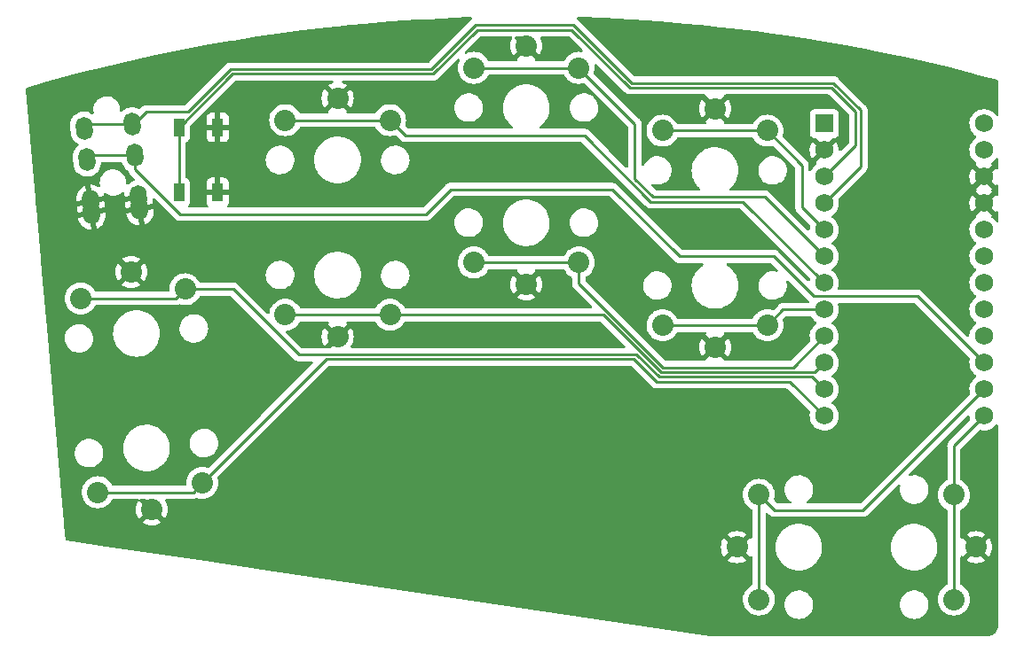
<source format=gbr>
%TF.GenerationSoftware,KiCad,Pcbnew,6.99.0*%
%TF.CreationDate,2021-12-29T17:54:10+01:00*%
%TF.ProjectId,tiny20C,74696e79-3230-4432-9e6b-696361645f70,VERSION_HERE*%
%TF.SameCoordinates,Original*%
%TF.FileFunction,Copper,L1,Top*%
%TF.FilePolarity,Positive*%
%FSLAX46Y46*%
G04 Gerber Fmt 4.6, Leading zero omitted, Abs format (unit mm)*
G04 Created by KiCad (PCBNEW 6.99.0) date 2021-12-29 17:54:10*
%MOMM*%
%LPD*%
G01*
G04 APERTURE LIST*
G04 Aperture macros list*
%AMHorizOval*
0 Thick line with rounded ends*
0 $1 width*
0 $2 $3 position (X,Y) of the first rounded end (center of the circle)*
0 $4 $5 position (X,Y) of the second rounded end (center of the circle)*
0 Add line between two ends*
20,1,$1,$2,$3,$4,$5,0*
0 Add two circle primitives to create the rounded ends*
1,1,$1,$2,$3*
1,1,$1,$4,$5*%
G04 Aperture macros list end*
%TA.AperFunction,SMDPad,CuDef*%
%ADD10R,1.100000X1.800000*%
%TD*%
%TA.AperFunction,ComponentPad*%
%ADD11R,1.752600X1.752600*%
%TD*%
%TA.AperFunction,ComponentPad*%
%ADD12C,1.752600*%
%TD*%
%TA.AperFunction,ComponentPad*%
%ADD13C,2.032000*%
%TD*%
%TA.AperFunction,ComponentPad*%
%ADD14HorizOval,1.600000X-0.026147X0.298858X0.026147X-0.298858X0*%
%TD*%
%TA.AperFunction,ViaPad*%
%ADD15C,0.800000*%
%TD*%
%TA.AperFunction,Conductor*%
%ADD16C,0.250000*%
%TD*%
G04 APERTURE END LIST*
D10*
%TO.P,B1,1*%
%TO.N,RST*%
X185750000Y-124150000D03*
X185750000Y-117950000D03*
%TO.P,B1,2*%
%TO.N,GND*%
X189450000Y-117950000D03*
X189450000Y-124150000D03*
%TD*%
D11*
%TO.P,MCU1,1*%
%TO.N,RAW*%
X247330000Y-117580000D03*
D12*
%TO.P,MCU1,2*%
%TO.N,GND*%
X247330000Y-120120000D03*
%TO.P,MCU1,3*%
%TO.N,RST*%
X247330000Y-122660000D03*
%TO.P,MCU1,4*%
%TO.N,VCC*%
X247330000Y-125200000D03*
%TO.P,MCU1,5*%
%TO.N,P21*%
X247330000Y-127740000D03*
%TO.P,MCU1,6*%
%TO.N,P20*%
X247330000Y-130280000D03*
%TO.P,MCU1,7*%
%TO.N,P19*%
X247330000Y-132820000D03*
%TO.P,MCU1,8*%
%TO.N,P18*%
X247330000Y-135360000D03*
%TO.P,MCU1,9*%
%TO.N,P15*%
X247330000Y-137900000D03*
%TO.P,MCU1,10*%
%TO.N,P14*%
X247330000Y-140440000D03*
%TO.P,MCU1,11*%
%TO.N,P16*%
X247330000Y-142980000D03*
%TO.P,MCU1,12*%
%TO.N,P10*%
X247330000Y-145520000D03*
%TO.P,MCU1,13*%
%TO.N,P1*%
X262570000Y-117580000D03*
%TO.P,MCU1,14*%
%TO.N,P0*%
X262570000Y-120120000D03*
%TO.P,MCU1,15*%
%TO.N,GND*%
X262570000Y-122660000D03*
%TO.P,MCU1,16*%
X262570000Y-125200000D03*
%TO.P,MCU1,17*%
%TO.N,P2*%
X262570000Y-127740000D03*
%TO.P,MCU1,18*%
%TO.N,P3*%
X262570000Y-130280000D03*
%TO.P,MCU1,19*%
%TO.N,P4*%
X262570000Y-132820000D03*
%TO.P,MCU1,20*%
%TO.N,P5*%
X262570000Y-135360000D03*
%TO.P,MCU1,21*%
%TO.N,P6*%
X262570000Y-137900000D03*
%TO.P,MCU1,22*%
%TO.N,P7*%
X262570000Y-140440000D03*
%TO.P,MCU1,23*%
%TO.N,P8*%
X262570000Y-142980000D03*
%TO.P,MCU1,24*%
%TO.N,P9*%
X262570000Y-145520000D03*
%TD*%
D13*
%TO.P,S1,1*%
%TO.N,P10*%
X178011583Y-152805670D03*
X187973530Y-151934112D03*
%TO.P,S1,2*%
%TO.N,GND*%
X183175584Y-154461900D03*
X183175584Y-154461900D03*
%TD*%
%TO.P,S7,1*%
%TO.N,P18*%
X241900000Y-136850000D03*
X231900000Y-136850000D03*
%TO.P,S7,2*%
%TO.N,GND*%
X236900000Y-138950000D03*
X236900000Y-138950000D03*
%TD*%
%TO.P,S3,1*%
%TO.N,P14*%
X205900000Y-135850000D03*
X195900000Y-135850000D03*
%TO.P,S3,2*%
%TO.N,GND*%
X200900000Y-137950000D03*
X200900000Y-137950000D03*
%TD*%
%TO.P,S6,1*%
%TO.N,P20*%
X213900000Y-112250000D03*
X223900000Y-112250000D03*
%TO.P,S6,2*%
%TO.N,GND*%
X218900000Y-110150000D03*
X218900000Y-110150000D03*
%TD*%
%TO.P,S9,1*%
%TO.N,P8*%
X241100000Y-163050000D03*
X241100000Y-153050000D03*
%TO.P,S9,2*%
%TO.N,GND*%
X239000000Y-158050000D03*
X239000000Y-158050000D03*
%TD*%
%TO.P,S2,1*%
%TO.N,P16*%
X186352433Y-133404890D03*
X176390486Y-134276448D03*
%TO.P,S2,2*%
%TO.N,GND*%
X181188432Y-131748660D03*
X181188432Y-131748660D03*
%TD*%
%TO.P,S8,1*%
%TO.N,P21*%
X231900000Y-118250000D03*
X241900000Y-118250000D03*
%TO.P,S8,2*%
%TO.N,GND*%
X236900000Y-116150000D03*
X236900000Y-116150000D03*
%TD*%
%TO.P,S4,1*%
%TO.N,P19*%
X195900000Y-117250000D03*
X205900000Y-117250000D03*
%TO.P,S4,2*%
%TO.N,GND*%
X200900000Y-115150000D03*
X200900000Y-115150000D03*
%TD*%
D14*
%TO.P,REF\u002A\u002A,1*%
%TO.N,GND*%
X181996616Y-125695096D03*
X177414120Y-126096013D03*
%TO.P,REF\u002A\u002A,2*%
X181900745Y-124599282D03*
X177318249Y-125000198D03*
%TO.P,REF\u002A\u002A,3*%
%TO.N,P7*%
X176969626Y-121015420D03*
X181552122Y-120614503D03*
%TO.P,REF\u002A\u002A,4*%
%TO.N,VCC*%
X181290654Y-117625919D03*
X176708159Y-118026835D03*
%TD*%
D13*
%TO.P,S10,1*%
%TO.N,P9*%
X259700000Y-163050000D03*
X259700000Y-153050000D03*
%TO.P,S10,2*%
%TO.N,GND*%
X261800000Y-158050000D03*
X261800000Y-158050000D03*
%TD*%
%TO.P,S5,1*%
%TO.N,P15*%
X213900000Y-130850000D03*
X223900000Y-130850000D03*
%TO.P,S5,2*%
%TO.N,GND*%
X218900000Y-132950000D03*
X218900000Y-132950000D03*
%TD*%
D15*
%TO.N,RST*%
X185750000Y-117950000D03*
X185750000Y-124150000D03*
%TD*%
D16*
%TO.N,P7*%
X185844017Y-126238000D02*
X181552122Y-121946105D01*
X181552122Y-121946105D02*
X181552122Y-120614503D01*
X181552122Y-120614503D02*
X177370543Y-120614503D01*
X177370543Y-120614503D02*
X176969626Y-121015420D01*
%TO.N,VCC*%
X181290654Y-117625919D02*
X177109075Y-117625919D01*
X177109075Y-117625919D02*
X176708159Y-118026835D01*
X247330000Y-125200000D02*
X250825000Y-121705000D01*
X250825000Y-121705000D02*
X250825000Y-116305882D01*
X250825000Y-116305882D02*
X248217198Y-113698080D01*
X228963998Y-113698080D02*
X223419118Y-108153200D01*
X248217198Y-113698080D02*
X228963998Y-113698080D01*
X223419118Y-108153200D02*
X214070482Y-108153200D01*
X190687002Y-112377280D02*
X186605282Y-116459000D01*
X214070482Y-108153200D02*
X209846402Y-112377280D01*
X209846402Y-112377280D02*
X190687002Y-112377280D01*
X186605282Y-116459000D02*
X182651400Y-116459000D01*
X182651400Y-116459000D02*
X181484481Y-117625919D01*
X181484481Y-117625919D02*
X181290654Y-117625919D01*
%TO.N,P7*%
X246329200Y-134086600D02*
X256216600Y-134086600D01*
X256216600Y-134086600D02*
X262570000Y-140440000D01*
X185844017Y-126238000D02*
X209296000Y-126238000D01*
X211658200Y-123875800D02*
X227126800Y-123875800D01*
X233527600Y-130276600D02*
X242519200Y-130276600D01*
X209296000Y-126238000D02*
X211658200Y-123875800D01*
X227126800Y-123875800D02*
X233527600Y-130276600D01*
X242519200Y-130276600D02*
X246329200Y-134086600D01*
X246329200Y-134086600D02*
X246481600Y-134086600D01*
%TO.N,P10*%
X187973530Y-151934112D02*
X199808922Y-140098720D01*
X199808922Y-140098720D02*
X229158800Y-140098720D01*
X229158800Y-140098720D02*
X231302440Y-142242360D01*
X231302440Y-142242360D02*
X244052360Y-142242360D01*
X244052360Y-142242360D02*
X247330000Y-145520000D01*
%TO.N,P16*%
X186352433Y-133404890D02*
X190935890Y-133404890D01*
X197180200Y-139649200D02*
X229411365Y-139649200D01*
X190935890Y-133404890D02*
X197180200Y-139649200D01*
X229411365Y-139649200D02*
X231555006Y-141792840D01*
X231555006Y-141792840D02*
X246142840Y-141792840D01*
X246142840Y-141792840D02*
X247330000Y-142980000D01*
%TO.N,P14*%
X205900000Y-135850000D02*
X226247882Y-135850000D01*
X246426680Y-141343320D02*
X247330000Y-140440000D01*
X226247882Y-135850000D02*
X231741203Y-141343320D01*
X231741203Y-141343320D02*
X246426680Y-141343320D01*
%TO.N,P15*%
X223900000Y-130850000D02*
X223900000Y-132866400D01*
X231927400Y-140893800D02*
X244336200Y-140893800D01*
X223900000Y-132866400D02*
X231927400Y-140893800D01*
X244336200Y-140893800D02*
X247330000Y-137900000D01*
%TO.N,P18*%
X247330000Y-135360000D02*
X243390000Y-135360000D01*
X243390000Y-135360000D02*
X241900000Y-136850000D01*
%TO.N,RST*%
X185750000Y-117950000D02*
X190873200Y-112826800D01*
X190873200Y-112826800D02*
X210032600Y-112826800D01*
X250342400Y-119647600D02*
X247330000Y-122660000D01*
X210032600Y-112826800D02*
X214249000Y-108610400D01*
X214249000Y-108610400D02*
X223240600Y-108610400D01*
X223240600Y-108610400D02*
X228777800Y-114147600D01*
X228777800Y-114147600D02*
X248031000Y-114147600D01*
X248031000Y-114147600D02*
X250342400Y-116459000D01*
X250342400Y-116459000D02*
X250342400Y-119647600D01*
%TO.N,P19*%
X205900000Y-117250000D02*
X207369600Y-118719600D01*
X207369600Y-118719600D02*
X224459800Y-118719600D01*
X224459800Y-118719600D02*
X230776720Y-125036520D01*
X230776720Y-125036520D02*
X239546520Y-125036520D01*
X239546520Y-125036520D02*
X247330000Y-132820000D01*
%TO.N,P20*%
X223900000Y-112250000D02*
X229260400Y-117610400D01*
X229260400Y-117610400D02*
X229260400Y-122859800D01*
X229260400Y-122859800D02*
X230987600Y-124587000D01*
X230987600Y-124587000D02*
X241637000Y-124587000D01*
X241637000Y-124587000D02*
X247330000Y-130280000D01*
%TO.N,P21*%
X241900000Y-118250000D02*
X245211600Y-121561600D01*
X245211600Y-125621600D02*
X247330000Y-127740000D01*
X245211600Y-121561600D02*
X245211600Y-125621600D01*
%TO.N,P8*%
X242583600Y-154533600D02*
X251016400Y-154533600D01*
X251016400Y-154533600D02*
X262570000Y-142980000D01*
X241100000Y-153050000D02*
X242583600Y-154533600D01*
%TO.N,P9*%
X259700000Y-153050000D02*
X259700000Y-148390000D01*
X259700000Y-148390000D02*
X262570000Y-145520000D01*
%TO.N,RST*%
X185750000Y-124150000D02*
X185750000Y-117950000D01*
%TO.N,P10*%
X178011583Y-152805670D02*
X187101972Y-152805670D01*
X187101972Y-152805670D02*
X187973530Y-151934112D01*
%TO.N,P16*%
X176390486Y-134276448D02*
X185480875Y-134276448D01*
X185480875Y-134276448D02*
X186352433Y-133404890D01*
%TO.N,P14*%
X205900000Y-135850000D02*
X195900000Y-135850000D01*
%TO.N,P19*%
X205900000Y-117250000D02*
X195900000Y-117250000D01*
%TO.N,P15*%
X223900000Y-130850000D02*
X213900000Y-130850000D01*
%TO.N,P20*%
X223900000Y-112250000D02*
X213900000Y-112250000D01*
%TO.N,P21*%
X241900000Y-118250000D02*
X231900000Y-118250000D01*
%TO.N,P18*%
X241900000Y-136850000D02*
X231900000Y-136850000D01*
%TO.N,P8*%
X241100000Y-163050000D02*
X241100000Y-153050000D01*
%TO.N,P9*%
X259700000Y-163050000D02*
X259700000Y-153050000D01*
%TD*%
%TA.AperFunction,Conductor*%
%TO.N,GND*%
G36*
X213687558Y-107426617D02*
G01*
X213736068Y-107478455D01*
X213748852Y-107548291D01*
X213721850Y-107613953D01*
X213692165Y-107639704D01*
X213692209Y-107639761D01*
X213691171Y-107640566D01*
X213687678Y-107643596D01*
X213679119Y-107648658D01*
X213664795Y-107662982D01*
X213649763Y-107675821D01*
X213633375Y-107687728D01*
X213605194Y-107721793D01*
X213597204Y-107730573D01*
X209620902Y-111706875D01*
X209558590Y-111740901D01*
X209531807Y-111743780D01*
X190765770Y-111743780D01*
X190754587Y-111743253D01*
X190747094Y-111741578D01*
X190739168Y-111741827D01*
X190739167Y-111741827D01*
X190679004Y-111743718D01*
X190675046Y-111743780D01*
X190647146Y-111743780D01*
X190643156Y-111744284D01*
X190631322Y-111745216D01*
X190587113Y-111746606D01*
X190579499Y-111748818D01*
X190579494Y-111748819D01*
X190567661Y-111752257D01*
X190548298Y-111756268D01*
X190528205Y-111758806D01*
X190520838Y-111761723D01*
X190520833Y-111761724D01*
X190487094Y-111775082D01*
X190475867Y-111778926D01*
X190433409Y-111791262D01*
X190426583Y-111795299D01*
X190415974Y-111801573D01*
X190398226Y-111810268D01*
X190379385Y-111817728D01*
X190372969Y-111822390D01*
X190372968Y-111822390D01*
X190343615Y-111843716D01*
X190333695Y-111850232D01*
X190302467Y-111868700D01*
X190302464Y-111868702D01*
X190295640Y-111872738D01*
X190281319Y-111887059D01*
X190266286Y-111899899D01*
X190249895Y-111911808D01*
X190244844Y-111917914D01*
X190221704Y-111945885D01*
X190213714Y-111954664D01*
X186379782Y-115788595D01*
X186317470Y-115822621D01*
X186290687Y-115825500D01*
X182730168Y-115825500D01*
X182718985Y-115824973D01*
X182711492Y-115823298D01*
X182703566Y-115823547D01*
X182703565Y-115823547D01*
X182643402Y-115825438D01*
X182639444Y-115825500D01*
X182611544Y-115825500D01*
X182607554Y-115826004D01*
X182595720Y-115826936D01*
X182551511Y-115828326D01*
X182543895Y-115830539D01*
X182543893Y-115830539D01*
X182532052Y-115833979D01*
X182512693Y-115837988D01*
X182511383Y-115838154D01*
X182492603Y-115840526D01*
X182485237Y-115843442D01*
X182485231Y-115843444D01*
X182451498Y-115856800D01*
X182440268Y-115860645D01*
X182429670Y-115863724D01*
X182397807Y-115872981D01*
X182390984Y-115877016D01*
X182380366Y-115883295D01*
X182362613Y-115891992D01*
X182354968Y-115895019D01*
X182343783Y-115899448D01*
X182330761Y-115908909D01*
X182308012Y-115925437D01*
X182298095Y-115931951D01*
X182260038Y-115954458D01*
X182245717Y-115968779D01*
X182230684Y-115981619D01*
X182214293Y-115993528D01*
X182198317Y-116012840D01*
X182186102Y-116027605D01*
X182178112Y-116036384D01*
X182051706Y-116162790D01*
X181989394Y-116196816D01*
X181918579Y-116191751D01*
X181899621Y-116182819D01*
X181819614Y-116136627D01*
X181814451Y-116134748D01*
X181814447Y-116134746D01*
X181609640Y-116060203D01*
X181609641Y-116060203D01*
X181604464Y-116058319D01*
X181599047Y-116057364D01*
X181599044Y-116057363D01*
X181480064Y-116036384D01*
X181378985Y-116018561D01*
X181150027Y-116018561D01*
X180924547Y-116058320D01*
X180919377Y-116060202D01*
X180919376Y-116060202D01*
X180808786Y-116100454D01*
X180709397Y-116136629D01*
X180704633Y-116139379D01*
X180704634Y-116139379D01*
X180515885Y-116248352D01*
X180515881Y-116248355D01*
X180511114Y-116251107D01*
X180352490Y-116384209D01*
X180344577Y-116390849D01*
X180335723Y-116398278D01*
X180332187Y-116402492D01*
X180331214Y-116403465D01*
X180268902Y-116437491D01*
X180198087Y-116432426D01*
X180141251Y-116389879D01*
X180116440Y-116323359D01*
X180116328Y-116307118D01*
X180122597Y-116198384D01*
X180122597Y-116198374D01*
X180122920Y-116192776D01*
X180095932Y-115969751D01*
X180029875Y-115755031D01*
X180022514Y-115740768D01*
X179929411Y-115560385D01*
X179929411Y-115560384D01*
X179926839Y-115555402D01*
X179790080Y-115377174D01*
X179623921Y-115225981D01*
X179619174Y-115223003D01*
X179619171Y-115223001D01*
X179438362Y-115109581D01*
X179433613Y-115106602D01*
X179225174Y-115022810D01*
X179005190Y-114977253D01*
X179000579Y-114976987D01*
X179000578Y-114976987D01*
X178950005Y-114974071D01*
X178950001Y-114974071D01*
X178948182Y-114973966D01*
X178802958Y-114973966D01*
X178800171Y-114974215D01*
X178800165Y-114974215D01*
X178730028Y-114980475D01*
X178636195Y-114988849D01*
X178630781Y-114990330D01*
X178630776Y-114990331D01*
X178516219Y-115021671D01*
X178419506Y-115048129D01*
X178414448Y-115050541D01*
X178414444Y-115050543D01*
X178376753Y-115068521D01*
X178216739Y-115144844D01*
X178034303Y-115275937D01*
X178030396Y-115279969D01*
X177889824Y-115425028D01*
X177877965Y-115437265D01*
X177752667Y-115623728D01*
X177662369Y-115829433D01*
X177661060Y-115834884D01*
X177661059Y-115834888D01*
X177612684Y-116036384D01*
X177609925Y-116047877D01*
X177606894Y-116100454D01*
X177598094Y-116253085D01*
X177596994Y-116272156D01*
X177623982Y-116495181D01*
X177625631Y-116500541D01*
X177625632Y-116500546D01*
X177629580Y-116513378D01*
X177630494Y-116584369D01*
X177592882Y-116644584D01*
X177528686Y-116674905D01*
X177458287Y-116665707D01*
X177438261Y-116654421D01*
X177435402Y-116652022D01*
X177237119Y-116537543D01*
X177231956Y-116535664D01*
X177231952Y-116535662D01*
X177027145Y-116461119D01*
X177027146Y-116461119D01*
X177021969Y-116459235D01*
X177016552Y-116458280D01*
X177016549Y-116458279D01*
X176924508Y-116442050D01*
X176796490Y-116419477D01*
X176567532Y-116419477D01*
X176342052Y-116459236D01*
X176336882Y-116461118D01*
X176336881Y-116461118D01*
X176258604Y-116489609D01*
X176126902Y-116537545D01*
X176114203Y-116544877D01*
X175933390Y-116649268D01*
X175933387Y-116649270D01*
X175928619Y-116652023D01*
X175753228Y-116799194D01*
X175606057Y-116974587D01*
X175491578Y-117172870D01*
X175489699Y-117178033D01*
X175489697Y-117178037D01*
X175460920Y-117257101D01*
X175413270Y-117388020D01*
X175412315Y-117393437D01*
X175412314Y-117393440D01*
X175409540Y-117409175D01*
X175373512Y-117613499D01*
X175373512Y-117785112D01*
X175373750Y-117787829D01*
X175373750Y-117787836D01*
X175398095Y-118066098D01*
X175435764Y-118496647D01*
X175436240Y-118499347D01*
X175436241Y-118499354D01*
X175437137Y-118504434D01*
X175465565Y-118665653D01*
X175467447Y-118670823D01*
X175467447Y-118670824D01*
X175484708Y-118718249D01*
X175543873Y-118880802D01*
X175658352Y-119079085D01*
X175805523Y-119254477D01*
X175980916Y-119401648D01*
X175985678Y-119404398D01*
X175985679Y-119404398D01*
X176117693Y-119480617D01*
X176166687Y-119532000D01*
X176180122Y-119601714D01*
X176153735Y-119667624D01*
X176135690Y-119686252D01*
X176014695Y-119787779D01*
X176011162Y-119791990D01*
X176011158Y-119791994D01*
X175994786Y-119811506D01*
X175867524Y-119963172D01*
X175753045Y-120161455D01*
X175751166Y-120166618D01*
X175751164Y-120166622D01*
X175699624Y-120308228D01*
X175674737Y-120376605D01*
X175673782Y-120382022D01*
X175673781Y-120382025D01*
X175667610Y-120417025D01*
X175634979Y-120602084D01*
X175634979Y-120773697D01*
X175635217Y-120776414D01*
X175635217Y-120776421D01*
X175656580Y-121020592D01*
X175697231Y-121485232D01*
X175697707Y-121487932D01*
X175697708Y-121487939D01*
X175715528Y-121588996D01*
X175727032Y-121654238D01*
X175728914Y-121659408D01*
X175728914Y-121659409D01*
X175767049Y-121764184D01*
X175805340Y-121869387D01*
X175919819Y-122067670D01*
X176066990Y-122243062D01*
X176242383Y-122390233D01*
X176247145Y-122392983D01*
X176247146Y-122392983D01*
X176250511Y-122394926D01*
X176440666Y-122504712D01*
X176445829Y-122506591D01*
X176445833Y-122506593D01*
X176587584Y-122558185D01*
X176655816Y-122583019D01*
X176661236Y-122583975D01*
X176661237Y-122583975D01*
X176689712Y-122588996D01*
X176881295Y-122622778D01*
X176995774Y-122622778D01*
X177110253Y-122622777D01*
X177335733Y-122583019D01*
X177550883Y-122504710D01*
X177749166Y-122390232D01*
X177760046Y-122381103D01*
X177920349Y-122246591D01*
X177924557Y-122243060D01*
X178071728Y-122067668D01*
X178074673Y-122062568D01*
X178128481Y-121969369D01*
X178186207Y-121869385D01*
X178188086Y-121864222D01*
X178188088Y-121864218D01*
X178252733Y-121686606D01*
X178264515Y-121654235D01*
X178269052Y-121628508D01*
X178286426Y-121529970D01*
X178304273Y-121428756D01*
X178304273Y-121374003D01*
X178324275Y-121305882D01*
X178377931Y-121259389D01*
X178430273Y-121248003D01*
X180219366Y-121248003D01*
X180287487Y-121268005D01*
X180333980Y-121321661D01*
X180337767Y-121330908D01*
X180382603Y-121454093D01*
X180387836Y-121468470D01*
X180502315Y-121666753D01*
X180649486Y-121842145D01*
X180653693Y-121845675D01*
X180820668Y-121985783D01*
X180820671Y-121985785D01*
X180824879Y-121989316D01*
X180829639Y-121992064D01*
X180829643Y-121992067D01*
X180873071Y-122017140D01*
X180922064Y-122068522D01*
X180932113Y-122094928D01*
X180932654Y-122097036D01*
X180933648Y-122104902D01*
X180936566Y-122112272D01*
X180949926Y-122146017D01*
X180953771Y-122157247D01*
X180961938Y-122185358D01*
X180966104Y-122199698D01*
X180970137Y-122206517D01*
X180970139Y-122206522D01*
X180976415Y-122217133D01*
X180985110Y-122234881D01*
X180992570Y-122253722D01*
X180997232Y-122260138D01*
X180997232Y-122260139D01*
X181018558Y-122289492D01*
X181025074Y-122299412D01*
X181047580Y-122337467D01*
X181061901Y-122351788D01*
X181074741Y-122366821D01*
X181086650Y-122383212D01*
X181118034Y-122409175D01*
X181120727Y-122411403D01*
X181129506Y-122419393D01*
X181547055Y-122836942D01*
X181581081Y-122899254D01*
X181576016Y-122970069D01*
X181533469Y-123026905D01*
X181501055Y-123044438D01*
X181324869Y-123108565D01*
X181314938Y-123113196D01*
X181126262Y-123222128D01*
X181117275Y-123228420D01*
X180950376Y-123368466D01*
X180941261Y-123377581D01*
X180878949Y-123411607D01*
X180808134Y-123406542D01*
X180751298Y-123363995D01*
X180726487Y-123297475D01*
X180726375Y-123281233D01*
X180726439Y-123280134D01*
X180730754Y-123205283D01*
X180732688Y-123171746D01*
X180732688Y-123171743D01*
X180733011Y-123166139D01*
X180706023Y-122943114D01*
X180639966Y-122728394D01*
X180613323Y-122676773D01*
X180539502Y-122533748D01*
X180539502Y-122533747D01*
X180536930Y-122528765D01*
X180400171Y-122350537D01*
X180234012Y-122199344D01*
X180229265Y-122196366D01*
X180229262Y-122196364D01*
X180048453Y-122082944D01*
X180043704Y-122079965D01*
X179835265Y-121996173D01*
X179615281Y-121950616D01*
X179610670Y-121950350D01*
X179610669Y-121950350D01*
X179560096Y-121947434D01*
X179560092Y-121947434D01*
X179558273Y-121947329D01*
X179413049Y-121947329D01*
X179410262Y-121947578D01*
X179410256Y-121947578D01*
X179340119Y-121953838D01*
X179246286Y-121962212D01*
X179240872Y-121963693D01*
X179240867Y-121963694D01*
X179126310Y-121995034D01*
X179029597Y-122021492D01*
X179024539Y-122023904D01*
X179024535Y-122023906D01*
X178965466Y-122052081D01*
X178826830Y-122118207D01*
X178713423Y-122199698D01*
X178654413Y-122242101D01*
X178644394Y-122249300D01*
X178608974Y-122285851D01*
X178498719Y-122399625D01*
X178488056Y-122410628D01*
X178362758Y-122597091D01*
X178272460Y-122802796D01*
X178271151Y-122808247D01*
X178271150Y-122808251D01*
X178235631Y-122956199D01*
X178220016Y-123021240D01*
X178217185Y-123070339D01*
X178207454Y-123239123D01*
X178207085Y-123245519D01*
X178234073Y-123468544D01*
X178237805Y-123480674D01*
X178239912Y-123487524D01*
X178240824Y-123558515D01*
X178203211Y-123618729D01*
X178139015Y-123649050D01*
X178068617Y-123639850D01*
X178047213Y-123627787D01*
X178040442Y-123623046D01*
X177851758Y-123514110D01*
X177841830Y-123509480D01*
X177637105Y-123434967D01*
X177626509Y-123432127D01*
X177411954Y-123394296D01*
X177401031Y-123393340D01*
X177310950Y-123393340D01*
X177298081Y-123397119D01*
X177296158Y-123412185D01*
X177521138Y-124688112D01*
X177528190Y-124702341D01*
X177529768Y-124703286D01*
X177537623Y-124703598D01*
X178570182Y-124521530D01*
X178584411Y-124514478D01*
X178585356Y-124512900D01*
X178585668Y-124505045D01*
X178561915Y-124370335D01*
X178569784Y-124299775D01*
X178614552Y-124244672D01*
X178682003Y-124222518D01*
X178752957Y-124241717D01*
X178896392Y-124331693D01*
X179104831Y-124415485D01*
X179324815Y-124461042D01*
X179329426Y-124461308D01*
X179329427Y-124461308D01*
X179380000Y-124464224D01*
X179380004Y-124464224D01*
X179381823Y-124464329D01*
X179527047Y-124464329D01*
X179529834Y-124464080D01*
X179529840Y-124464080D01*
X179599977Y-124457820D01*
X179693810Y-124449446D01*
X179699224Y-124447965D01*
X179699229Y-124447964D01*
X179852664Y-124405988D01*
X179910499Y-124390166D01*
X179915557Y-124387754D01*
X179915561Y-124387752D01*
X180033090Y-124331693D01*
X180113266Y-124293451D01*
X180295702Y-124162358D01*
X180350115Y-124106209D01*
X180411884Y-124071209D01*
X180482771Y-124075161D01*
X180540268Y-124116810D01*
X180566120Y-124182932D01*
X180566598Y-124193894D01*
X180566598Y-124354781D01*
X180566839Y-124360289D01*
X180583895Y-124555234D01*
X180589450Y-124569435D01*
X180601558Y-124570446D01*
X181494243Y-124413041D01*
X181508473Y-124405988D01*
X181509418Y-124404408D01*
X181509730Y-124396554D01*
X181482381Y-124241449D01*
X181490250Y-124170890D01*
X181535018Y-124115787D01*
X181584587Y-124095484D01*
X181836697Y-124051030D01*
X181907256Y-124058899D01*
X181962360Y-124103666D01*
X181982663Y-124153237D01*
X182009218Y-124303843D01*
X182016271Y-124318073D01*
X182028566Y-124325434D01*
X182075704Y-124341330D01*
X182120034Y-124396786D01*
X182127522Y-124422665D01*
X182293921Y-125366362D01*
X182300973Y-125380591D01*
X182302551Y-125381536D01*
X182310406Y-125381848D01*
X183248549Y-125216428D01*
X183262778Y-125209376D01*
X183263723Y-125207798D01*
X183264035Y-125199943D01*
X183239680Y-125061820D01*
X183238210Y-125056333D01*
X183234396Y-125012749D01*
X183234892Y-125007076D01*
X183234892Y-124843783D01*
X183234532Y-124835546D01*
X183235511Y-124835503D01*
X183248731Y-124769718D01*
X183298130Y-124718726D01*
X183367256Y-124702535D01*
X183434162Y-124726287D01*
X183449358Y-124739246D01*
X185340365Y-126630253D01*
X185347905Y-126638539D01*
X185352017Y-126645018D01*
X185357794Y-126650443D01*
X185401668Y-126691643D01*
X185404510Y-126694398D01*
X185424247Y-126714135D01*
X185427444Y-126716615D01*
X185436464Y-126724318D01*
X185468696Y-126754586D01*
X185475642Y-126758405D01*
X185475645Y-126758407D01*
X185486451Y-126764348D01*
X185502970Y-126775199D01*
X185518976Y-126787614D01*
X185526245Y-126790759D01*
X185526249Y-126790762D01*
X185559554Y-126805174D01*
X185570204Y-126810391D01*
X185608957Y-126831695D01*
X185616632Y-126833666D01*
X185616633Y-126833666D01*
X185628579Y-126836733D01*
X185647284Y-126843137D01*
X185665872Y-126851181D01*
X185673695Y-126852420D01*
X185673705Y-126852423D01*
X185709541Y-126858099D01*
X185721161Y-126860505D01*
X185752976Y-126868673D01*
X185763987Y-126871500D01*
X185784241Y-126871500D01*
X185803951Y-126873051D01*
X185823960Y-126876220D01*
X185831852Y-126875474D01*
X185850597Y-126873702D01*
X185867979Y-126872059D01*
X185879836Y-126871500D01*
X209217233Y-126871500D01*
X209228416Y-126872027D01*
X209235909Y-126873702D01*
X209243835Y-126873453D01*
X209243836Y-126873453D01*
X209303986Y-126871562D01*
X209307945Y-126871500D01*
X209335856Y-126871500D01*
X209339791Y-126871003D01*
X209339856Y-126870995D01*
X209351693Y-126870062D01*
X209383951Y-126869048D01*
X209387970Y-126868922D01*
X209395889Y-126868673D01*
X209415343Y-126863021D01*
X209434700Y-126859013D01*
X209446930Y-126857468D01*
X209446931Y-126857468D01*
X209454797Y-126856474D01*
X209462168Y-126853555D01*
X209462170Y-126853555D01*
X209495912Y-126840196D01*
X209507142Y-126836351D01*
X209541983Y-126826229D01*
X209541984Y-126826229D01*
X209549593Y-126824018D01*
X209556412Y-126819985D01*
X209556417Y-126819983D01*
X209567028Y-126813707D01*
X209584776Y-126805012D01*
X209603617Y-126797552D01*
X209639387Y-126771564D01*
X209649307Y-126765048D01*
X209680535Y-126746580D01*
X209680538Y-126746578D01*
X209687362Y-126742542D01*
X209701683Y-126728221D01*
X209716717Y-126715380D01*
X209722290Y-126711331D01*
X209733107Y-126703472D01*
X209761298Y-126669395D01*
X209769288Y-126660616D01*
X211883699Y-124546205D01*
X211946011Y-124512179D01*
X211972794Y-124509300D01*
X226812206Y-124509300D01*
X226880327Y-124529302D01*
X226901301Y-124546205D01*
X233023943Y-130668847D01*
X233031487Y-130677137D01*
X233035600Y-130683618D01*
X233041377Y-130689043D01*
X233085267Y-130730258D01*
X233088109Y-130733013D01*
X233107830Y-130752734D01*
X233111025Y-130755212D01*
X233120047Y-130762918D01*
X233152279Y-130793186D01*
X233159228Y-130797006D01*
X233170032Y-130802946D01*
X233186556Y-130813799D01*
X233202559Y-130826213D01*
X233243143Y-130843776D01*
X233253773Y-130848983D01*
X233292540Y-130870295D01*
X233300217Y-130872266D01*
X233300222Y-130872268D01*
X233312158Y-130875332D01*
X233330866Y-130881737D01*
X233349455Y-130889781D01*
X233357283Y-130891021D01*
X233357290Y-130891023D01*
X233393124Y-130896699D01*
X233404744Y-130899105D01*
X233439889Y-130908128D01*
X233447570Y-130910100D01*
X233467824Y-130910100D01*
X233487534Y-130911651D01*
X233507543Y-130914820D01*
X233515435Y-130914074D01*
X233551561Y-130910659D01*
X233563419Y-130910100D01*
X235684131Y-130910100D01*
X235752252Y-130930102D01*
X235798745Y-130983758D01*
X235808849Y-131054032D01*
X235779355Y-131118612D01*
X235754954Y-131140312D01*
X235628801Y-131226046D01*
X235528322Y-131294332D01*
X235525208Y-131297116D01*
X235525207Y-131297117D01*
X235427752Y-131384252D01*
X235308173Y-131491168D01*
X235305456Y-131494338D01*
X235305455Y-131494339D01*
X235123586Y-131706529D01*
X235115991Y-131715390D01*
X235113717Y-131718892D01*
X235113713Y-131718897D01*
X234957430Y-131959551D01*
X234955151Y-131963061D01*
X234953357Y-131966839D01*
X234953356Y-131966841D01*
X234944386Y-131985732D01*
X234828481Y-132229828D01*
X234827202Y-132233811D01*
X234827201Y-132233814D01*
X234752307Y-132467081D01*
X234738205Y-132511004D01*
X234727951Y-132567993D01*
X234687699Y-132791709D01*
X234685910Y-132801650D01*
X234685721Y-132805817D01*
X234685720Y-132805824D01*
X234675119Y-133039288D01*
X234672514Y-133096659D01*
X234672877Y-133100807D01*
X234672877Y-133100811D01*
X234687099Y-133263373D01*
X234698252Y-133390849D01*
X234699162Y-133394921D01*
X234699163Y-133394926D01*
X234761571Y-133674124D01*
X234762672Y-133679050D01*
X234764115Y-133682973D01*
X234764116Y-133682975D01*
X234768300Y-133694347D01*
X234864644Y-133956199D01*
X234866591Y-133959892D01*
X234866592Y-133959894D01*
X234902549Y-134028092D01*
X235002374Y-134217427D01*
X235038887Y-134268806D01*
X235171019Y-134454735D01*
X235171024Y-134454741D01*
X235173443Y-134458145D01*
X235176287Y-134461195D01*
X235176292Y-134461201D01*
X235316557Y-134611617D01*
X235374846Y-134674124D01*
X235603045Y-134861568D01*
X235854029Y-135017185D01*
X236123390Y-135138241D01*
X236406395Y-135222608D01*
X236410515Y-135223261D01*
X236410517Y-135223261D01*
X236694592Y-135268255D01*
X236694598Y-135268256D01*
X236698073Y-135268806D01*
X236722632Y-135269921D01*
X236789017Y-135272936D01*
X236789038Y-135272936D01*
X236790437Y-135273000D01*
X236974901Y-135273000D01*
X237194664Y-135258403D01*
X237198763Y-135257577D01*
X237198767Y-135257576D01*
X237372190Y-135222608D01*
X237484151Y-135200033D01*
X237763375Y-135103888D01*
X237933089Y-135018902D01*
X238023695Y-134973530D01*
X238023697Y-134973529D01*
X238027431Y-134971659D01*
X238271678Y-134805668D01*
X238325216Y-134757800D01*
X238488712Y-134611617D01*
X238491827Y-134608832D01*
X238549453Y-134541599D01*
X238681289Y-134387784D01*
X238681292Y-134387780D01*
X238684009Y-134384610D01*
X238686283Y-134381108D01*
X238686287Y-134381103D01*
X238842570Y-134140449D01*
X238842573Y-134140444D01*
X238844849Y-134136939D01*
X238854680Y-134116236D01*
X238922441Y-133973530D01*
X238971519Y-133870172D01*
X238974282Y-133861568D01*
X239060515Y-133592983D01*
X239060515Y-133592982D01*
X239061795Y-133588996D01*
X239086639Y-133450919D01*
X239113351Y-133302459D01*
X239113352Y-133302454D01*
X239114090Y-133298350D01*
X239114601Y-133287117D01*
X239127297Y-133007511D01*
X239127297Y-133007506D01*
X239127486Y-133003341D01*
X239126579Y-132992966D01*
X239102112Y-132713312D01*
X239101748Y-132709151D01*
X239091026Y-132661183D01*
X239038240Y-132425028D01*
X239038238Y-132425021D01*
X239037328Y-132420950D01*
X238935356Y-132143801D01*
X238922572Y-132119553D01*
X238842854Y-131968355D01*
X238797626Y-131882573D01*
X238744324Y-131807569D01*
X238628981Y-131645265D01*
X238628976Y-131645259D01*
X238626557Y-131641855D01*
X238623713Y-131638805D01*
X238623708Y-131638799D01*
X238428000Y-131428928D01*
X238425154Y-131425876D01*
X238196955Y-131238432D01*
X238189507Y-131233814D01*
X238043340Y-131143186D01*
X237995984Y-131090290D01*
X237984745Y-131020189D01*
X238013189Y-130955139D01*
X238072286Y-130915794D01*
X238109736Y-130910100D01*
X242204606Y-130910100D01*
X242272727Y-130930102D01*
X242293701Y-130947005D01*
X242866288Y-131519592D01*
X242900314Y-131581904D01*
X242895249Y-131652719D01*
X242852702Y-131709555D01*
X242786182Y-131734366D01*
X242754775Y-131732676D01*
X242641628Y-131712216D01*
X242532477Y-131692478D01*
X242532470Y-131692477D01*
X242528393Y-131691740D01*
X242510656Y-131690904D01*
X242505708Y-131690670D01*
X242505701Y-131690670D01*
X242504220Y-131690600D01*
X242342075Y-131690600D01*
X242275119Y-131696281D01*
X242175438Y-131704739D01*
X242175434Y-131704740D01*
X242170127Y-131705190D01*
X242164972Y-131706528D01*
X242164966Y-131706529D01*
X241951997Y-131761805D01*
X241951993Y-131761806D01*
X241946828Y-131763147D01*
X241941962Y-131765339D01*
X241941959Y-131765340D01*
X241863800Y-131800548D01*
X241736485Y-131857899D01*
X241732065Y-131860875D01*
X241732061Y-131860877D01*
X241680400Y-131895658D01*
X241545115Y-131986738D01*
X241378188Y-132145978D01*
X241375000Y-132150263D01*
X241246055Y-132323572D01*
X241240479Y-132331066D01*
X241238064Y-132335816D01*
X241183377Y-132443378D01*
X241135923Y-132536712D01*
X241118429Y-132593051D01*
X241069095Y-132751930D01*
X241069094Y-132751936D01*
X241067511Y-132757033D01*
X241061000Y-132806157D01*
X241038769Y-132973897D01*
X241037200Y-132985732D01*
X241037400Y-132991062D01*
X241037400Y-132991063D01*
X241041364Y-133096659D01*
X241045854Y-133216268D01*
X241093228Y-133442050D01*
X241095186Y-133447009D01*
X241095187Y-133447011D01*
X241099584Y-133458145D01*
X241177967Y-133656622D01*
X241297647Y-133853849D01*
X241301144Y-133857879D01*
X241435477Y-134012684D01*
X241448847Y-134028092D01*
X241452978Y-134031479D01*
X241623115Y-134170984D01*
X241623121Y-134170988D01*
X241627243Y-134174368D01*
X241827735Y-134288494D01*
X241832751Y-134290315D01*
X241832756Y-134290317D01*
X242039575Y-134365389D01*
X242039579Y-134365390D01*
X242044590Y-134367209D01*
X242049839Y-134368158D01*
X242049842Y-134368159D01*
X242267523Y-134407522D01*
X242267530Y-134407523D01*
X242271607Y-134408260D01*
X242289344Y-134409096D01*
X242294292Y-134409330D01*
X242294299Y-134409330D01*
X242295780Y-134409400D01*
X242457925Y-134409400D01*
X242524881Y-134403719D01*
X242624562Y-134395261D01*
X242624566Y-134395260D01*
X242629873Y-134394810D01*
X242635028Y-134393472D01*
X242635034Y-134393471D01*
X242848003Y-134338195D01*
X242848007Y-134338194D01*
X242853172Y-134336853D01*
X242858038Y-134334661D01*
X242858041Y-134334660D01*
X243058649Y-134244293D01*
X243063515Y-134242101D01*
X243067935Y-134239125D01*
X243067939Y-134239123D01*
X243169148Y-134170984D01*
X243254885Y-134113262D01*
X243421812Y-133954022D01*
X243475896Y-133881330D01*
X243556337Y-133773214D01*
X243556339Y-133773211D01*
X243559521Y-133768934D01*
X243614305Y-133661183D01*
X243661658Y-133568046D01*
X243661658Y-133568045D01*
X243664077Y-133563288D01*
X243709319Y-133417586D01*
X243730905Y-133348070D01*
X243730906Y-133348064D01*
X243732489Y-133342967D01*
X243748676Y-133220832D01*
X243762100Y-133119553D01*
X243762100Y-133119548D01*
X243762800Y-133114268D01*
X243761983Y-133092489D01*
X243756522Y-132947035D01*
X243754146Y-132883732D01*
X243725506Y-132747234D01*
X243714607Y-132695290D01*
X243720194Y-132624514D01*
X243763159Y-132567993D01*
X243829861Y-132543674D01*
X243899122Y-132559277D01*
X243927017Y-132580321D01*
X245825543Y-134478847D01*
X245833087Y-134487137D01*
X245837200Y-134493618D01*
X245853207Y-134508649D01*
X245889173Y-134569861D01*
X245886336Y-134640801D01*
X245845597Y-134698945D01*
X245779889Y-134725834D01*
X245766955Y-134726500D01*
X243468767Y-134726500D01*
X243457584Y-134725973D01*
X243450091Y-134724298D01*
X243442165Y-134724547D01*
X243442164Y-134724547D01*
X243382014Y-134726438D01*
X243378055Y-134726500D01*
X243350144Y-134726500D01*
X243346210Y-134726997D01*
X243346209Y-134726997D01*
X243346144Y-134727005D01*
X243334307Y-134727938D01*
X243302490Y-134728938D01*
X243298029Y-134729078D01*
X243290110Y-134729327D01*
X243272454Y-134734456D01*
X243270658Y-134734978D01*
X243251306Y-134738986D01*
X243244235Y-134739880D01*
X243231203Y-134741526D01*
X243223834Y-134744443D01*
X243223832Y-134744444D01*
X243190097Y-134757800D01*
X243178869Y-134761645D01*
X243136407Y-134773982D01*
X243129585Y-134778016D01*
X243129579Y-134778019D01*
X243118968Y-134784294D01*
X243101218Y-134792990D01*
X243089756Y-134797528D01*
X243089751Y-134797531D01*
X243082383Y-134800448D01*
X243064970Y-134813099D01*
X243046625Y-134826427D01*
X243036707Y-134832943D01*
X243025203Y-134839747D01*
X242998637Y-134855458D01*
X242984313Y-134869782D01*
X242969281Y-134882621D01*
X242952893Y-134894528D01*
X242925954Y-134927092D01*
X242924712Y-134928593D01*
X242916722Y-134937373D01*
X242491685Y-135362410D01*
X242429373Y-135396436D01*
X242373042Y-135393595D01*
X242372553Y-135395631D01*
X242144035Y-135340768D01*
X242144029Y-135340767D01*
X242139222Y-135339613D01*
X241900000Y-135320786D01*
X241660778Y-135339613D01*
X241655971Y-135340767D01*
X241655965Y-135340768D01*
X241522236Y-135372874D01*
X241427447Y-135395631D01*
X241422876Y-135397524D01*
X241422874Y-135397525D01*
X241210323Y-135485566D01*
X241210321Y-135485567D01*
X241205751Y-135487460D01*
X241001151Y-135612840D01*
X240997384Y-135616057D01*
X240997383Y-135616058D01*
X240891019Y-135706901D01*
X240818682Y-135768682D01*
X240815469Y-135772444D01*
X240738818Y-135862192D01*
X240662840Y-135951151D01*
X240537460Y-136155751D01*
X240535532Y-136154570D01*
X240493184Y-136199356D01*
X240429730Y-136216500D01*
X233370270Y-136216500D01*
X233302149Y-136196498D01*
X233264291Y-136154678D01*
X233262540Y-136155751D01*
X233213465Y-136075669D01*
X233137160Y-135951151D01*
X233061183Y-135862192D01*
X232984531Y-135772444D01*
X232981318Y-135768682D01*
X232908981Y-135706901D01*
X232802617Y-135616058D01*
X232802616Y-135616057D01*
X232798849Y-135612840D01*
X232594249Y-135487460D01*
X232589679Y-135485567D01*
X232589677Y-135485566D01*
X232377126Y-135397525D01*
X232377124Y-135397524D01*
X232372553Y-135395631D01*
X232277764Y-135372874D01*
X232144035Y-135340768D01*
X232144029Y-135340767D01*
X232139222Y-135339613D01*
X231900000Y-135320786D01*
X231660778Y-135339613D01*
X231655971Y-135340767D01*
X231655965Y-135340768D01*
X231522236Y-135372874D01*
X231427447Y-135395631D01*
X231422876Y-135397524D01*
X231422874Y-135397525D01*
X231210323Y-135485566D01*
X231210321Y-135485567D01*
X231205751Y-135487460D01*
X231001151Y-135612840D01*
X230997384Y-135616057D01*
X230997383Y-135616058D01*
X230891019Y-135706901D01*
X230818682Y-135768682D01*
X230815469Y-135772444D01*
X230738818Y-135862192D01*
X230662840Y-135951151D01*
X230537460Y-136155751D01*
X230535567Y-136160321D01*
X230535566Y-136160323D01*
X230471322Y-136315422D01*
X230445631Y-136377447D01*
X230434376Y-136424329D01*
X230390768Y-136605965D01*
X230390767Y-136605971D01*
X230389613Y-136610778D01*
X230370786Y-136850000D01*
X230389613Y-137089222D01*
X230390767Y-137094029D01*
X230390768Y-137094035D01*
X230402710Y-137143775D01*
X230445631Y-137322553D01*
X230447524Y-137327124D01*
X230447525Y-137327126D01*
X230501407Y-137457208D01*
X230537460Y-137544249D01*
X230662840Y-137748849D01*
X230666057Y-137752616D01*
X230666058Y-137752617D01*
X230712929Y-137807496D01*
X230818682Y-137931318D01*
X230822444Y-137934531D01*
X230989588Y-138077284D01*
X231001151Y-138087160D01*
X231205751Y-138212540D01*
X231210321Y-138214433D01*
X231210323Y-138214434D01*
X231422874Y-138302475D01*
X231427447Y-138304369D01*
X231473940Y-138315531D01*
X231655965Y-138359232D01*
X231655971Y-138359233D01*
X231660778Y-138360387D01*
X231900000Y-138379214D01*
X232139222Y-138360387D01*
X232144029Y-138359233D01*
X232144035Y-138359232D01*
X232326060Y-138315531D01*
X232372553Y-138304369D01*
X232377126Y-138302475D01*
X232589677Y-138214434D01*
X232589679Y-138214433D01*
X232594249Y-138212540D01*
X232798849Y-138087160D01*
X232810413Y-138077284D01*
X232977556Y-137934531D01*
X232981318Y-137931318D01*
X233087071Y-137807496D01*
X233133942Y-137752617D01*
X233133943Y-137752616D01*
X233137160Y-137748849D01*
X233262540Y-137544249D01*
X233264468Y-137545430D01*
X233306816Y-137500644D01*
X233370270Y-137483500D01*
X235938078Y-137483500D01*
X236006199Y-137503502D01*
X236052692Y-137557158D01*
X236062796Y-137627432D01*
X236031514Y-137694032D01*
X236020457Y-137706253D01*
X236024241Y-137715031D01*
X236887188Y-138577978D01*
X236901132Y-138585592D01*
X236902965Y-138585461D01*
X236909580Y-138581210D01*
X237772716Y-137718074D01*
X237779476Y-137705694D01*
X237763991Y-137685009D01*
X237739180Y-137618489D01*
X237754271Y-137549115D01*
X237804473Y-137498913D01*
X237864859Y-137483500D01*
X240429730Y-137483500D01*
X240497851Y-137503502D01*
X240535709Y-137545322D01*
X240537460Y-137544249D01*
X240662840Y-137748849D01*
X240666057Y-137752616D01*
X240666058Y-137752617D01*
X240712929Y-137807496D01*
X240818682Y-137931318D01*
X240822444Y-137934531D01*
X240989588Y-138077284D01*
X241001151Y-138087160D01*
X241205751Y-138212540D01*
X241210321Y-138214433D01*
X241210323Y-138214434D01*
X241422874Y-138302475D01*
X241427447Y-138304369D01*
X241473940Y-138315531D01*
X241655965Y-138359232D01*
X241655971Y-138359233D01*
X241660778Y-138360387D01*
X241900000Y-138379214D01*
X242139222Y-138360387D01*
X242144029Y-138359233D01*
X242144035Y-138359232D01*
X242326060Y-138315531D01*
X242372553Y-138304369D01*
X242377126Y-138302475D01*
X242589677Y-138214434D01*
X242589679Y-138214433D01*
X242594249Y-138212540D01*
X242798849Y-138087160D01*
X242810413Y-138077284D01*
X242977556Y-137934531D01*
X242981318Y-137931318D01*
X243087071Y-137807496D01*
X243133942Y-137752617D01*
X243133943Y-137752616D01*
X243137160Y-137748849D01*
X243262540Y-137544249D01*
X243298594Y-137457208D01*
X243352475Y-137327126D01*
X243352476Y-137327124D01*
X243354369Y-137322553D01*
X243397290Y-137143775D01*
X243409232Y-137094035D01*
X243409233Y-137094029D01*
X243410387Y-137089222D01*
X243429214Y-136850000D01*
X243410387Y-136610778D01*
X243409233Y-136605971D01*
X243409232Y-136605965D01*
X243354369Y-136377447D01*
X243356592Y-136376913D01*
X243354813Y-136315422D01*
X243387590Y-136258314D01*
X243615499Y-136030405D01*
X243677811Y-135996379D01*
X243704594Y-135993500D01*
X246023427Y-135993500D01*
X246091548Y-136013502D01*
X246130859Y-136053665D01*
X246205989Y-136176264D01*
X246205992Y-136176268D01*
X246208692Y-136180674D01*
X246357786Y-136352793D01*
X246532989Y-136498249D01*
X246537440Y-136500850D01*
X246537450Y-136500857D01*
X246570266Y-136520033D01*
X246618989Y-136571672D01*
X246632059Y-136641455D01*
X246605326Y-136707227D01*
X246582353Y-136729575D01*
X246407444Y-136860900D01*
X246250120Y-137025530D01*
X246247206Y-137029802D01*
X246247205Y-137029803D01*
X246210274Y-137083942D01*
X246121797Y-137213645D01*
X246025921Y-137420192D01*
X246024539Y-137425174D01*
X246024539Y-137425175D01*
X246020478Y-137439819D01*
X245965067Y-137639625D01*
X245940869Y-137866050D01*
X245941166Y-137871202D01*
X245941166Y-137871206D01*
X245945644Y-137948868D01*
X245953977Y-138093387D01*
X245991451Y-138259673D01*
X245986915Y-138330523D01*
X245957629Y-138376467D01*
X245019687Y-139314408D01*
X244110700Y-140223395D01*
X244048388Y-140257421D01*
X244021605Y-140260300D01*
X237891126Y-140260300D01*
X237823005Y-140240298D01*
X237777933Y-140187143D01*
X236912812Y-139322022D01*
X236898868Y-139314408D01*
X236897035Y-139314539D01*
X236890420Y-139318790D01*
X236027283Y-140181927D01*
X236020316Y-140194686D01*
X235970114Y-140244888D01*
X235909729Y-140260300D01*
X232241994Y-140260300D01*
X232173873Y-140240298D01*
X232152899Y-140223395D01*
X230884434Y-138954930D01*
X235371675Y-138954930D01*
X235389720Y-139184209D01*
X235391263Y-139193956D01*
X235444953Y-139417586D01*
X235448002Y-139426971D01*
X235536012Y-139639447D01*
X235540493Y-139648241D01*
X235645797Y-139820083D01*
X235656253Y-139829543D01*
X235665031Y-139825759D01*
X236527978Y-138962812D01*
X236534356Y-138951132D01*
X237264408Y-138951132D01*
X237264539Y-138952965D01*
X237268790Y-138959580D01*
X238131926Y-139822716D01*
X238144306Y-139829476D01*
X238151956Y-139823749D01*
X238259507Y-139648241D01*
X238263988Y-139639447D01*
X238351998Y-139426971D01*
X238355047Y-139417586D01*
X238408737Y-139193956D01*
X238410280Y-139184209D01*
X238428325Y-138954930D01*
X238428325Y-138945070D01*
X238410280Y-138715791D01*
X238408737Y-138706044D01*
X238355047Y-138482414D01*
X238351998Y-138473029D01*
X238263988Y-138260553D01*
X238259507Y-138251759D01*
X238154203Y-138079917D01*
X238143747Y-138070457D01*
X238134969Y-138074241D01*
X237272022Y-138937188D01*
X237264408Y-138951132D01*
X236534356Y-138951132D01*
X236535592Y-138948868D01*
X236535461Y-138947035D01*
X236531210Y-138940420D01*
X235668074Y-138077284D01*
X235655694Y-138070524D01*
X235648044Y-138076251D01*
X235540493Y-138251759D01*
X235536012Y-138260553D01*
X235448002Y-138473029D01*
X235444953Y-138482414D01*
X235391263Y-138706044D01*
X235389720Y-138715791D01*
X235371675Y-138945070D01*
X235371675Y-138954930D01*
X230884434Y-138954930D01*
X224915237Y-132985732D01*
X230037200Y-132985732D01*
X230037400Y-132991062D01*
X230037400Y-132991063D01*
X230041364Y-133096659D01*
X230045854Y-133216268D01*
X230093228Y-133442050D01*
X230095186Y-133447009D01*
X230095187Y-133447011D01*
X230099584Y-133458145D01*
X230177967Y-133656622D01*
X230297647Y-133853849D01*
X230301144Y-133857879D01*
X230435477Y-134012684D01*
X230448847Y-134028092D01*
X230452978Y-134031479D01*
X230623115Y-134170984D01*
X230623121Y-134170988D01*
X230627243Y-134174368D01*
X230827735Y-134288494D01*
X230832751Y-134290315D01*
X230832756Y-134290317D01*
X231039575Y-134365389D01*
X231039579Y-134365390D01*
X231044590Y-134367209D01*
X231049839Y-134368158D01*
X231049842Y-134368159D01*
X231267523Y-134407522D01*
X231267530Y-134407523D01*
X231271607Y-134408260D01*
X231289344Y-134409096D01*
X231294292Y-134409330D01*
X231294299Y-134409330D01*
X231295780Y-134409400D01*
X231457925Y-134409400D01*
X231524881Y-134403719D01*
X231624562Y-134395261D01*
X231624566Y-134395260D01*
X231629873Y-134394810D01*
X231635028Y-134393472D01*
X231635034Y-134393471D01*
X231848003Y-134338195D01*
X231848007Y-134338194D01*
X231853172Y-134336853D01*
X231858038Y-134334661D01*
X231858041Y-134334660D01*
X232058649Y-134244293D01*
X232063515Y-134242101D01*
X232067935Y-134239125D01*
X232067939Y-134239123D01*
X232169148Y-134170984D01*
X232254885Y-134113262D01*
X232421812Y-133954022D01*
X232475896Y-133881330D01*
X232556337Y-133773214D01*
X232556339Y-133773211D01*
X232559521Y-133768934D01*
X232614305Y-133661183D01*
X232661658Y-133568046D01*
X232661658Y-133568045D01*
X232664077Y-133563288D01*
X232709319Y-133417586D01*
X232730905Y-133348070D01*
X232730906Y-133348064D01*
X232732489Y-133342967D01*
X232748676Y-133220832D01*
X232762100Y-133119553D01*
X232762100Y-133119548D01*
X232762800Y-133114268D01*
X232761983Y-133092489D01*
X232756522Y-132947035D01*
X232754146Y-132883732D01*
X232706772Y-132657950D01*
X232704289Y-132651661D01*
X232658893Y-132536712D01*
X232622033Y-132443378D01*
X232502353Y-132246151D01*
X232474860Y-132214468D01*
X232354653Y-132075941D01*
X232354651Y-132075939D01*
X232351153Y-132071908D01*
X232278867Y-132012637D01*
X232176885Y-131929016D01*
X232176879Y-131929012D01*
X232172757Y-131925632D01*
X231972265Y-131811506D01*
X231967249Y-131809685D01*
X231967244Y-131809683D01*
X231760425Y-131734611D01*
X231760421Y-131734610D01*
X231755410Y-131732791D01*
X231750161Y-131731842D01*
X231750158Y-131731841D01*
X231532477Y-131692478D01*
X231532470Y-131692477D01*
X231528393Y-131691740D01*
X231510656Y-131690904D01*
X231505708Y-131690670D01*
X231505701Y-131690670D01*
X231504220Y-131690600D01*
X231342075Y-131690600D01*
X231275119Y-131696281D01*
X231175438Y-131704739D01*
X231175434Y-131704740D01*
X231170127Y-131705190D01*
X231164972Y-131706528D01*
X231164966Y-131706529D01*
X230951997Y-131761805D01*
X230951993Y-131761806D01*
X230946828Y-131763147D01*
X230941962Y-131765339D01*
X230941959Y-131765340D01*
X230863800Y-131800548D01*
X230736485Y-131857899D01*
X230732065Y-131860875D01*
X230732061Y-131860877D01*
X230680400Y-131895658D01*
X230545115Y-131986738D01*
X230378188Y-132145978D01*
X230375000Y-132150263D01*
X230246055Y-132323572D01*
X230240479Y-132331066D01*
X230238064Y-132335816D01*
X230183377Y-132443378D01*
X230135923Y-132536712D01*
X230118429Y-132593051D01*
X230069095Y-132751930D01*
X230069094Y-132751936D01*
X230067511Y-132757033D01*
X230061000Y-132806157D01*
X230038769Y-132973897D01*
X230037200Y-132985732D01*
X224915237Y-132985732D01*
X224570405Y-132640900D01*
X224536379Y-132578588D01*
X224533500Y-132551805D01*
X224533500Y-132320270D01*
X224553502Y-132252149D01*
X224595322Y-132214291D01*
X224594249Y-132212540D01*
X224667372Y-132167730D01*
X224798849Y-132087160D01*
X224810413Y-132077284D01*
X224977556Y-131934531D01*
X224981318Y-131931318D01*
X225088499Y-131805824D01*
X225133942Y-131752617D01*
X225133943Y-131752616D01*
X225137160Y-131748849D01*
X225262540Y-131544249D01*
X225267143Y-131533138D01*
X225352475Y-131327126D01*
X225352476Y-131327124D01*
X225354369Y-131322553D01*
X225395194Y-131152505D01*
X225409232Y-131094035D01*
X225409233Y-131094029D01*
X225410387Y-131089222D01*
X225429214Y-130850000D01*
X225410387Y-130610778D01*
X225409233Y-130605971D01*
X225409232Y-130605965D01*
X225373957Y-130459037D01*
X225354369Y-130377447D01*
X225326680Y-130310599D01*
X225264434Y-130160323D01*
X225264433Y-130160321D01*
X225262540Y-130155751D01*
X225137160Y-129951151D01*
X225116603Y-129927081D01*
X224984531Y-129772444D01*
X224981318Y-129768682D01*
X224880885Y-129682905D01*
X224802617Y-129616058D01*
X224802616Y-129616057D01*
X224798849Y-129612840D01*
X224594249Y-129487460D01*
X224589679Y-129485567D01*
X224589677Y-129485566D01*
X224377126Y-129397525D01*
X224377124Y-129397524D01*
X224372553Y-129395631D01*
X224290963Y-129376043D01*
X224144035Y-129340768D01*
X224144029Y-129340767D01*
X224139222Y-129339613D01*
X223900000Y-129320786D01*
X223660778Y-129339613D01*
X223655971Y-129340767D01*
X223655965Y-129340768D01*
X223509037Y-129376043D01*
X223427447Y-129395631D01*
X223422876Y-129397524D01*
X223422874Y-129397525D01*
X223210323Y-129485566D01*
X223210321Y-129485567D01*
X223205751Y-129487460D01*
X223001151Y-129612840D01*
X222997384Y-129616057D01*
X222997383Y-129616058D01*
X222919115Y-129682905D01*
X222818682Y-129768682D01*
X222815469Y-129772444D01*
X222683398Y-129927081D01*
X222662840Y-129951151D01*
X222537460Y-130155751D01*
X222535532Y-130154570D01*
X222493184Y-130199356D01*
X222429730Y-130216500D01*
X215370270Y-130216500D01*
X215302149Y-130196498D01*
X215264291Y-130154678D01*
X215262540Y-130155751D01*
X215182269Y-130024762D01*
X215137160Y-129951151D01*
X215116603Y-129927081D01*
X214984531Y-129772444D01*
X214981318Y-129768682D01*
X214880885Y-129682905D01*
X214802617Y-129616058D01*
X214802616Y-129616057D01*
X214798849Y-129612840D01*
X214594249Y-129487460D01*
X214589679Y-129485567D01*
X214589677Y-129485566D01*
X214377126Y-129397525D01*
X214377124Y-129397524D01*
X214372553Y-129395631D01*
X214290963Y-129376043D01*
X214144035Y-129340768D01*
X214144029Y-129340767D01*
X214139222Y-129339613D01*
X213900000Y-129320786D01*
X213660778Y-129339613D01*
X213655971Y-129340767D01*
X213655965Y-129340768D01*
X213509037Y-129376043D01*
X213427447Y-129395631D01*
X213422876Y-129397524D01*
X213422874Y-129397525D01*
X213210323Y-129485566D01*
X213210321Y-129485567D01*
X213205751Y-129487460D01*
X213001151Y-129612840D01*
X212997384Y-129616057D01*
X212997383Y-129616058D01*
X212919115Y-129682905D01*
X212818682Y-129768682D01*
X212815469Y-129772444D01*
X212683398Y-129927081D01*
X212662840Y-129951151D01*
X212537460Y-130155751D01*
X212535567Y-130160321D01*
X212535566Y-130160323D01*
X212473320Y-130310599D01*
X212445631Y-130377447D01*
X212426043Y-130459037D01*
X212390768Y-130605965D01*
X212390767Y-130605971D01*
X212389613Y-130610778D01*
X212370786Y-130850000D01*
X212389613Y-131089222D01*
X212390767Y-131094029D01*
X212390768Y-131094035D01*
X212404806Y-131152505D01*
X212445631Y-131322553D01*
X212447524Y-131327124D01*
X212447525Y-131327126D01*
X212532858Y-131533138D01*
X212537460Y-131544249D01*
X212662840Y-131748849D01*
X212666057Y-131752616D01*
X212666058Y-131752617D01*
X212711501Y-131805824D01*
X212818682Y-131931318D01*
X212822444Y-131934531D01*
X212989588Y-132077284D01*
X213001151Y-132087160D01*
X213205751Y-132212540D01*
X213210321Y-132214433D01*
X213210323Y-132214434D01*
X213422874Y-132302475D01*
X213427447Y-132304369D01*
X213493679Y-132320270D01*
X213655965Y-132359232D01*
X213655971Y-132359233D01*
X213660778Y-132360387D01*
X213900000Y-132379214D01*
X214139222Y-132360387D01*
X214144029Y-132359233D01*
X214144035Y-132359232D01*
X214306321Y-132320270D01*
X214372553Y-132304369D01*
X214377126Y-132302475D01*
X214589677Y-132214434D01*
X214589679Y-132214433D01*
X214594249Y-132212540D01*
X214798849Y-132087160D01*
X214810413Y-132077284D01*
X214977556Y-131934531D01*
X214981318Y-131931318D01*
X215088499Y-131805824D01*
X215133942Y-131752617D01*
X215133943Y-131752616D01*
X215137160Y-131748849D01*
X215262540Y-131544249D01*
X215264468Y-131545430D01*
X215306816Y-131500644D01*
X215370270Y-131483500D01*
X217938078Y-131483500D01*
X218006199Y-131503502D01*
X218052692Y-131557158D01*
X218062796Y-131627432D01*
X218031514Y-131694032D01*
X218020457Y-131706253D01*
X218024241Y-131715031D01*
X218887188Y-132577978D01*
X218901132Y-132585592D01*
X218902965Y-132585461D01*
X218909580Y-132581210D01*
X219772716Y-131718074D01*
X219779476Y-131705694D01*
X219763991Y-131685009D01*
X219739180Y-131618489D01*
X219754271Y-131549115D01*
X219804473Y-131498913D01*
X219864859Y-131483500D01*
X222429730Y-131483500D01*
X222497851Y-131503502D01*
X222535709Y-131545322D01*
X222537460Y-131544249D01*
X222662840Y-131748849D01*
X222666057Y-131752616D01*
X222666058Y-131752617D01*
X222711501Y-131805824D01*
X222818682Y-131931318D01*
X222822444Y-131934531D01*
X222989588Y-132077284D01*
X223001151Y-132087160D01*
X223132628Y-132167730D01*
X223205751Y-132212540D01*
X223204570Y-132214468D01*
X223249356Y-132256816D01*
X223266500Y-132320270D01*
X223266500Y-132787633D01*
X223265973Y-132798816D01*
X223264298Y-132806309D01*
X223264547Y-132814235D01*
X223264547Y-132814236D01*
X223266438Y-132874386D01*
X223266500Y-132878345D01*
X223266500Y-132906256D01*
X223266997Y-132910190D01*
X223266997Y-132910191D01*
X223267005Y-132910256D01*
X223267938Y-132922093D01*
X223269327Y-132966289D01*
X223273481Y-132980586D01*
X223274978Y-132985739D01*
X223278987Y-133005100D01*
X223281526Y-133025197D01*
X223284445Y-133032568D01*
X223284445Y-133032570D01*
X223297804Y-133066312D01*
X223301649Y-133077542D01*
X223311771Y-133112383D01*
X223313982Y-133119993D01*
X223318015Y-133126812D01*
X223318017Y-133126817D01*
X223324293Y-133137428D01*
X223332988Y-133155176D01*
X223340448Y-133174017D01*
X223345110Y-133180433D01*
X223345110Y-133180434D01*
X223366436Y-133209787D01*
X223372952Y-133219707D01*
X223384435Y-133239123D01*
X223395458Y-133257762D01*
X223409779Y-133272083D01*
X223422619Y-133287116D01*
X223434528Y-133303507D01*
X223453002Y-133318790D01*
X223468605Y-133331698D01*
X223477384Y-133339688D01*
X225139101Y-135001405D01*
X225173127Y-135063717D01*
X225168062Y-135134532D01*
X225125515Y-135191368D01*
X225058995Y-135216179D01*
X225050006Y-135216500D01*
X207370270Y-135216500D01*
X207302149Y-135196498D01*
X207264291Y-135154678D01*
X207262540Y-135155751D01*
X207177626Y-135017185D01*
X207137160Y-134951151D01*
X207105535Y-134914122D01*
X206984531Y-134772444D01*
X206981318Y-134768682D01*
X206899666Y-134698945D01*
X206802617Y-134616058D01*
X206802616Y-134616057D01*
X206798849Y-134612840D01*
X206594249Y-134487460D01*
X206589679Y-134485567D01*
X206589677Y-134485566D01*
X206377126Y-134397525D01*
X206377124Y-134397524D01*
X206372553Y-134395631D01*
X206290963Y-134376043D01*
X206144035Y-134340768D01*
X206144029Y-134340767D01*
X206139222Y-134339613D01*
X205900000Y-134320786D01*
X205660778Y-134339613D01*
X205655971Y-134340767D01*
X205655965Y-134340768D01*
X205509037Y-134376043D01*
X205427447Y-134395631D01*
X205422876Y-134397524D01*
X205422874Y-134397525D01*
X205210323Y-134485566D01*
X205210321Y-134485567D01*
X205205751Y-134487460D01*
X205001151Y-134612840D01*
X204997384Y-134616057D01*
X204997383Y-134616058D01*
X204900334Y-134698945D01*
X204818682Y-134768682D01*
X204815469Y-134772444D01*
X204694466Y-134914122D01*
X204662840Y-134951151D01*
X204537460Y-135155751D01*
X204535532Y-135154570D01*
X204493184Y-135199356D01*
X204429730Y-135216500D01*
X197370270Y-135216500D01*
X197302149Y-135196498D01*
X197264291Y-135154678D01*
X197262540Y-135155751D01*
X197177626Y-135017185D01*
X197137160Y-134951151D01*
X197105535Y-134914122D01*
X196984531Y-134772444D01*
X196981318Y-134768682D01*
X196899666Y-134698945D01*
X196802617Y-134616058D01*
X196802616Y-134616057D01*
X196798849Y-134612840D01*
X196594249Y-134487460D01*
X196589679Y-134485567D01*
X196589677Y-134485566D01*
X196377126Y-134397525D01*
X196377124Y-134397524D01*
X196372553Y-134395631D01*
X196290963Y-134376043D01*
X196144035Y-134340768D01*
X196144029Y-134340767D01*
X196139222Y-134339613D01*
X195900000Y-134320786D01*
X195660778Y-134339613D01*
X195655971Y-134340767D01*
X195655965Y-134340768D01*
X195509037Y-134376043D01*
X195427447Y-134395631D01*
X195422876Y-134397524D01*
X195422874Y-134397525D01*
X195210323Y-134485566D01*
X195210321Y-134485567D01*
X195205751Y-134487460D01*
X195001151Y-134612840D01*
X194997384Y-134616057D01*
X194997383Y-134616058D01*
X194900334Y-134698945D01*
X194818682Y-134768682D01*
X194815469Y-134772444D01*
X194694466Y-134914122D01*
X194662840Y-134951151D01*
X194537460Y-135155751D01*
X194535567Y-135160321D01*
X194535566Y-135160323D01*
X194453783Y-135357766D01*
X194445631Y-135377447D01*
X194441072Y-135396436D01*
X194390768Y-135605965D01*
X194390767Y-135605971D01*
X194389613Y-135610778D01*
X194387597Y-135636400D01*
X194385380Y-135664560D01*
X194360094Y-135730901D01*
X194302956Y-135773040D01*
X194232106Y-135777599D01*
X194170673Y-135743768D01*
X191439542Y-133012637D01*
X191432002Y-133004351D01*
X191427890Y-132997872D01*
X191378238Y-132951246D01*
X191375397Y-132948492D01*
X191355660Y-132928755D01*
X191352463Y-132926275D01*
X191343441Y-132918570D01*
X191311211Y-132888304D01*
X191304265Y-132884485D01*
X191304262Y-132884483D01*
X191293456Y-132878542D01*
X191276937Y-132867691D01*
X191274997Y-132866186D01*
X191260931Y-132855276D01*
X191253662Y-132852131D01*
X191253658Y-132852128D01*
X191220353Y-132837716D01*
X191209703Y-132832499D01*
X191170950Y-132811195D01*
X191151327Y-132806157D01*
X191132624Y-132799753D01*
X191121310Y-132794857D01*
X191121309Y-132794857D01*
X191114035Y-132791709D01*
X191106212Y-132790470D01*
X191106202Y-132790467D01*
X191070366Y-132784791D01*
X191058746Y-132782385D01*
X191023601Y-132773362D01*
X191023600Y-132773362D01*
X191015920Y-132771390D01*
X190995666Y-132771390D01*
X190975955Y-132769839D01*
X190963776Y-132767910D01*
X190955947Y-132766670D01*
X190948055Y-132767416D01*
X190911929Y-132770831D01*
X190900071Y-132771390D01*
X187822703Y-132771390D01*
X187754582Y-132751388D01*
X187716724Y-132709568D01*
X187714973Y-132710641D01*
X187672235Y-132640900D01*
X187589593Y-132506041D01*
X187433751Y-132323572D01*
X187308113Y-132216268D01*
X187255050Y-132170948D01*
X187255049Y-132170947D01*
X187251282Y-132167730D01*
X187046682Y-132042350D01*
X187042112Y-132040457D01*
X187042110Y-132040456D01*
X186909994Y-131985732D01*
X194037200Y-131985732D01*
X194037400Y-131991062D01*
X194037400Y-131991063D01*
X194041364Y-132096659D01*
X194045854Y-132216268D01*
X194093228Y-132442050D01*
X194095186Y-132447009D01*
X194095187Y-132447011D01*
X194117011Y-132502273D01*
X194177967Y-132656622D01*
X194246669Y-132769839D01*
X194278369Y-132822079D01*
X194297647Y-132853849D01*
X194301144Y-132857879D01*
X194440463Y-133018430D01*
X194448847Y-133028092D01*
X194466426Y-133042506D01*
X194623115Y-133170984D01*
X194623121Y-133170988D01*
X194627243Y-133174368D01*
X194827735Y-133288494D01*
X194832751Y-133290315D01*
X194832756Y-133290317D01*
X195039575Y-133365389D01*
X195039579Y-133365390D01*
X195044590Y-133367209D01*
X195049839Y-133368158D01*
X195049842Y-133368159D01*
X195267523Y-133407522D01*
X195267530Y-133407523D01*
X195271607Y-133408260D01*
X195289344Y-133409096D01*
X195294292Y-133409330D01*
X195294299Y-133409330D01*
X195295780Y-133409400D01*
X195457925Y-133409400D01*
X195524881Y-133403719D01*
X195624562Y-133395261D01*
X195624566Y-133395260D01*
X195629873Y-133394810D01*
X195635028Y-133393472D01*
X195635034Y-133393471D01*
X195848003Y-133338195D01*
X195848007Y-133338194D01*
X195853172Y-133336853D01*
X195858038Y-133334661D01*
X195858041Y-133334660D01*
X196058649Y-133244293D01*
X196063515Y-133242101D01*
X196067935Y-133239125D01*
X196067939Y-133239123D01*
X196218990Y-133137428D01*
X196254885Y-133113262D01*
X196421812Y-132954022D01*
X196470143Y-132889063D01*
X196556337Y-132773214D01*
X196556339Y-132773211D01*
X196559521Y-132768934D01*
X196615948Y-132657950D01*
X196661658Y-132568046D01*
X196661658Y-132568045D01*
X196664077Y-132563288D01*
X196707008Y-132425028D01*
X196730905Y-132348070D01*
X196730906Y-132348064D01*
X196732489Y-132342967D01*
X196755288Y-132170948D01*
X196762100Y-132119553D01*
X196762100Y-132119548D01*
X196762800Y-132114268D01*
X196762139Y-132096659D01*
X198672514Y-132096659D01*
X198672877Y-132100807D01*
X198672877Y-132100811D01*
X198685240Y-132242121D01*
X198698252Y-132390849D01*
X198699162Y-132394921D01*
X198699163Y-132394926D01*
X198757956Y-132657950D01*
X198762672Y-132679050D01*
X198764115Y-132682973D01*
X198764116Y-132682975D01*
X198776190Y-132715791D01*
X198864644Y-132956199D01*
X198866591Y-132959892D01*
X198866592Y-132959894D01*
X198922700Y-133066312D01*
X199002374Y-133217427D01*
X199004794Y-133220832D01*
X199171019Y-133454735D01*
X199171024Y-133454741D01*
X199173443Y-133458145D01*
X199176287Y-133461195D01*
X199176292Y-133461201D01*
X199309479Y-133604026D01*
X199374846Y-133674124D01*
X199603045Y-133861568D01*
X199854029Y-134017185D01*
X199857846Y-134018901D01*
X199857849Y-134018902D01*
X199898622Y-134037226D01*
X200123390Y-134138241D01*
X200253432Y-134177008D01*
X200389016Y-134217427D01*
X200406395Y-134222608D01*
X200410515Y-134223261D01*
X200410517Y-134223261D01*
X200694592Y-134268255D01*
X200694598Y-134268256D01*
X200698073Y-134268806D01*
X200722632Y-134269921D01*
X200789017Y-134272936D01*
X200789038Y-134272936D01*
X200790437Y-134273000D01*
X200974901Y-134273000D01*
X201194664Y-134258403D01*
X201198763Y-134257577D01*
X201198767Y-134257576D01*
X201372190Y-134222608D01*
X201484151Y-134200033D01*
X201500783Y-134194306D01*
X218020524Y-134194306D01*
X218026251Y-134201956D01*
X218201759Y-134309507D01*
X218210553Y-134313988D01*
X218423029Y-134401998D01*
X218432414Y-134405047D01*
X218656044Y-134458737D01*
X218665791Y-134460280D01*
X218895070Y-134478325D01*
X218904930Y-134478325D01*
X219134209Y-134460280D01*
X219143956Y-134458737D01*
X219367586Y-134405047D01*
X219376971Y-134401998D01*
X219589447Y-134313988D01*
X219598241Y-134309507D01*
X219770083Y-134204203D01*
X219779543Y-134193747D01*
X219775759Y-134184969D01*
X218912812Y-133322022D01*
X218898868Y-133314408D01*
X218897035Y-133314539D01*
X218890420Y-133318790D01*
X218027284Y-134181926D01*
X218020524Y-134194306D01*
X201500783Y-134194306D01*
X201763375Y-134103888D01*
X201933089Y-134018902D01*
X202023695Y-133973530D01*
X202023697Y-133973529D01*
X202027431Y-133971659D01*
X202271678Y-133805668D01*
X202491827Y-133608832D01*
X202553407Y-133536986D01*
X202681289Y-133387784D01*
X202681292Y-133387780D01*
X202684009Y-133384610D01*
X202686283Y-133381108D01*
X202686287Y-133381103D01*
X202842570Y-133140449D01*
X202842573Y-133140444D01*
X202844849Y-133136939D01*
X202853105Y-133119553D01*
X202910883Y-132997872D01*
X202971519Y-132870172D01*
X202977313Y-132852128D01*
X203060515Y-132592983D01*
X203060515Y-132592982D01*
X203061795Y-132588996D01*
X203096471Y-132396273D01*
X203113351Y-132302459D01*
X203113352Y-132302454D01*
X203114090Y-132298350D01*
X203115807Y-132260553D01*
X203127297Y-132007511D01*
X203127297Y-132007506D01*
X203127486Y-132003341D01*
X203126034Y-131986738D01*
X203125946Y-131985732D01*
X205037200Y-131985732D01*
X205037400Y-131991062D01*
X205037400Y-131991063D01*
X205041364Y-132096659D01*
X205045854Y-132216268D01*
X205093228Y-132442050D01*
X205095186Y-132447009D01*
X205095187Y-132447011D01*
X205117011Y-132502273D01*
X205177967Y-132656622D01*
X205246669Y-132769839D01*
X205278369Y-132822079D01*
X205297647Y-132853849D01*
X205301144Y-132857879D01*
X205440463Y-133018430D01*
X205448847Y-133028092D01*
X205466426Y-133042506D01*
X205623115Y-133170984D01*
X205623121Y-133170988D01*
X205627243Y-133174368D01*
X205827735Y-133288494D01*
X205832751Y-133290315D01*
X205832756Y-133290317D01*
X206039575Y-133365389D01*
X206039579Y-133365390D01*
X206044590Y-133367209D01*
X206049839Y-133368158D01*
X206049842Y-133368159D01*
X206267523Y-133407522D01*
X206267530Y-133407523D01*
X206271607Y-133408260D01*
X206289344Y-133409096D01*
X206294292Y-133409330D01*
X206294299Y-133409330D01*
X206295780Y-133409400D01*
X206457925Y-133409400D01*
X206524881Y-133403719D01*
X206624562Y-133395261D01*
X206624566Y-133395260D01*
X206629873Y-133394810D01*
X206635028Y-133393472D01*
X206635034Y-133393471D01*
X206848003Y-133338195D01*
X206848007Y-133338194D01*
X206853172Y-133336853D01*
X206858038Y-133334661D01*
X206858041Y-133334660D01*
X207058649Y-133244293D01*
X207063515Y-133242101D01*
X207067935Y-133239125D01*
X207067939Y-133239123D01*
X207218990Y-133137428D01*
X207254885Y-133113262D01*
X207420860Y-132954930D01*
X217371675Y-132954930D01*
X217389720Y-133184209D01*
X217391263Y-133193956D01*
X217444953Y-133417586D01*
X217448002Y-133426971D01*
X217536012Y-133639447D01*
X217540493Y-133648241D01*
X217645797Y-133820083D01*
X217656253Y-133829543D01*
X217665031Y-133825759D01*
X218527978Y-132962812D01*
X218534356Y-132951132D01*
X219264408Y-132951132D01*
X219264539Y-132952965D01*
X219268790Y-132959580D01*
X220131926Y-133822716D01*
X220144306Y-133829476D01*
X220151956Y-133823749D01*
X220259507Y-133648241D01*
X220263988Y-133639447D01*
X220351998Y-133426971D01*
X220355047Y-133417586D01*
X220408737Y-133193956D01*
X220410280Y-133184209D01*
X220428325Y-132954930D01*
X220428325Y-132945070D01*
X220410280Y-132715791D01*
X220408737Y-132706044D01*
X220355047Y-132482414D01*
X220351998Y-132473029D01*
X220263988Y-132260553D01*
X220259507Y-132251759D01*
X220154203Y-132079917D01*
X220143747Y-132070457D01*
X220134969Y-132074241D01*
X219272022Y-132937188D01*
X219264408Y-132951132D01*
X218534356Y-132951132D01*
X218535592Y-132948868D01*
X218535461Y-132947035D01*
X218531210Y-132940420D01*
X217668074Y-132077284D01*
X217655694Y-132070524D01*
X217648044Y-132076251D01*
X217540493Y-132251759D01*
X217536012Y-132260553D01*
X217448002Y-132473029D01*
X217444953Y-132482414D01*
X217391263Y-132706044D01*
X217389720Y-132715791D01*
X217371675Y-132945070D01*
X217371675Y-132954930D01*
X207420860Y-132954930D01*
X207421812Y-132954022D01*
X207470143Y-132889063D01*
X207556337Y-132773214D01*
X207556339Y-132773211D01*
X207559521Y-132768934D01*
X207615948Y-132657950D01*
X207661658Y-132568046D01*
X207661658Y-132568045D01*
X207664077Y-132563288D01*
X207707008Y-132425028D01*
X207730905Y-132348070D01*
X207730906Y-132348064D01*
X207732489Y-132342967D01*
X207755288Y-132170948D01*
X207762100Y-132119553D01*
X207762100Y-132119548D01*
X207762800Y-132114268D01*
X207761983Y-132092489D01*
X207756428Y-131944530D01*
X207754146Y-131883732D01*
X207706772Y-131657950D01*
X207701763Y-131645265D01*
X207660908Y-131541815D01*
X207622033Y-131443378D01*
X207502353Y-131246151D01*
X207498856Y-131242121D01*
X207354653Y-131075941D01*
X207354651Y-131075939D01*
X207351153Y-131071908D01*
X207288077Y-131020189D01*
X207176885Y-130929016D01*
X207176879Y-130929012D01*
X207172757Y-130925632D01*
X206972265Y-130811506D01*
X206967249Y-130809685D01*
X206967244Y-130809683D01*
X206760425Y-130734611D01*
X206760421Y-130734610D01*
X206755410Y-130732791D01*
X206750161Y-130731842D01*
X206750158Y-130731841D01*
X206532477Y-130692478D01*
X206532470Y-130692477D01*
X206528393Y-130691740D01*
X206510656Y-130690904D01*
X206505708Y-130690670D01*
X206505701Y-130690670D01*
X206504220Y-130690600D01*
X206342075Y-130690600D01*
X206283962Y-130695531D01*
X206175438Y-130704739D01*
X206175434Y-130704740D01*
X206170127Y-130705190D01*
X206164972Y-130706528D01*
X206164966Y-130706529D01*
X205951997Y-130761805D01*
X205951993Y-130761806D01*
X205946828Y-130763147D01*
X205941962Y-130765339D01*
X205941959Y-130765340D01*
X205762611Y-130846130D01*
X205736485Y-130857899D01*
X205732065Y-130860875D01*
X205732061Y-130860877D01*
X205661878Y-130908128D01*
X205545115Y-130986738D01*
X205378188Y-131145978D01*
X205375000Y-131150263D01*
X205246813Y-131322553D01*
X205240479Y-131331066D01*
X205238064Y-131335816D01*
X205158823Y-131491672D01*
X205135923Y-131536712D01*
X205104224Y-131638799D01*
X205069095Y-131751930D01*
X205069094Y-131751936D01*
X205067511Y-131757033D01*
X205059941Y-131814149D01*
X205038422Y-131976515D01*
X205037200Y-131985732D01*
X203125946Y-131985732D01*
X203102112Y-131713312D01*
X203101748Y-131709151D01*
X203098021Y-131692478D01*
X203038240Y-131425028D01*
X203038238Y-131425021D01*
X203037328Y-131420950D01*
X203023778Y-131384121D01*
X202967008Y-131229828D01*
X202935356Y-131143801D01*
X202899578Y-131075941D01*
X202850975Y-130983758D01*
X202797626Y-130882573D01*
X202734102Y-130793186D01*
X202628981Y-130645265D01*
X202628976Y-130645259D01*
X202626557Y-130641855D01*
X202623713Y-130638805D01*
X202623708Y-130638799D01*
X202428000Y-130428928D01*
X202425154Y-130425876D01*
X202196955Y-130238432D01*
X201945971Y-130082815D01*
X201676610Y-129961759D01*
X201466561Y-129899141D01*
X201397604Y-129878584D01*
X201397602Y-129878584D01*
X201393605Y-129877392D01*
X201389485Y-129876739D01*
X201389483Y-129876739D01*
X201105408Y-129831745D01*
X201105402Y-129831744D01*
X201101927Y-129831194D01*
X201077368Y-129830079D01*
X201010983Y-129827064D01*
X201010962Y-129827064D01*
X201009563Y-129827000D01*
X200825099Y-129827000D01*
X200605336Y-129841597D01*
X200601237Y-129842423D01*
X200601233Y-129842424D01*
X200493449Y-129864157D01*
X200315849Y-129899967D01*
X200036625Y-129996112D01*
X199979424Y-130024756D01*
X199863483Y-130082815D01*
X199772569Y-130128341D01*
X199528322Y-130294332D01*
X199525208Y-130297116D01*
X199525207Y-130297117D01*
X199461916Y-130353706D01*
X199308173Y-130491168D01*
X199305456Y-130494338D01*
X199305455Y-130494339D01*
X199123586Y-130706529D01*
X199115991Y-130715390D01*
X199113717Y-130718892D01*
X199113713Y-130718897D01*
X198957430Y-130959551D01*
X198955151Y-130963061D01*
X198953357Y-130966839D01*
X198953356Y-130966841D01*
X198943908Y-130986738D01*
X198828481Y-131229828D01*
X198827202Y-131233811D01*
X198827201Y-131233814D01*
X198742087Y-131498913D01*
X198738205Y-131511004D01*
X198733151Y-131539091D01*
X198692838Y-131763147D01*
X198685910Y-131801650D01*
X198685721Y-131805817D01*
X198685720Y-131805824D01*
X198672703Y-132092489D01*
X198672514Y-132096659D01*
X196762139Y-132096659D01*
X196761983Y-132092489D01*
X196756428Y-131944530D01*
X196754146Y-131883732D01*
X196706772Y-131657950D01*
X196701763Y-131645265D01*
X196660908Y-131541815D01*
X196622033Y-131443378D01*
X196502353Y-131246151D01*
X196498856Y-131242121D01*
X196354653Y-131075941D01*
X196354651Y-131075939D01*
X196351153Y-131071908D01*
X196288077Y-131020189D01*
X196176885Y-130929016D01*
X196176879Y-130929012D01*
X196172757Y-130925632D01*
X195972265Y-130811506D01*
X195967249Y-130809685D01*
X195967244Y-130809683D01*
X195760425Y-130734611D01*
X195760421Y-130734610D01*
X195755410Y-130732791D01*
X195750161Y-130731842D01*
X195750158Y-130731841D01*
X195532477Y-130692478D01*
X195532470Y-130692477D01*
X195528393Y-130691740D01*
X195510656Y-130690904D01*
X195505708Y-130690670D01*
X195505701Y-130690670D01*
X195504220Y-130690600D01*
X195342075Y-130690600D01*
X195283962Y-130695531D01*
X195175438Y-130704739D01*
X195175434Y-130704740D01*
X195170127Y-130705190D01*
X195164972Y-130706528D01*
X195164966Y-130706529D01*
X194951997Y-130761805D01*
X194951993Y-130761806D01*
X194946828Y-130763147D01*
X194941962Y-130765339D01*
X194941959Y-130765340D01*
X194762611Y-130846130D01*
X194736485Y-130857899D01*
X194732065Y-130860875D01*
X194732061Y-130860877D01*
X194661878Y-130908128D01*
X194545115Y-130986738D01*
X194378188Y-131145978D01*
X194375000Y-131150263D01*
X194246813Y-131322553D01*
X194240479Y-131331066D01*
X194238064Y-131335816D01*
X194158823Y-131491672D01*
X194135923Y-131536712D01*
X194104224Y-131638799D01*
X194069095Y-131751930D01*
X194069094Y-131751936D01*
X194067511Y-131757033D01*
X194059941Y-131814149D01*
X194038422Y-131976515D01*
X194037200Y-131985732D01*
X186909994Y-131985732D01*
X186829559Y-131952415D01*
X186829557Y-131952414D01*
X186824986Y-131950521D01*
X186729330Y-131927556D01*
X186596468Y-131895658D01*
X186596462Y-131895657D01*
X186591655Y-131894503D01*
X186352433Y-131875676D01*
X186113211Y-131894503D01*
X186108404Y-131895657D01*
X186108398Y-131895658D01*
X185975536Y-131927556D01*
X185879880Y-131950521D01*
X185875309Y-131952414D01*
X185875307Y-131952415D01*
X185662756Y-132040456D01*
X185662754Y-132040457D01*
X185658184Y-132042350D01*
X185453584Y-132167730D01*
X185449817Y-132170947D01*
X185449816Y-132170948D01*
X185396753Y-132216268D01*
X185271115Y-132323572D01*
X185115273Y-132506041D01*
X184989893Y-132710641D01*
X184988000Y-132715211D01*
X184987999Y-132715213D01*
X184900572Y-132926282D01*
X184898064Y-132932337D01*
X184885750Y-132983629D01*
X184843201Y-133160855D01*
X184843200Y-133160861D01*
X184842046Y-133165668D01*
X184823219Y-133404890D01*
X184828515Y-133472177D01*
X184831260Y-133507062D01*
X184816664Y-133576542D01*
X184766821Y-133627102D01*
X184705648Y-133642948D01*
X177860756Y-133642948D01*
X177792635Y-133622946D01*
X177754777Y-133581126D01*
X177753026Y-133582199D01*
X177630235Y-133381824D01*
X177627646Y-133377599D01*
X177471804Y-133195130D01*
X177289335Y-133039288D01*
X177213745Y-132992966D01*
X180308956Y-132992966D01*
X180314683Y-133000616D01*
X180490191Y-133108167D01*
X180498985Y-133112648D01*
X180711461Y-133200658D01*
X180720846Y-133203707D01*
X180944476Y-133257397D01*
X180954223Y-133258940D01*
X181183502Y-133276985D01*
X181193362Y-133276985D01*
X181422641Y-133258940D01*
X181432388Y-133257397D01*
X181656018Y-133203707D01*
X181665403Y-133200658D01*
X181877879Y-133112648D01*
X181886673Y-133108167D01*
X182058515Y-133002863D01*
X182067975Y-132992407D01*
X182064191Y-132983629D01*
X181201244Y-132120682D01*
X181187300Y-132113068D01*
X181185467Y-132113199D01*
X181178852Y-132117450D01*
X180315716Y-132980586D01*
X180308956Y-132992966D01*
X177213745Y-132992966D01*
X177084735Y-132913908D01*
X177080165Y-132912015D01*
X177080163Y-132912014D01*
X176867612Y-132823973D01*
X176867610Y-132823972D01*
X176863039Y-132822079D01*
X176768962Y-132799493D01*
X176634521Y-132767216D01*
X176634515Y-132767215D01*
X176629708Y-132766061D01*
X176390486Y-132747234D01*
X176151264Y-132766061D01*
X176146457Y-132767215D01*
X176146451Y-132767216D01*
X176012010Y-132799493D01*
X175917933Y-132822079D01*
X175913362Y-132823972D01*
X175913360Y-132823973D01*
X175700809Y-132912014D01*
X175700807Y-132912015D01*
X175696237Y-132913908D01*
X175491637Y-133039288D01*
X175309168Y-133195130D01*
X175153326Y-133377599D01*
X175027946Y-133582199D01*
X175026053Y-133586769D01*
X175026052Y-133586771D01*
X174989856Y-133674157D01*
X174936117Y-133803895D01*
X174921162Y-133866186D01*
X174881254Y-134032413D01*
X174881253Y-134032419D01*
X174880099Y-134037226D01*
X174861272Y-134276448D01*
X174880099Y-134515670D01*
X174881253Y-134520477D01*
X174881254Y-134520483D01*
X174909039Y-134636214D01*
X174936117Y-134749001D01*
X174938010Y-134753572D01*
X174938011Y-134753574D01*
X175012401Y-134933167D01*
X175027946Y-134970697D01*
X175153326Y-135175297D01*
X175309168Y-135357766D01*
X175312930Y-135360979D01*
X175464052Y-135490048D01*
X175491637Y-135513608D01*
X175696237Y-135638988D01*
X175700807Y-135640881D01*
X175700809Y-135640882D01*
X175860194Y-135706901D01*
X175917933Y-135730817D01*
X175971878Y-135743768D01*
X176146451Y-135785680D01*
X176146457Y-135785681D01*
X176151264Y-135786835D01*
X176390486Y-135805662D01*
X176629708Y-135786835D01*
X176634515Y-135785681D01*
X176634521Y-135785680D01*
X176809094Y-135743768D01*
X176863039Y-135730817D01*
X176920778Y-135706901D01*
X177080163Y-135640882D01*
X177080165Y-135640881D01*
X177084735Y-135638988D01*
X177289335Y-135513608D01*
X177316921Y-135490048D01*
X177468042Y-135360979D01*
X177471804Y-135357766D01*
X177627646Y-135175297D01*
X177753026Y-134970697D01*
X177754954Y-134971878D01*
X177797302Y-134927092D01*
X177860756Y-134909948D01*
X185402108Y-134909948D01*
X185413291Y-134910475D01*
X185420784Y-134912150D01*
X185428710Y-134911901D01*
X185428711Y-134911901D01*
X185488861Y-134910010D01*
X185492820Y-134909948D01*
X185520731Y-134909948D01*
X185524666Y-134909451D01*
X185524731Y-134909443D01*
X185536568Y-134908510D01*
X185568826Y-134907496D01*
X185572845Y-134907370D01*
X185580764Y-134907121D01*
X185600218Y-134901469D01*
X185619575Y-134897461D01*
X185631805Y-134895916D01*
X185631806Y-134895916D01*
X185639672Y-134894922D01*
X185647043Y-134892003D01*
X185647045Y-134892003D01*
X185680787Y-134878644D01*
X185692017Y-134874799D01*
X185726858Y-134864677D01*
X185726859Y-134864677D01*
X185734468Y-134862466D01*
X185741288Y-134858433D01*
X185741294Y-134858430D01*
X185743365Y-134857205D01*
X185745200Y-134856740D01*
X185748568Y-134855282D01*
X185748803Y-134855825D01*
X185812181Y-134839747D01*
X185855718Y-134849251D01*
X185879880Y-134859259D01*
X185884684Y-134860412D01*
X185884689Y-134860414D01*
X186108398Y-134914122D01*
X186108404Y-134914123D01*
X186113211Y-134915277D01*
X186352433Y-134934104D01*
X186591655Y-134915277D01*
X186596462Y-134914123D01*
X186596468Y-134914122D01*
X186760257Y-134874799D01*
X186824986Y-134859259D01*
X186829945Y-134857205D01*
X187042110Y-134769324D01*
X187042112Y-134769323D01*
X187046682Y-134767430D01*
X187251282Y-134642050D01*
X187293889Y-134605661D01*
X187429989Y-134489421D01*
X187433751Y-134486208D01*
X187499351Y-134409400D01*
X187586375Y-134307507D01*
X187586376Y-134307506D01*
X187589593Y-134303739D01*
X187714973Y-134099139D01*
X187716901Y-134100320D01*
X187759249Y-134055534D01*
X187822703Y-134038390D01*
X190621296Y-134038390D01*
X190689417Y-134058392D01*
X190710391Y-134075295D01*
X193705552Y-137070457D01*
X196676548Y-140041453D01*
X196684088Y-140049739D01*
X196688200Y-140056218D01*
X196693977Y-140061643D01*
X196737851Y-140102843D01*
X196740693Y-140105598D01*
X196760430Y-140125335D01*
X196763627Y-140127815D01*
X196772647Y-140135518D01*
X196804879Y-140165786D01*
X196811825Y-140169605D01*
X196811828Y-140169607D01*
X196822634Y-140175548D01*
X196839153Y-140186399D01*
X196855159Y-140198814D01*
X196862428Y-140201959D01*
X196862432Y-140201962D01*
X196895737Y-140216374D01*
X196906387Y-140221591D01*
X196945140Y-140242895D01*
X196952815Y-140244866D01*
X196952816Y-140244866D01*
X196964762Y-140247933D01*
X196983467Y-140254337D01*
X197002055Y-140262381D01*
X197009878Y-140263620D01*
X197009888Y-140263623D01*
X197045724Y-140269299D01*
X197057344Y-140271705D01*
X197092489Y-140280728D01*
X197100170Y-140282700D01*
X197120424Y-140282700D01*
X197140134Y-140284251D01*
X197160143Y-140287420D01*
X197168035Y-140286674D01*
X197204161Y-140283259D01*
X197216019Y-140282700D01*
X198424848Y-140282700D01*
X198492969Y-140302702D01*
X198539462Y-140356358D01*
X198549566Y-140426632D01*
X198520072Y-140491212D01*
X198513943Y-140497795D01*
X193535944Y-145475793D01*
X188565215Y-150446522D01*
X188502903Y-150480548D01*
X188446572Y-150477707D01*
X188446083Y-150479743D01*
X188217565Y-150424880D01*
X188217559Y-150424879D01*
X188212752Y-150423725D01*
X187973530Y-150404898D01*
X187734308Y-150423725D01*
X187729501Y-150424879D01*
X187729495Y-150424880D01*
X187582567Y-150460155D01*
X187500977Y-150479743D01*
X187496406Y-150481636D01*
X187496404Y-150481637D01*
X187283853Y-150569678D01*
X187283851Y-150569679D01*
X187279281Y-150571572D01*
X187074681Y-150696952D01*
X186892212Y-150852794D01*
X186736370Y-151035263D01*
X186610990Y-151239863D01*
X186609097Y-151244433D01*
X186609096Y-151244435D01*
X186521055Y-151456986D01*
X186519161Y-151461559D01*
X186518006Y-151466371D01*
X186464298Y-151690077D01*
X186464297Y-151690083D01*
X186463143Y-151694890D01*
X186444316Y-151934112D01*
X186444704Y-151939042D01*
X186452357Y-152036284D01*
X186437761Y-152105764D01*
X186387918Y-152156324D01*
X186326745Y-152172170D01*
X179481853Y-152172170D01*
X179413732Y-152152168D01*
X179375874Y-152110348D01*
X179374123Y-152111421D01*
X179251332Y-151911046D01*
X179248743Y-151906821D01*
X179188100Y-151835816D01*
X179096114Y-151728114D01*
X179092901Y-151724352D01*
X179049706Y-151687460D01*
X178914200Y-151571728D01*
X178914199Y-151571727D01*
X178910432Y-151568510D01*
X178705832Y-151443130D01*
X178701262Y-151441237D01*
X178701260Y-151441236D01*
X178488709Y-151353195D01*
X178488707Y-151353194D01*
X178484136Y-151351301D01*
X178402546Y-151331713D01*
X178255618Y-151296438D01*
X178255612Y-151296437D01*
X178250805Y-151295283D01*
X178011583Y-151276456D01*
X177772361Y-151295283D01*
X177767554Y-151296437D01*
X177767548Y-151296438D01*
X177620620Y-151331713D01*
X177539030Y-151351301D01*
X177534459Y-151353194D01*
X177534457Y-151353195D01*
X177321906Y-151441236D01*
X177321904Y-151441237D01*
X177317334Y-151443130D01*
X177112734Y-151568510D01*
X177108967Y-151571727D01*
X177108966Y-151571728D01*
X176973460Y-151687460D01*
X176930265Y-151724352D01*
X176927052Y-151728114D01*
X176835067Y-151835816D01*
X176774423Y-151906821D01*
X176649043Y-152111421D01*
X176647150Y-152115991D01*
X176647149Y-152115993D01*
X176590838Y-152251941D01*
X176557214Y-152333117D01*
X176546315Y-152378514D01*
X176502351Y-152561635D01*
X176502350Y-152561641D01*
X176501196Y-152566448D01*
X176482369Y-152805670D01*
X176501196Y-153044892D01*
X176502350Y-153049699D01*
X176502351Y-153049705D01*
X176526829Y-153151661D01*
X176557214Y-153278223D01*
X176559107Y-153282794D01*
X176559108Y-153282796D01*
X176639167Y-153476075D01*
X176649043Y-153499919D01*
X176774423Y-153704519D01*
X176777640Y-153708286D01*
X176777641Y-153708287D01*
X176846144Y-153788494D01*
X176930265Y-153886988D01*
X176934027Y-153890201D01*
X177055929Y-153994314D01*
X177112734Y-154042830D01*
X177317334Y-154168210D01*
X177321904Y-154170103D01*
X177321906Y-154170104D01*
X177534457Y-154258145D01*
X177539030Y-154260039D01*
X177620620Y-154279627D01*
X177767548Y-154314902D01*
X177767554Y-154314903D01*
X177772361Y-154316057D01*
X178011583Y-154334884D01*
X178250805Y-154316057D01*
X178255612Y-154314903D01*
X178255618Y-154314902D01*
X178402546Y-154279627D01*
X178484136Y-154260039D01*
X178488709Y-154258145D01*
X178701260Y-154170104D01*
X178701262Y-154170103D01*
X178705832Y-154168210D01*
X178910432Y-154042830D01*
X178967238Y-153994314D01*
X179089139Y-153890201D01*
X179092901Y-153886988D01*
X179177022Y-153788494D01*
X179245525Y-153708287D01*
X179245526Y-153708286D01*
X179248743Y-153704519D01*
X179374123Y-153499919D01*
X179376051Y-153501100D01*
X179418399Y-153456314D01*
X179481853Y-153439170D01*
X181789934Y-153439170D01*
X181858055Y-153459172D01*
X181904548Y-153512828D01*
X181914652Y-153583102D01*
X181897367Y-153631005D01*
X181816077Y-153763659D01*
X181811596Y-153772453D01*
X181723586Y-153984929D01*
X181720537Y-153994314D01*
X181666847Y-154217944D01*
X181665304Y-154227691D01*
X181647259Y-154456970D01*
X181647259Y-154466830D01*
X181665304Y-154696109D01*
X181666847Y-154705856D01*
X181720537Y-154929486D01*
X181723586Y-154938871D01*
X181811596Y-155151347D01*
X181816077Y-155160141D01*
X181921381Y-155331983D01*
X181931837Y-155341443D01*
X181940615Y-155337659D01*
X182803562Y-154474712D01*
X182811176Y-154460768D01*
X182811045Y-154458935D01*
X182806794Y-154452320D01*
X182008739Y-153654265D01*
X181974713Y-153591953D01*
X181979778Y-153521138D01*
X182022325Y-153464302D01*
X182088845Y-153439491D01*
X182097834Y-153439170D01*
X182459874Y-153439170D01*
X182527995Y-153459172D01*
X182548969Y-153476075D01*
X184407510Y-155334616D01*
X184419890Y-155341376D01*
X184427540Y-155335649D01*
X184535091Y-155160141D01*
X184539572Y-155151347D01*
X184627582Y-154938871D01*
X184630631Y-154929486D01*
X184684321Y-154705856D01*
X184685864Y-154696109D01*
X184703909Y-154466830D01*
X184703909Y-154456970D01*
X184685864Y-154227691D01*
X184684321Y-154217944D01*
X184630631Y-153994314D01*
X184627582Y-153984929D01*
X184539572Y-153772453D01*
X184535091Y-153763659D01*
X184453801Y-153631005D01*
X184435263Y-153562471D01*
X184456720Y-153494794D01*
X184511359Y-153449461D01*
X184561234Y-153439170D01*
X187023205Y-153439170D01*
X187034388Y-153439697D01*
X187041881Y-153441372D01*
X187049807Y-153441123D01*
X187049808Y-153441123D01*
X187109958Y-153439232D01*
X187113917Y-153439170D01*
X187141828Y-153439170D01*
X187145763Y-153438673D01*
X187145828Y-153438665D01*
X187157665Y-153437732D01*
X187189923Y-153436718D01*
X187193942Y-153436592D01*
X187201861Y-153436343D01*
X187221315Y-153430691D01*
X187240672Y-153426683D01*
X187252902Y-153425138D01*
X187252903Y-153425138D01*
X187260769Y-153424144D01*
X187268140Y-153421225D01*
X187268142Y-153421225D01*
X187301884Y-153407866D01*
X187313114Y-153404021D01*
X187347955Y-153393899D01*
X187347956Y-153393899D01*
X187355565Y-153391688D01*
X187362385Y-153387655D01*
X187362391Y-153387652D01*
X187364462Y-153386427D01*
X187366297Y-153385962D01*
X187369665Y-153384504D01*
X187369900Y-153385047D01*
X187433278Y-153368969D01*
X187476815Y-153378473D01*
X187500977Y-153388481D01*
X187505781Y-153389634D01*
X187505786Y-153389636D01*
X187729495Y-153443344D01*
X187729501Y-153443345D01*
X187734308Y-153444499D01*
X187973530Y-153463326D01*
X188212752Y-153444499D01*
X188217559Y-153443345D01*
X188217565Y-153443344D01*
X188423515Y-153393899D01*
X188446083Y-153388481D01*
X188451042Y-153386427D01*
X188663207Y-153298546D01*
X188663209Y-153298545D01*
X188667779Y-153296652D01*
X188872379Y-153171272D01*
X189054848Y-153015430D01*
X189210690Y-152832961D01*
X189336070Y-152628361D01*
X189339719Y-152619553D01*
X189426005Y-152411238D01*
X189426006Y-152411236D01*
X189427899Y-152406665D01*
X189465048Y-152251930D01*
X189482762Y-152178147D01*
X189482763Y-152178141D01*
X189483917Y-152173334D01*
X189502744Y-151934112D01*
X189483917Y-151694890D01*
X189482763Y-151690083D01*
X189482762Y-151690077D01*
X189427899Y-151461559D01*
X189430122Y-151461025D01*
X189428343Y-151399534D01*
X189461120Y-151342426D01*
X200034422Y-140769125D01*
X200096734Y-140735099D01*
X200123517Y-140732220D01*
X228844206Y-140732220D01*
X228912327Y-140752222D01*
X228933301Y-140769125D01*
X229872762Y-141708587D01*
X230798788Y-142634613D01*
X230806328Y-142642899D01*
X230810440Y-142649378D01*
X230816217Y-142654803D01*
X230860091Y-142696003D01*
X230862933Y-142698758D01*
X230882670Y-142718495D01*
X230885867Y-142720975D01*
X230894887Y-142728678D01*
X230927119Y-142758946D01*
X230934065Y-142762765D01*
X230934068Y-142762767D01*
X230944874Y-142768708D01*
X230961393Y-142779559D01*
X230977399Y-142791974D01*
X230984668Y-142795119D01*
X230984672Y-142795122D01*
X231017977Y-142809534D01*
X231028627Y-142814751D01*
X231067380Y-142836055D01*
X231075055Y-142838026D01*
X231075056Y-142838026D01*
X231087002Y-142841093D01*
X231105707Y-142847497D01*
X231124295Y-142855541D01*
X231132118Y-142856780D01*
X231132128Y-142856783D01*
X231167964Y-142862459D01*
X231179584Y-142864865D01*
X231214729Y-142873888D01*
X231222410Y-142875860D01*
X231242664Y-142875860D01*
X231262374Y-142877411D01*
X231282383Y-142880580D01*
X231290275Y-142879834D01*
X231326401Y-142876419D01*
X231338259Y-142875860D01*
X243737766Y-142875860D01*
X243805887Y-142895862D01*
X243826861Y-142912765D01*
X245958409Y-145044314D01*
X245992435Y-145106626D01*
X245990731Y-145167081D01*
X245966448Y-145254641D01*
X245966445Y-145254655D01*
X245965067Y-145259625D01*
X245940869Y-145486050D01*
X245941166Y-145491202D01*
X245941166Y-145491206D01*
X245945983Y-145574740D01*
X245953977Y-145713387D01*
X246004039Y-145935531D01*
X246005983Y-145940317D01*
X246005984Y-145940322D01*
X246087767Y-146141728D01*
X246089711Y-146146515D01*
X246208692Y-146340674D01*
X246357786Y-146512793D01*
X246532989Y-146658249D01*
X246537441Y-146660851D01*
X246537446Y-146660854D01*
X246631540Y-146715838D01*
X246729597Y-146773138D01*
X246942329Y-146854372D01*
X246947395Y-146855403D01*
X246947396Y-146855403D01*
X246992980Y-146864677D01*
X247165472Y-146899771D01*
X247293288Y-146904458D01*
X247387870Y-146907927D01*
X247387875Y-146907927D01*
X247393034Y-146908116D01*
X247398154Y-146907460D01*
X247398156Y-146907460D01*
X247505894Y-146893658D01*
X247618903Y-146879181D01*
X247623852Y-146877696D01*
X247623858Y-146877695D01*
X247777939Y-146831468D01*
X247837013Y-146813745D01*
X247920627Y-146772783D01*
X248036865Y-146715838D01*
X248041507Y-146713564D01*
X248045711Y-146710566D01*
X248045715Y-146710563D01*
X248173558Y-146619373D01*
X248226893Y-146581330D01*
X248388193Y-146420592D01*
X248397923Y-146407052D01*
X248518055Y-146239869D01*
X248521073Y-146235669D01*
X248621967Y-146031526D01*
X248688164Y-145813646D01*
X248700700Y-145718427D01*
X248717450Y-145591201D01*
X248717451Y-145591194D01*
X248717887Y-145587879D01*
X248719546Y-145520000D01*
X248712179Y-145430393D01*
X248701311Y-145298202D01*
X248701310Y-145298196D01*
X248700887Y-145293051D01*
X248654061Y-145106626D01*
X248646672Y-145077208D01*
X248646671Y-145077204D01*
X248645413Y-145072197D01*
X248554612Y-144863369D01*
X248430923Y-144672175D01*
X248277668Y-144503750D01*
X248098963Y-144362618D01*
X248092335Y-144358959D01*
X248091651Y-144358269D01*
X248090131Y-144357259D01*
X248090339Y-144356945D01*
X248042363Y-144308533D01*
X248027585Y-144239091D01*
X248052696Y-144172684D01*
X248080054Y-144146069D01*
X248222689Y-144044329D01*
X248222691Y-144044327D01*
X248226893Y-144041330D01*
X248388193Y-143880592D01*
X248521073Y-143695669D01*
X248621967Y-143491526D01*
X248688164Y-143273646D01*
X248700700Y-143178427D01*
X248717450Y-143051201D01*
X248717451Y-143051194D01*
X248717887Y-143047879D01*
X248717969Y-143044527D01*
X248719464Y-142983365D01*
X248719464Y-142983360D01*
X248719546Y-142980000D01*
X248711270Y-142879340D01*
X248701311Y-142758202D01*
X248701310Y-142758196D01*
X248700887Y-142753051D01*
X248654061Y-142566627D01*
X248646672Y-142537208D01*
X248646671Y-142537204D01*
X248645413Y-142532197D01*
X248643354Y-142527461D01*
X248556672Y-142328106D01*
X248556670Y-142328103D01*
X248554612Y-142323369D01*
X248474459Y-142199472D01*
X248433731Y-142136515D01*
X248433729Y-142136512D01*
X248430923Y-142132175D01*
X248277668Y-141963750D01*
X248098963Y-141822618D01*
X248092335Y-141818959D01*
X248091651Y-141818269D01*
X248090131Y-141817259D01*
X248090339Y-141816945D01*
X248042363Y-141768533D01*
X248027585Y-141699091D01*
X248052696Y-141632684D01*
X248080054Y-141606069D01*
X248222689Y-141504329D01*
X248222691Y-141504327D01*
X248226893Y-141501330D01*
X248388193Y-141340592D01*
X248521073Y-141155669D01*
X248621967Y-140951526D01*
X248688164Y-140733646D01*
X248691301Y-140709820D01*
X248717450Y-140511201D01*
X248717451Y-140511194D01*
X248717887Y-140507879D01*
X248718048Y-140501308D01*
X248719464Y-140443365D01*
X248719464Y-140443360D01*
X248719546Y-140440000D01*
X248708258Y-140302702D01*
X248701311Y-140218202D01*
X248701310Y-140218196D01*
X248700887Y-140213051D01*
X248669246Y-140087081D01*
X248646672Y-139997208D01*
X248646671Y-139997204D01*
X248645413Y-139992197D01*
X248583240Y-139849209D01*
X248556672Y-139788106D01*
X248556670Y-139788103D01*
X248554612Y-139783369D01*
X248430923Y-139592175D01*
X248277668Y-139423750D01*
X248098963Y-139282618D01*
X248092335Y-139278959D01*
X248091651Y-139278269D01*
X248090131Y-139277259D01*
X248090339Y-139276945D01*
X248042363Y-139228533D01*
X248027585Y-139159091D01*
X248052696Y-139092684D01*
X248080054Y-139066069D01*
X248222689Y-138964329D01*
X248222691Y-138964327D01*
X248226893Y-138961330D01*
X248388193Y-138800592D01*
X248393192Y-138793636D01*
X248518055Y-138619869D01*
X248521073Y-138615669D01*
X248575151Y-138506252D01*
X248619673Y-138416168D01*
X248619674Y-138416166D01*
X248621967Y-138411526D01*
X248683210Y-138209952D01*
X248686662Y-138198590D01*
X248686662Y-138198589D01*
X248688164Y-138193646D01*
X248688839Y-138188520D01*
X248717450Y-137971201D01*
X248717451Y-137971194D01*
X248717887Y-137967879D01*
X248718011Y-137962812D01*
X248719464Y-137903365D01*
X248719464Y-137903360D01*
X248719546Y-137900000D01*
X248707091Y-137748513D01*
X248701311Y-137678202D01*
X248701310Y-137678196D01*
X248700887Y-137673051D01*
X248645413Y-137452197D01*
X248637730Y-137434527D01*
X248556672Y-137248106D01*
X248556670Y-137248103D01*
X248554612Y-137243369D01*
X248471073Y-137114238D01*
X248433731Y-137056515D01*
X248433729Y-137056512D01*
X248430923Y-137052175D01*
X248277668Y-136883750D01*
X248098963Y-136742618D01*
X248092335Y-136738959D01*
X248091651Y-136738269D01*
X248090131Y-136737259D01*
X248090339Y-136736945D01*
X248042363Y-136688533D01*
X248027585Y-136619091D01*
X248052696Y-136552684D01*
X248080054Y-136526069D01*
X248222689Y-136424329D01*
X248222691Y-136424327D01*
X248226893Y-136421330D01*
X248388193Y-136260592D01*
X248456615Y-136165373D01*
X248518055Y-136079869D01*
X248521073Y-136075669D01*
X248603764Y-135908358D01*
X248619673Y-135876168D01*
X248619674Y-135876166D01*
X248621967Y-135871526D01*
X248688164Y-135653646D01*
X248688839Y-135648520D01*
X248717450Y-135431201D01*
X248717451Y-135431194D01*
X248717887Y-135427879D01*
X248718374Y-135407954D01*
X248719464Y-135363365D01*
X248719464Y-135363360D01*
X248719546Y-135360000D01*
X248706394Y-135200033D01*
X248701311Y-135138202D01*
X248701310Y-135138196D01*
X248700887Y-135133051D01*
X248671784Y-135017185D01*
X248646672Y-134917208D01*
X248646671Y-134917204D01*
X248645413Y-134912197D01*
X248643355Y-134907464D01*
X248643352Y-134907455D01*
X248638520Y-134896343D01*
X248629699Y-134825896D01*
X248660366Y-134761864D01*
X248720782Y-134724576D01*
X248754069Y-134720100D01*
X255902006Y-134720100D01*
X255970127Y-134740102D01*
X255991101Y-134757005D01*
X261198410Y-139964314D01*
X261232436Y-140026626D01*
X261230732Y-140087081D01*
X261205067Y-140179625D01*
X261180869Y-140406050D01*
X261181166Y-140411202D01*
X261181166Y-140411206D01*
X261185779Y-140491212D01*
X261193977Y-140633387D01*
X261195112Y-140638424D01*
X261195113Y-140638430D01*
X261242901Y-140850482D01*
X261244039Y-140855531D01*
X261245983Y-140860317D01*
X261245984Y-140860322D01*
X261327767Y-141061728D01*
X261329711Y-141066515D01*
X261332410Y-141070919D01*
X261441288Y-141248591D01*
X261448692Y-141260674D01*
X261597786Y-141432793D01*
X261772989Y-141578249D01*
X261777440Y-141580850D01*
X261777450Y-141580857D01*
X261810266Y-141600033D01*
X261858989Y-141651672D01*
X261872059Y-141721455D01*
X261845326Y-141787227D01*
X261822353Y-141809575D01*
X261647444Y-141940900D01*
X261643872Y-141944638D01*
X261501349Y-142093780D01*
X261490120Y-142105530D01*
X261487206Y-142109802D01*
X261487205Y-142109803D01*
X261451676Y-142161887D01*
X261361797Y-142293645D01*
X261265921Y-142500192D01*
X261264539Y-142505174D01*
X261264539Y-142505175D01*
X261258359Y-142527461D01*
X261205067Y-142719625D01*
X261180869Y-142946050D01*
X261181166Y-142951202D01*
X261181166Y-142951206D01*
X261184591Y-143010599D01*
X261193977Y-143173387D01*
X261231451Y-143339673D01*
X261226915Y-143410523D01*
X261197629Y-143456467D01*
X250790900Y-153863195D01*
X250728588Y-153897221D01*
X250701805Y-153900100D01*
X245741601Y-153900100D01*
X245673480Y-153880098D01*
X245626987Y-153826442D01*
X245616883Y-153756168D01*
X245646377Y-153691588D01*
X245671234Y-153669580D01*
X245750462Y-153616240D01*
X245750464Y-153616239D01*
X245754885Y-153613262D01*
X245921812Y-153454022D01*
X246037489Y-153298546D01*
X246056337Y-153273214D01*
X246056339Y-153273211D01*
X246059521Y-153268934D01*
X246114305Y-153161183D01*
X246161658Y-153068046D01*
X246161658Y-153068045D01*
X246164077Y-153063288D01*
X246203343Y-152936831D01*
X246230905Y-152848070D01*
X246230906Y-152848064D01*
X246232489Y-152842967D01*
X246249988Y-152710937D01*
X246262100Y-152619553D01*
X246262100Y-152619548D01*
X246262800Y-152614268D01*
X246261599Y-152582259D01*
X246257777Y-152480447D01*
X246254146Y-152383732D01*
X246206772Y-152157950D01*
X246122033Y-151943378D01*
X246002353Y-151746151D01*
X245953695Y-151690077D01*
X245854653Y-151575941D01*
X245854651Y-151575939D01*
X245851153Y-151571908D01*
X245789279Y-151521174D01*
X245676885Y-151429016D01*
X245676879Y-151429012D01*
X245672757Y-151425632D01*
X245472265Y-151311506D01*
X245467249Y-151309685D01*
X245467244Y-151309683D01*
X245260425Y-151234611D01*
X245260421Y-151234610D01*
X245255410Y-151232791D01*
X245250161Y-151231842D01*
X245250158Y-151231841D01*
X245032477Y-151192478D01*
X245032470Y-151192477D01*
X245028393Y-151191740D01*
X245010656Y-151190904D01*
X245005708Y-151190670D01*
X245005701Y-151190670D01*
X245004220Y-151190600D01*
X244842075Y-151190600D01*
X244775119Y-151196281D01*
X244675438Y-151204739D01*
X244675434Y-151204740D01*
X244670127Y-151205190D01*
X244664972Y-151206528D01*
X244664966Y-151206529D01*
X244451997Y-151261805D01*
X244451993Y-151261806D01*
X244446828Y-151263147D01*
X244441962Y-151265339D01*
X244441959Y-151265340D01*
X244241351Y-151355707D01*
X244236485Y-151357899D01*
X244232065Y-151360875D01*
X244232061Y-151360877D01*
X244174643Y-151399534D01*
X244045115Y-151486738D01*
X243878188Y-151645978D01*
X243875000Y-151650263D01*
X243755966Y-151810251D01*
X243740479Y-151831066D01*
X243738064Y-151835816D01*
X243683377Y-151943378D01*
X243635923Y-152036712D01*
X243601717Y-152146873D01*
X243569095Y-152251930D01*
X243569094Y-152251936D01*
X243567511Y-152257033D01*
X243537200Y-152485732D01*
X243545854Y-152716268D01*
X243593228Y-152942050D01*
X243677967Y-153156622D01*
X243797647Y-153353849D01*
X243801144Y-153357879D01*
X243944465Y-153523042D01*
X243948847Y-153528092D01*
X244016179Y-153583301D01*
X244127243Y-153674368D01*
X244126320Y-153675493D01*
X244166871Y-153725322D01*
X244174800Y-153795874D01*
X244143327Y-153859514D01*
X244082444Y-153896035D01*
X244050696Y-153900100D01*
X242898195Y-153900100D01*
X242830074Y-153880098D01*
X242809100Y-153863195D01*
X242587590Y-153641685D01*
X242553564Y-153579373D01*
X242556405Y-153523042D01*
X242554369Y-153522553D01*
X242609232Y-153294035D01*
X242609233Y-153294029D01*
X242610387Y-153289222D01*
X242629214Y-153050000D01*
X242610387Y-152810778D01*
X242609233Y-152805971D01*
X242609232Y-152805965D01*
X242555524Y-152582259D01*
X242554369Y-152577447D01*
X242549813Y-152566448D01*
X242464434Y-152360323D01*
X242464433Y-152360321D01*
X242462540Y-152355751D01*
X242337160Y-152151151D01*
X242307133Y-152115993D01*
X242184531Y-151972444D01*
X242181318Y-151968682D01*
X242113834Y-151911046D01*
X242002617Y-151816058D01*
X242002616Y-151816057D01*
X241998849Y-151812840D01*
X241794249Y-151687460D01*
X241789679Y-151685567D01*
X241789677Y-151685566D01*
X241577126Y-151597525D01*
X241577124Y-151597524D01*
X241572553Y-151595631D01*
X241472990Y-151571728D01*
X241344035Y-151540768D01*
X241344029Y-151540767D01*
X241339222Y-151539613D01*
X241100000Y-151520786D01*
X240860778Y-151539613D01*
X240855971Y-151540767D01*
X240855965Y-151540768D01*
X240727010Y-151571728D01*
X240627447Y-151595631D01*
X240622876Y-151597524D01*
X240622874Y-151597525D01*
X240410323Y-151685566D01*
X240410321Y-151685567D01*
X240405751Y-151687460D01*
X240201151Y-151812840D01*
X240197384Y-151816057D01*
X240197383Y-151816058D01*
X240086166Y-151911046D01*
X240018682Y-151968682D01*
X240015469Y-151972444D01*
X239892868Y-152115993D01*
X239862840Y-152151151D01*
X239737460Y-152355751D01*
X239735567Y-152360321D01*
X239735566Y-152360323D01*
X239650187Y-152566448D01*
X239645631Y-152577447D01*
X239644476Y-152582259D01*
X239590768Y-152805965D01*
X239590767Y-152805971D01*
X239589613Y-152810778D01*
X239570786Y-153050000D01*
X239589613Y-153289222D01*
X239590767Y-153294029D01*
X239590768Y-153294035D01*
X239612838Y-153385962D01*
X239645631Y-153522553D01*
X239647524Y-153527124D01*
X239647525Y-153527126D01*
X239700188Y-153654265D01*
X239737460Y-153744249D01*
X239862840Y-153948849D01*
X240018682Y-154131318D01*
X240022444Y-154134531D01*
X240167179Y-154258145D01*
X240201151Y-154287160D01*
X240278396Y-154334496D01*
X240405751Y-154412540D01*
X240404570Y-154414468D01*
X240449356Y-154456816D01*
X240466500Y-154520270D01*
X240466500Y-157088078D01*
X240446498Y-157156199D01*
X240392842Y-157202692D01*
X240322568Y-157212796D01*
X240255968Y-157181514D01*
X240243747Y-157170457D01*
X240234969Y-157174241D01*
X239372022Y-158037188D01*
X239364408Y-158051132D01*
X239364539Y-158052965D01*
X239368790Y-158059580D01*
X240231926Y-158922716D01*
X240244306Y-158929476D01*
X240264991Y-158913991D01*
X240331511Y-158889180D01*
X240400885Y-158904271D01*
X240451087Y-158954473D01*
X240466500Y-159014859D01*
X240466500Y-161579730D01*
X240446498Y-161647851D01*
X240404678Y-161685709D01*
X240405751Y-161687460D01*
X240201151Y-161812840D01*
X240018682Y-161968682D01*
X239862840Y-162151151D01*
X239737460Y-162355751D01*
X239735567Y-162360321D01*
X239735566Y-162360323D01*
X239681681Y-162490414D01*
X239645631Y-162577447D01*
X239644476Y-162582259D01*
X239590768Y-162805965D01*
X239590767Y-162805971D01*
X239589613Y-162810778D01*
X239570786Y-163050000D01*
X239589613Y-163289222D01*
X239590767Y-163294029D01*
X239590768Y-163294035D01*
X239611050Y-163378514D01*
X239645631Y-163522553D01*
X239647524Y-163527124D01*
X239647525Y-163527126D01*
X239685810Y-163619553D01*
X239737460Y-163744249D01*
X239862840Y-163948849D01*
X240018682Y-164131318D01*
X240201151Y-164287160D01*
X240405751Y-164412540D01*
X240410321Y-164414433D01*
X240410323Y-164414434D01*
X240514787Y-164457704D01*
X240627447Y-164504369D01*
X240709037Y-164523957D01*
X240855965Y-164559232D01*
X240855971Y-164559233D01*
X240860778Y-164560387D01*
X241100000Y-164579214D01*
X241339222Y-164560387D01*
X241344029Y-164559233D01*
X241344035Y-164559232D01*
X241490963Y-164523957D01*
X241572553Y-164504369D01*
X241685213Y-164457704D01*
X241789677Y-164414434D01*
X241789679Y-164414433D01*
X241794249Y-164412540D01*
X241998849Y-164287160D01*
X242181318Y-164131318D01*
X242337160Y-163948849D01*
X242462540Y-163744249D01*
X242514191Y-163619553D01*
X242552475Y-163527126D01*
X242552476Y-163527124D01*
X242554369Y-163522553D01*
X242563209Y-163485732D01*
X243537200Y-163485732D01*
X243537400Y-163491062D01*
X243537400Y-163491063D01*
X243538582Y-163522553D01*
X243545854Y-163716268D01*
X243593228Y-163942050D01*
X243677967Y-164156622D01*
X243797647Y-164353849D01*
X243801144Y-164357879D01*
X243929264Y-164505524D01*
X243948847Y-164528092D01*
X243988707Y-164560775D01*
X244123115Y-164670984D01*
X244123121Y-164670988D01*
X244127243Y-164674368D01*
X244327735Y-164788494D01*
X244332751Y-164790315D01*
X244332756Y-164790317D01*
X244539575Y-164865389D01*
X244539579Y-164865390D01*
X244544590Y-164867209D01*
X244549839Y-164868158D01*
X244549842Y-164868159D01*
X244767523Y-164907522D01*
X244767530Y-164907523D01*
X244771607Y-164908260D01*
X244789344Y-164909096D01*
X244794292Y-164909330D01*
X244794299Y-164909330D01*
X244795780Y-164909400D01*
X244957925Y-164909400D01*
X245024881Y-164903719D01*
X245124562Y-164895261D01*
X245124566Y-164895260D01*
X245129873Y-164894810D01*
X245135028Y-164893472D01*
X245135034Y-164893471D01*
X245348003Y-164838195D01*
X245348007Y-164838194D01*
X245353172Y-164836853D01*
X245358038Y-164834661D01*
X245358041Y-164834660D01*
X245558649Y-164744293D01*
X245563515Y-164742101D01*
X245567935Y-164739125D01*
X245567939Y-164739123D01*
X245669148Y-164670984D01*
X245754885Y-164613262D01*
X245921812Y-164454022D01*
X245999738Y-164349286D01*
X246056337Y-164273214D01*
X246056339Y-164273211D01*
X246059521Y-164268934D01*
X246114305Y-164161183D01*
X246161658Y-164068046D01*
X246161658Y-164068045D01*
X246164077Y-164063288D01*
X246203343Y-163936831D01*
X246230905Y-163848070D01*
X246230906Y-163848064D01*
X246232489Y-163842967D01*
X246262800Y-163614268D01*
X246257975Y-163485732D01*
X254537200Y-163485732D01*
X254537400Y-163491062D01*
X254537400Y-163491063D01*
X254538582Y-163522553D01*
X254545854Y-163716268D01*
X254593228Y-163942050D01*
X254677967Y-164156622D01*
X254797647Y-164353849D01*
X254801144Y-164357879D01*
X254929264Y-164505524D01*
X254948847Y-164528092D01*
X254988707Y-164560775D01*
X255123115Y-164670984D01*
X255123121Y-164670988D01*
X255127243Y-164674368D01*
X255327735Y-164788494D01*
X255332751Y-164790315D01*
X255332756Y-164790317D01*
X255539575Y-164865389D01*
X255539579Y-164865390D01*
X255544590Y-164867209D01*
X255549839Y-164868158D01*
X255549842Y-164868159D01*
X255767523Y-164907522D01*
X255767530Y-164907523D01*
X255771607Y-164908260D01*
X255789344Y-164909096D01*
X255794292Y-164909330D01*
X255794299Y-164909330D01*
X255795780Y-164909400D01*
X255957925Y-164909400D01*
X256024881Y-164903719D01*
X256124562Y-164895261D01*
X256124566Y-164895260D01*
X256129873Y-164894810D01*
X256135028Y-164893472D01*
X256135034Y-164893471D01*
X256348003Y-164838195D01*
X256348007Y-164838194D01*
X256353172Y-164836853D01*
X256358038Y-164834661D01*
X256358041Y-164834660D01*
X256558649Y-164744293D01*
X256563515Y-164742101D01*
X256567935Y-164739125D01*
X256567939Y-164739123D01*
X256669148Y-164670984D01*
X256754885Y-164613262D01*
X256921812Y-164454022D01*
X256999738Y-164349286D01*
X257056337Y-164273214D01*
X257056339Y-164273211D01*
X257059521Y-164268934D01*
X257114305Y-164161183D01*
X257161658Y-164068046D01*
X257161658Y-164068045D01*
X257164077Y-164063288D01*
X257203343Y-163936831D01*
X257230905Y-163848070D01*
X257230906Y-163848064D01*
X257232489Y-163842967D01*
X257262800Y-163614268D01*
X257254146Y-163383732D01*
X257206772Y-163157950D01*
X257122033Y-162943378D01*
X257002353Y-162746151D01*
X256915428Y-162645978D01*
X256854653Y-162575941D01*
X256854651Y-162575939D01*
X256851153Y-162571908D01*
X256809018Y-162537360D01*
X256676885Y-162429016D01*
X256676879Y-162429012D01*
X256672757Y-162425632D01*
X256472265Y-162311506D01*
X256467249Y-162309685D01*
X256467244Y-162309683D01*
X256260425Y-162234611D01*
X256260421Y-162234610D01*
X256255410Y-162232791D01*
X256250161Y-162231842D01*
X256250158Y-162231841D01*
X256032477Y-162192478D01*
X256032470Y-162192477D01*
X256028393Y-162191740D01*
X256010656Y-162190904D01*
X256005708Y-162190670D01*
X256005701Y-162190670D01*
X256004220Y-162190600D01*
X255842075Y-162190600D01*
X255775119Y-162196281D01*
X255675438Y-162204739D01*
X255675434Y-162204740D01*
X255670127Y-162205190D01*
X255664972Y-162206528D01*
X255664966Y-162206529D01*
X255451997Y-162261805D01*
X255451993Y-162261806D01*
X255446828Y-162263147D01*
X255441962Y-162265339D01*
X255441959Y-162265340D01*
X255343521Y-162309683D01*
X255236485Y-162357899D01*
X255232065Y-162360875D01*
X255232061Y-162360877D01*
X255139800Y-162422992D01*
X255045115Y-162486738D01*
X254878188Y-162645978D01*
X254875000Y-162650263D01*
X254751903Y-162815712D01*
X254740479Y-162831066D01*
X254738064Y-162835816D01*
X254683377Y-162943378D01*
X254635923Y-163036712D01*
X254601717Y-163146872D01*
X254569095Y-163251930D01*
X254569094Y-163251936D01*
X254567511Y-163257033D01*
X254537200Y-163485732D01*
X246257975Y-163485732D01*
X246254146Y-163383732D01*
X246206772Y-163157950D01*
X246122033Y-162943378D01*
X246002353Y-162746151D01*
X245915428Y-162645978D01*
X245854653Y-162575941D01*
X245854651Y-162575939D01*
X245851153Y-162571908D01*
X245809018Y-162537360D01*
X245676885Y-162429016D01*
X245676879Y-162429012D01*
X245672757Y-162425632D01*
X245472265Y-162311506D01*
X245467249Y-162309685D01*
X245467244Y-162309683D01*
X245260425Y-162234611D01*
X245260421Y-162234610D01*
X245255410Y-162232791D01*
X245250161Y-162231842D01*
X245250158Y-162231841D01*
X245032477Y-162192478D01*
X245032470Y-162192477D01*
X245028393Y-162191740D01*
X245010656Y-162190904D01*
X245005708Y-162190670D01*
X245005701Y-162190670D01*
X245004220Y-162190600D01*
X244842075Y-162190600D01*
X244775119Y-162196281D01*
X244675438Y-162204739D01*
X244675434Y-162204740D01*
X244670127Y-162205190D01*
X244664972Y-162206528D01*
X244664966Y-162206529D01*
X244451997Y-162261805D01*
X244451993Y-162261806D01*
X244446828Y-162263147D01*
X244441962Y-162265339D01*
X244441959Y-162265340D01*
X244343521Y-162309683D01*
X244236485Y-162357899D01*
X244232065Y-162360875D01*
X244232061Y-162360877D01*
X244139800Y-162422992D01*
X244045115Y-162486738D01*
X243878188Y-162645978D01*
X243875000Y-162650263D01*
X243751903Y-162815712D01*
X243740479Y-162831066D01*
X243738064Y-162835816D01*
X243683377Y-162943378D01*
X243635923Y-163036712D01*
X243601717Y-163146872D01*
X243569095Y-163251930D01*
X243569094Y-163251936D01*
X243567511Y-163257033D01*
X243537200Y-163485732D01*
X242563209Y-163485732D01*
X242588950Y-163378514D01*
X242609232Y-163294035D01*
X242609233Y-163294029D01*
X242610387Y-163289222D01*
X242629214Y-163050000D01*
X242610387Y-162810778D01*
X242609233Y-162805971D01*
X242609232Y-162805965D01*
X242555524Y-162582259D01*
X242554369Y-162577447D01*
X242518319Y-162490414D01*
X242464434Y-162360323D01*
X242464433Y-162360321D01*
X242462540Y-162355751D01*
X242337160Y-162151151D01*
X242181318Y-161968682D01*
X241998849Y-161812840D01*
X241794249Y-161687460D01*
X241795430Y-161685532D01*
X241750644Y-161643184D01*
X241733500Y-161579730D01*
X241733500Y-158096659D01*
X242672514Y-158096659D01*
X242698252Y-158390849D01*
X242699162Y-158394921D01*
X242699163Y-158394926D01*
X242743434Y-158592983D01*
X242762672Y-158679050D01*
X242864644Y-158956199D01*
X243002374Y-159217427D01*
X243004794Y-159220832D01*
X243171019Y-159454735D01*
X243171024Y-159454741D01*
X243173443Y-159458145D01*
X243176287Y-159461195D01*
X243176292Y-159461201D01*
X243267246Y-159558737D01*
X243374846Y-159674124D01*
X243603045Y-159861568D01*
X243854029Y-160017185D01*
X244123390Y-160138241D01*
X244406395Y-160222608D01*
X244410515Y-160223261D01*
X244410517Y-160223261D01*
X244694592Y-160268255D01*
X244694598Y-160268256D01*
X244698073Y-160268806D01*
X244722632Y-160269921D01*
X244789017Y-160272936D01*
X244789038Y-160272936D01*
X244790437Y-160273000D01*
X244974901Y-160273000D01*
X245194664Y-160258403D01*
X245198763Y-160257577D01*
X245198767Y-160257576D01*
X245372190Y-160222608D01*
X245484151Y-160200033D01*
X245763375Y-160103888D01*
X245933089Y-160018902D01*
X246023695Y-159973530D01*
X246023697Y-159973529D01*
X246027431Y-159971659D01*
X246271678Y-159805668D01*
X246491827Y-159608832D01*
X246583395Y-159501998D01*
X246681289Y-159387784D01*
X246681292Y-159387780D01*
X246684009Y-159384610D01*
X246686283Y-159381108D01*
X246686287Y-159381103D01*
X246842570Y-159140449D01*
X246842573Y-159140444D01*
X246844849Y-159136939D01*
X246971519Y-158870172D01*
X247061795Y-158588996D01*
X247092420Y-158418790D01*
X247113351Y-158302459D01*
X247113352Y-158302454D01*
X247114090Y-158298350D01*
X247114733Y-158284209D01*
X247123249Y-158096659D01*
X253672514Y-158096659D01*
X253698252Y-158390849D01*
X253699162Y-158394921D01*
X253699163Y-158394926D01*
X253743434Y-158592983D01*
X253762672Y-158679050D01*
X253864644Y-158956199D01*
X254002374Y-159217427D01*
X254004794Y-159220832D01*
X254171019Y-159454735D01*
X254171024Y-159454741D01*
X254173443Y-159458145D01*
X254176287Y-159461195D01*
X254176292Y-159461201D01*
X254267246Y-159558737D01*
X254374846Y-159674124D01*
X254603045Y-159861568D01*
X254854029Y-160017185D01*
X255123390Y-160138241D01*
X255406395Y-160222608D01*
X255410515Y-160223261D01*
X255410517Y-160223261D01*
X255694592Y-160268255D01*
X255694598Y-160268256D01*
X255698073Y-160268806D01*
X255722632Y-160269921D01*
X255789017Y-160272936D01*
X255789038Y-160272936D01*
X255790437Y-160273000D01*
X255974901Y-160273000D01*
X256194664Y-160258403D01*
X256198763Y-160257577D01*
X256198767Y-160257576D01*
X256372190Y-160222608D01*
X256484151Y-160200033D01*
X256763375Y-160103888D01*
X256933089Y-160018902D01*
X257023695Y-159973530D01*
X257023697Y-159973529D01*
X257027431Y-159971659D01*
X257271678Y-159805668D01*
X257491827Y-159608832D01*
X257583395Y-159501998D01*
X257681289Y-159387784D01*
X257681292Y-159387780D01*
X257684009Y-159384610D01*
X257686283Y-159381108D01*
X257686287Y-159381103D01*
X257842570Y-159140449D01*
X257842573Y-159140444D01*
X257844849Y-159136939D01*
X257971519Y-158870172D01*
X258061795Y-158588996D01*
X258092420Y-158418790D01*
X258113351Y-158302459D01*
X258113352Y-158302454D01*
X258114090Y-158298350D01*
X258114733Y-158284209D01*
X258127297Y-158007511D01*
X258127297Y-158007506D01*
X258127486Y-158003341D01*
X258101748Y-157709151D01*
X258094780Y-157677978D01*
X258038240Y-157425028D01*
X258038238Y-157425021D01*
X258037328Y-157420950D01*
X258032083Y-157406693D01*
X257967008Y-157229828D01*
X257935356Y-157143801D01*
X257797626Y-156882573D01*
X257742991Y-156805694D01*
X257628981Y-156645265D01*
X257628976Y-156645259D01*
X257626557Y-156641855D01*
X257623713Y-156638805D01*
X257623708Y-156638799D01*
X257428000Y-156428928D01*
X257425154Y-156425876D01*
X257196955Y-156238432D01*
X256945971Y-156082815D01*
X256676610Y-155961759D01*
X256393605Y-155877392D01*
X256389485Y-155876739D01*
X256389483Y-155876739D01*
X256105408Y-155831745D01*
X256105402Y-155831744D01*
X256101927Y-155831194D01*
X256077368Y-155830079D01*
X256010983Y-155827064D01*
X256010962Y-155827064D01*
X256009563Y-155827000D01*
X255825099Y-155827000D01*
X255605336Y-155841597D01*
X255601237Y-155842423D01*
X255601233Y-155842424D01*
X255458639Y-155871176D01*
X255315849Y-155899967D01*
X255036625Y-155996112D01*
X255032897Y-155997979D01*
X254863483Y-156082815D01*
X254772569Y-156128341D01*
X254528322Y-156294332D01*
X254308173Y-156491168D01*
X254305456Y-156494338D01*
X254305455Y-156494339D01*
X254176096Y-156645265D01*
X254115991Y-156715390D01*
X254113717Y-156718892D01*
X254113713Y-156718897D01*
X254005022Y-156886266D01*
X253955151Y-156963061D01*
X253828481Y-157229828D01*
X253738205Y-157511004D01*
X253737464Y-157515123D01*
X253703287Y-157705074D01*
X253685910Y-157801650D01*
X253685721Y-157805817D01*
X253685720Y-157805824D01*
X253674051Y-158062812D01*
X253672514Y-158096659D01*
X247123249Y-158096659D01*
X247127297Y-158007511D01*
X247127297Y-158007506D01*
X247127486Y-158003341D01*
X247101748Y-157709151D01*
X247094780Y-157677978D01*
X247038240Y-157425028D01*
X247038238Y-157425021D01*
X247037328Y-157420950D01*
X247032083Y-157406693D01*
X246967008Y-157229828D01*
X246935356Y-157143801D01*
X246797626Y-156882573D01*
X246742991Y-156805694D01*
X246628981Y-156645265D01*
X246628976Y-156645259D01*
X246626557Y-156641855D01*
X246623713Y-156638805D01*
X246623708Y-156638799D01*
X246428000Y-156428928D01*
X246425154Y-156425876D01*
X246196955Y-156238432D01*
X245945971Y-156082815D01*
X245676610Y-155961759D01*
X245393605Y-155877392D01*
X245389485Y-155876739D01*
X245389483Y-155876739D01*
X245105408Y-155831745D01*
X245105402Y-155831744D01*
X245101927Y-155831194D01*
X245077368Y-155830079D01*
X245010983Y-155827064D01*
X245010962Y-155827064D01*
X245009563Y-155827000D01*
X244825099Y-155827000D01*
X244605336Y-155841597D01*
X244601237Y-155842423D01*
X244601233Y-155842424D01*
X244458639Y-155871176D01*
X244315849Y-155899967D01*
X244036625Y-155996112D01*
X244032897Y-155997979D01*
X243863483Y-156082815D01*
X243772569Y-156128341D01*
X243528322Y-156294332D01*
X243308173Y-156491168D01*
X243305456Y-156494338D01*
X243305455Y-156494339D01*
X243176096Y-156645265D01*
X243115991Y-156715390D01*
X243113717Y-156718892D01*
X243113713Y-156718897D01*
X243005022Y-156886266D01*
X242955151Y-156963061D01*
X242828481Y-157229828D01*
X242738205Y-157511004D01*
X242737464Y-157515123D01*
X242703287Y-157705074D01*
X242685910Y-157801650D01*
X242685721Y-157805817D01*
X242685720Y-157805824D01*
X242674051Y-158062812D01*
X242672514Y-158096659D01*
X241733500Y-158096659D01*
X241733500Y-154883594D01*
X241753502Y-154815473D01*
X241807158Y-154768980D01*
X241877432Y-154758876D01*
X241942012Y-154788370D01*
X241948595Y-154794499D01*
X242079943Y-154925847D01*
X242087487Y-154934137D01*
X242091600Y-154940618D01*
X242097377Y-154946043D01*
X242141267Y-154987258D01*
X242144109Y-154990013D01*
X242163830Y-155009734D01*
X242167025Y-155012212D01*
X242176047Y-155019918D01*
X242208279Y-155050186D01*
X242215228Y-155054006D01*
X242226032Y-155059946D01*
X242242556Y-155070799D01*
X242258559Y-155083213D01*
X242299143Y-155100776D01*
X242309773Y-155105983D01*
X242348540Y-155127295D01*
X242356217Y-155129266D01*
X242356222Y-155129268D01*
X242368158Y-155132332D01*
X242386866Y-155138737D01*
X242405455Y-155146781D01*
X242413283Y-155148021D01*
X242413290Y-155148023D01*
X242449124Y-155153699D01*
X242460744Y-155156105D01*
X242492559Y-155164273D01*
X242503570Y-155167100D01*
X242523824Y-155167100D01*
X242543534Y-155168651D01*
X242563543Y-155171820D01*
X242571435Y-155171074D01*
X242590180Y-155169302D01*
X242607562Y-155167659D01*
X242619419Y-155167100D01*
X250937633Y-155167100D01*
X250948816Y-155167627D01*
X250956309Y-155169302D01*
X250964235Y-155169053D01*
X250964236Y-155169053D01*
X251024386Y-155167162D01*
X251028345Y-155167100D01*
X251056256Y-155167100D01*
X251060191Y-155166603D01*
X251060256Y-155166595D01*
X251072093Y-155165662D01*
X251104351Y-155164648D01*
X251108370Y-155164522D01*
X251116289Y-155164273D01*
X251135743Y-155158621D01*
X251155100Y-155154613D01*
X251167330Y-155153068D01*
X251167331Y-155153068D01*
X251175197Y-155152074D01*
X251182568Y-155149155D01*
X251182570Y-155149155D01*
X251216312Y-155135796D01*
X251227542Y-155131951D01*
X251262383Y-155121829D01*
X251262384Y-155121829D01*
X251269993Y-155119618D01*
X251276812Y-155115585D01*
X251276817Y-155115583D01*
X251287428Y-155109307D01*
X251305176Y-155100612D01*
X251324017Y-155093152D01*
X251344387Y-155078353D01*
X251359787Y-155067164D01*
X251369707Y-155060648D01*
X251400935Y-155042180D01*
X251400938Y-155042178D01*
X251407762Y-155038142D01*
X251422083Y-155023821D01*
X251437117Y-155010980D01*
X251438832Y-155009734D01*
X251453507Y-154999072D01*
X251481698Y-154964995D01*
X251489688Y-154956216D01*
X254377338Y-152068566D01*
X254439650Y-152034540D01*
X254510465Y-152039605D01*
X254567301Y-152082152D01*
X254592112Y-152148672D01*
X254586767Y-152195021D01*
X254567511Y-152257033D01*
X254537200Y-152485732D01*
X254545854Y-152716268D01*
X254593228Y-152942050D01*
X254677967Y-153156622D01*
X254797647Y-153353849D01*
X254801144Y-153357879D01*
X254944465Y-153523042D01*
X254948847Y-153528092D01*
X254952978Y-153531479D01*
X255123115Y-153670984D01*
X255123121Y-153670988D01*
X255127243Y-153674368D01*
X255327735Y-153788494D01*
X255332751Y-153790315D01*
X255332756Y-153790317D01*
X255539575Y-153865389D01*
X255539579Y-153865390D01*
X255544590Y-153867209D01*
X255549839Y-153868158D01*
X255549842Y-153868159D01*
X255767523Y-153907522D01*
X255767530Y-153907523D01*
X255771607Y-153908260D01*
X255789344Y-153909096D01*
X255794292Y-153909330D01*
X255794299Y-153909330D01*
X255795780Y-153909400D01*
X255957925Y-153909400D01*
X256024881Y-153903719D01*
X256124562Y-153895261D01*
X256124566Y-153895260D01*
X256129873Y-153894810D01*
X256135028Y-153893472D01*
X256135034Y-153893471D01*
X256348003Y-153838195D01*
X256348007Y-153838194D01*
X256353172Y-153836853D01*
X256358038Y-153834661D01*
X256358041Y-153834660D01*
X256558649Y-153744293D01*
X256563515Y-153742101D01*
X256567935Y-153739125D01*
X256567939Y-153739123D01*
X256671233Y-153669580D01*
X256754885Y-153613262D01*
X256921812Y-153454022D01*
X257037489Y-153298546D01*
X257056337Y-153273214D01*
X257056339Y-153273211D01*
X257059521Y-153268934D01*
X257114305Y-153161183D01*
X257161658Y-153068046D01*
X257161658Y-153068045D01*
X257164077Y-153063288D01*
X257203343Y-152936831D01*
X257230905Y-152848070D01*
X257230906Y-152848064D01*
X257232489Y-152842967D01*
X257249988Y-152710937D01*
X257262100Y-152619553D01*
X257262100Y-152619548D01*
X257262800Y-152614268D01*
X257261599Y-152582259D01*
X257257777Y-152480447D01*
X257254146Y-152383732D01*
X257206772Y-152157950D01*
X257122033Y-151943378D01*
X257002353Y-151746151D01*
X256953695Y-151690077D01*
X256854653Y-151575941D01*
X256854651Y-151575939D01*
X256851153Y-151571908D01*
X256789279Y-151521174D01*
X256676885Y-151429016D01*
X256676879Y-151429012D01*
X256672757Y-151425632D01*
X256472265Y-151311506D01*
X256467249Y-151309685D01*
X256467244Y-151309683D01*
X256260425Y-151234611D01*
X256260421Y-151234610D01*
X256255410Y-151232791D01*
X256250161Y-151231842D01*
X256250158Y-151231841D01*
X256032477Y-151192478D01*
X256032470Y-151192477D01*
X256028393Y-151191740D01*
X256010656Y-151190904D01*
X256005708Y-151190670D01*
X256005701Y-151190670D01*
X256004220Y-151190600D01*
X255842075Y-151190600D01*
X255775119Y-151196281D01*
X255675438Y-151204739D01*
X255675434Y-151204740D01*
X255670127Y-151205190D01*
X255664972Y-151206528D01*
X255664966Y-151206529D01*
X255538302Y-151239405D01*
X255467341Y-151237158D01*
X255408860Y-151196903D01*
X255381425Y-151131422D01*
X255393748Y-151061503D01*
X255417553Y-151028351D01*
X260970111Y-145475793D01*
X261032423Y-145441767D01*
X261103238Y-145446832D01*
X261160074Y-145489379D01*
X261184996Y-145557633D01*
X261193977Y-145713387D01*
X261231451Y-145879673D01*
X261226915Y-145950523D01*
X261197629Y-145996467D01*
X259307747Y-147886348D01*
X259299461Y-147893888D01*
X259292982Y-147898000D01*
X259287557Y-147903777D01*
X259246357Y-147947651D01*
X259243602Y-147950493D01*
X259223865Y-147970230D01*
X259221385Y-147973427D01*
X259213682Y-147982447D01*
X259183414Y-148014679D01*
X259179595Y-148021625D01*
X259179593Y-148021628D01*
X259173652Y-148032434D01*
X259162801Y-148048953D01*
X259150386Y-148064959D01*
X259147241Y-148072228D01*
X259147238Y-148072232D01*
X259132826Y-148105537D01*
X259127609Y-148116187D01*
X259106305Y-148154940D01*
X259104334Y-148162615D01*
X259104334Y-148162616D01*
X259101267Y-148174562D01*
X259094863Y-148193266D01*
X259086819Y-148211855D01*
X259085580Y-148219678D01*
X259085577Y-148219688D01*
X259079901Y-148255524D01*
X259077495Y-148267144D01*
X259066500Y-148309970D01*
X259066500Y-148330224D01*
X259064949Y-148349934D01*
X259061780Y-148369943D01*
X259062526Y-148377835D01*
X259065941Y-148413961D01*
X259066500Y-148425819D01*
X259066500Y-151579730D01*
X259046498Y-151647851D01*
X259004678Y-151685709D01*
X259005751Y-151687460D01*
X258801151Y-151812840D01*
X258797384Y-151816057D01*
X258797383Y-151816058D01*
X258686166Y-151911046D01*
X258618682Y-151968682D01*
X258615469Y-151972444D01*
X258492868Y-152115993D01*
X258462840Y-152151151D01*
X258337460Y-152355751D01*
X258335567Y-152360321D01*
X258335566Y-152360323D01*
X258250187Y-152566448D01*
X258245631Y-152577447D01*
X258244476Y-152582259D01*
X258190768Y-152805965D01*
X258190767Y-152805971D01*
X258189613Y-152810778D01*
X258170786Y-153050000D01*
X258189613Y-153289222D01*
X258190767Y-153294029D01*
X258190768Y-153294035D01*
X258212838Y-153385962D01*
X258245631Y-153522553D01*
X258247524Y-153527124D01*
X258247525Y-153527126D01*
X258300188Y-153654265D01*
X258337460Y-153744249D01*
X258462840Y-153948849D01*
X258618682Y-154131318D01*
X258622444Y-154134531D01*
X258767179Y-154258145D01*
X258801151Y-154287160D01*
X258878396Y-154334496D01*
X259005751Y-154412540D01*
X259004570Y-154414468D01*
X259049356Y-154456816D01*
X259066500Y-154520270D01*
X259066500Y-161579730D01*
X259046498Y-161647851D01*
X259004678Y-161685709D01*
X259005751Y-161687460D01*
X258801151Y-161812840D01*
X258618682Y-161968682D01*
X258462840Y-162151151D01*
X258337460Y-162355751D01*
X258335567Y-162360321D01*
X258335566Y-162360323D01*
X258281681Y-162490414D01*
X258245631Y-162577447D01*
X258244476Y-162582259D01*
X258190768Y-162805965D01*
X258190767Y-162805971D01*
X258189613Y-162810778D01*
X258170786Y-163050000D01*
X258189613Y-163289222D01*
X258190767Y-163294029D01*
X258190768Y-163294035D01*
X258211050Y-163378514D01*
X258245631Y-163522553D01*
X258247524Y-163527124D01*
X258247525Y-163527126D01*
X258285810Y-163619553D01*
X258337460Y-163744249D01*
X258462840Y-163948849D01*
X258618682Y-164131318D01*
X258801151Y-164287160D01*
X259005751Y-164412540D01*
X259010321Y-164414433D01*
X259010323Y-164414434D01*
X259114787Y-164457704D01*
X259227447Y-164504369D01*
X259309037Y-164523957D01*
X259455965Y-164559232D01*
X259455971Y-164559233D01*
X259460778Y-164560387D01*
X259700000Y-164579214D01*
X259939222Y-164560387D01*
X259944029Y-164559233D01*
X259944035Y-164559232D01*
X260090963Y-164523957D01*
X260172553Y-164504369D01*
X260285213Y-164457704D01*
X260389677Y-164414434D01*
X260389679Y-164414433D01*
X260394249Y-164412540D01*
X260598849Y-164287160D01*
X260781318Y-164131318D01*
X260937160Y-163948849D01*
X261062540Y-163744249D01*
X261114191Y-163619553D01*
X261152475Y-163527126D01*
X261152476Y-163527124D01*
X261154369Y-163522553D01*
X261188950Y-163378514D01*
X261209232Y-163294035D01*
X261209233Y-163294029D01*
X261210387Y-163289222D01*
X261229214Y-163050000D01*
X261210387Y-162810778D01*
X261209233Y-162805971D01*
X261209232Y-162805965D01*
X261155524Y-162582259D01*
X261154369Y-162577447D01*
X261118319Y-162490414D01*
X261064434Y-162360323D01*
X261064433Y-162360321D01*
X261062540Y-162355751D01*
X260937160Y-162151151D01*
X260781318Y-161968682D01*
X260598849Y-161812840D01*
X260394249Y-161687460D01*
X260395430Y-161685532D01*
X260350644Y-161643184D01*
X260333500Y-161579730D01*
X260333500Y-159294306D01*
X260920524Y-159294306D01*
X260926251Y-159301956D01*
X261101759Y-159409507D01*
X261110553Y-159413988D01*
X261323029Y-159501998D01*
X261332414Y-159505047D01*
X261556044Y-159558737D01*
X261565791Y-159560280D01*
X261795070Y-159578325D01*
X261804930Y-159578325D01*
X262034209Y-159560280D01*
X262043956Y-159558737D01*
X262267586Y-159505047D01*
X262276971Y-159501998D01*
X262489447Y-159413988D01*
X262498241Y-159409507D01*
X262670083Y-159304203D01*
X262679543Y-159293747D01*
X262675759Y-159284969D01*
X261812812Y-158422022D01*
X261798868Y-158414408D01*
X261797035Y-158414539D01*
X261790420Y-158418790D01*
X260927284Y-159281926D01*
X260920524Y-159294306D01*
X260333500Y-159294306D01*
X260333500Y-159011922D01*
X260353502Y-158943801D01*
X260407158Y-158897308D01*
X260477432Y-158887204D01*
X260544032Y-158918486D01*
X260556253Y-158929543D01*
X260565031Y-158925759D01*
X261427978Y-158062812D01*
X261434356Y-158051132D01*
X262164408Y-158051132D01*
X262164539Y-158052965D01*
X262168790Y-158059580D01*
X263031926Y-158922716D01*
X263044306Y-158929476D01*
X263051956Y-158923749D01*
X263159507Y-158748241D01*
X263163988Y-158739447D01*
X263251998Y-158526971D01*
X263255047Y-158517586D01*
X263308737Y-158293956D01*
X263310280Y-158284209D01*
X263328325Y-158054930D01*
X263328325Y-158045070D01*
X263310280Y-157815791D01*
X263308737Y-157806044D01*
X263255047Y-157582414D01*
X263251998Y-157573029D01*
X263163988Y-157360553D01*
X263159507Y-157351759D01*
X263054203Y-157179917D01*
X263043747Y-157170457D01*
X263034969Y-157174241D01*
X262172022Y-158037188D01*
X262164408Y-158051132D01*
X261434356Y-158051132D01*
X261435592Y-158048868D01*
X261435461Y-158047035D01*
X261431210Y-158040420D01*
X260568074Y-157177284D01*
X260555694Y-157170524D01*
X260535009Y-157186009D01*
X260468489Y-157210820D01*
X260399115Y-157195729D01*
X260348913Y-157145527D01*
X260333500Y-157085141D01*
X260333500Y-156806253D01*
X260920457Y-156806253D01*
X260924241Y-156815031D01*
X261787188Y-157677978D01*
X261801132Y-157685592D01*
X261802965Y-157685461D01*
X261809580Y-157681210D01*
X262672716Y-156818074D01*
X262679476Y-156805694D01*
X262673749Y-156798044D01*
X262498241Y-156690493D01*
X262489447Y-156686012D01*
X262276971Y-156598002D01*
X262267586Y-156594953D01*
X262043956Y-156541263D01*
X262034209Y-156539720D01*
X261804930Y-156521675D01*
X261795070Y-156521675D01*
X261565791Y-156539720D01*
X261556044Y-156541263D01*
X261332414Y-156594953D01*
X261323029Y-156598002D01*
X261110553Y-156686012D01*
X261101759Y-156690493D01*
X260929917Y-156795797D01*
X260920457Y-156806253D01*
X260333500Y-156806253D01*
X260333500Y-154520270D01*
X260353502Y-154452149D01*
X260395322Y-154414291D01*
X260394249Y-154412540D01*
X260521604Y-154334496D01*
X260598849Y-154287160D01*
X260632822Y-154258145D01*
X260777556Y-154134531D01*
X260781318Y-154131318D01*
X260937160Y-153948849D01*
X261062540Y-153744249D01*
X261099813Y-153654265D01*
X261152475Y-153527126D01*
X261152476Y-153527124D01*
X261154369Y-153522553D01*
X261187162Y-153385962D01*
X261209232Y-153294035D01*
X261209233Y-153294029D01*
X261210387Y-153289222D01*
X261229214Y-153050000D01*
X261210387Y-152810778D01*
X261209233Y-152805971D01*
X261209232Y-152805965D01*
X261155524Y-152582259D01*
X261154369Y-152577447D01*
X261149813Y-152566448D01*
X261064434Y-152360323D01*
X261064433Y-152360321D01*
X261062540Y-152355751D01*
X260937160Y-152151151D01*
X260907133Y-152115993D01*
X260784531Y-151972444D01*
X260781318Y-151968682D01*
X260713834Y-151911046D01*
X260602617Y-151816058D01*
X260602616Y-151816057D01*
X260598849Y-151812840D01*
X260394249Y-151687460D01*
X260395430Y-151685532D01*
X260350644Y-151643184D01*
X260333500Y-151579730D01*
X260333500Y-148704594D01*
X260353502Y-148636473D01*
X260370405Y-148615499D01*
X262092247Y-146893658D01*
X262154559Y-146859632D01*
X262206462Y-146859282D01*
X262232980Y-146864677D01*
X262405472Y-146899771D01*
X262533288Y-146904458D01*
X262627870Y-146907927D01*
X262627875Y-146907927D01*
X262633034Y-146908116D01*
X262638154Y-146907460D01*
X262638156Y-146907460D01*
X262745894Y-146893658D01*
X262858903Y-146879181D01*
X262863852Y-146877696D01*
X262863858Y-146877695D01*
X263017939Y-146831468D01*
X263077013Y-146813745D01*
X263160627Y-146772783D01*
X263276865Y-146715838D01*
X263281507Y-146713564D01*
X263285711Y-146710566D01*
X263285715Y-146710563D01*
X263413558Y-146619373D01*
X263466893Y-146581330D01*
X263628193Y-146420592D01*
X263635021Y-146411090D01*
X263690818Y-146333440D01*
X263746813Y-146289792D01*
X263817516Y-146283346D01*
X263880481Y-146316149D01*
X263915715Y-146377785D01*
X263919141Y-146407050D01*
X263906462Y-164909175D01*
X263906034Y-165533141D01*
X263904534Y-165552435D01*
X263900814Y-165576330D01*
X263901978Y-165585233D01*
X263901978Y-165585236D01*
X263902475Y-165589040D01*
X263903063Y-165616307D01*
X263892263Y-165740287D01*
X263888481Y-165761826D01*
X263850516Y-165904153D01*
X263843070Y-165924708D01*
X263781065Y-166058330D01*
X263770173Y-166077294D01*
X263685994Y-166198185D01*
X263671986Y-166214980D01*
X263568176Y-166319490D01*
X263551485Y-166333603D01*
X263431159Y-166418594D01*
X263412273Y-166429611D01*
X263341572Y-166462999D01*
X263279065Y-166492517D01*
X263258556Y-166500102D01*
X263116488Y-166539022D01*
X263094975Y-166542948D01*
X262977963Y-166553934D01*
X262961483Y-166553488D01*
X262961481Y-166553887D01*
X262952501Y-166553838D01*
X262943622Y-166552516D01*
X262914446Y-166556531D01*
X262897198Y-166557708D01*
X236444795Y-166542027D01*
X236426348Y-166540658D01*
X194286966Y-160272936D01*
X187707405Y-159294306D01*
X238120524Y-159294306D01*
X238126251Y-159301956D01*
X238301759Y-159409507D01*
X238310553Y-159413988D01*
X238523029Y-159501998D01*
X238532414Y-159505047D01*
X238756044Y-159558737D01*
X238765791Y-159560280D01*
X238995070Y-159578325D01*
X239004930Y-159578325D01*
X239234209Y-159560280D01*
X239243956Y-159558737D01*
X239467586Y-159505047D01*
X239476971Y-159501998D01*
X239689447Y-159413988D01*
X239698241Y-159409507D01*
X239870083Y-159304203D01*
X239879543Y-159293747D01*
X239875759Y-159284969D01*
X239012812Y-158422022D01*
X238998868Y-158414408D01*
X238997035Y-158414539D01*
X238990420Y-158418790D01*
X238127284Y-159281926D01*
X238120524Y-159294306D01*
X187707405Y-159294306D01*
X179374786Y-158054930D01*
X237471675Y-158054930D01*
X237489720Y-158284209D01*
X237491263Y-158293956D01*
X237544953Y-158517586D01*
X237548002Y-158526971D01*
X237636012Y-158739447D01*
X237640493Y-158748241D01*
X237745797Y-158920083D01*
X237756253Y-158929543D01*
X237765031Y-158925759D01*
X238627978Y-158062812D01*
X238635592Y-158048868D01*
X238635461Y-158047035D01*
X238631210Y-158040420D01*
X237768074Y-157177284D01*
X237755694Y-157170524D01*
X237748044Y-157176251D01*
X237640493Y-157351759D01*
X237636012Y-157360553D01*
X237548002Y-157573029D01*
X237544953Y-157582414D01*
X237491263Y-157806044D01*
X237489720Y-157815791D01*
X237471675Y-158045070D01*
X237471675Y-158054930D01*
X179374786Y-158054930D01*
X175016535Y-157406693D01*
X174952098Y-157376887D01*
X174914005Y-157316975D01*
X174909554Y-157293076D01*
X174866843Y-156806253D01*
X238120457Y-156806253D01*
X238124241Y-156815031D01*
X238987188Y-157677978D01*
X239001132Y-157685592D01*
X239002965Y-157685461D01*
X239009580Y-157681210D01*
X239872716Y-156818074D01*
X239879476Y-156805694D01*
X239873749Y-156798044D01*
X239698241Y-156690493D01*
X239689447Y-156686012D01*
X239476971Y-156598002D01*
X239467586Y-156594953D01*
X239243956Y-156541263D01*
X239234209Y-156539720D01*
X239004930Y-156521675D01*
X238995070Y-156521675D01*
X238765791Y-156539720D01*
X238756044Y-156541263D01*
X238532414Y-156594953D01*
X238523029Y-156598002D01*
X238310553Y-156686012D01*
X238301759Y-156690493D01*
X238129917Y-156795797D01*
X238120457Y-156806253D01*
X174866843Y-156806253D01*
X174770330Y-155706206D01*
X182296108Y-155706206D01*
X182301835Y-155713856D01*
X182477343Y-155821407D01*
X182486137Y-155825888D01*
X182698613Y-155913898D01*
X182707998Y-155916947D01*
X182931628Y-155970637D01*
X182941375Y-155972180D01*
X183170654Y-155990225D01*
X183180514Y-155990225D01*
X183409793Y-155972180D01*
X183419540Y-155970637D01*
X183643170Y-155916947D01*
X183652555Y-155913898D01*
X183865031Y-155825888D01*
X183873825Y-155821407D01*
X184045667Y-155716103D01*
X184055127Y-155705647D01*
X184051343Y-155696869D01*
X183188396Y-154833922D01*
X183174452Y-154826308D01*
X183172619Y-154826439D01*
X183166004Y-154830690D01*
X182302868Y-155693826D01*
X182296108Y-155706206D01*
X174770330Y-155706206D01*
X174181914Y-148999440D01*
X175819494Y-148999440D01*
X175828148Y-149229976D01*
X175875522Y-149455758D01*
X175877480Y-149460717D01*
X175877481Y-149460719D01*
X175887714Y-149486630D01*
X175960261Y-149670330D01*
X176079941Y-149867557D01*
X176083438Y-149871587D01*
X176170062Y-149971412D01*
X176231141Y-150041800D01*
X176235272Y-150045187D01*
X176405409Y-150184692D01*
X176405415Y-150184696D01*
X176409537Y-150188076D01*
X176610029Y-150302202D01*
X176615045Y-150304023D01*
X176615050Y-150304025D01*
X176821869Y-150379097D01*
X176821873Y-150379098D01*
X176826884Y-150380917D01*
X176832133Y-150381866D01*
X176832136Y-150381867D01*
X177049817Y-150421230D01*
X177049824Y-150421231D01*
X177053901Y-150421968D01*
X177071638Y-150422804D01*
X177076586Y-150423038D01*
X177076593Y-150423038D01*
X177078074Y-150423108D01*
X177240219Y-150423108D01*
X177307175Y-150417427D01*
X177406856Y-150408969D01*
X177406860Y-150408968D01*
X177412167Y-150408518D01*
X177417322Y-150407180D01*
X177417328Y-150407179D01*
X177630297Y-150351903D01*
X177630301Y-150351902D01*
X177635466Y-150350561D01*
X177640332Y-150348369D01*
X177640335Y-150348368D01*
X177840943Y-150258001D01*
X177845809Y-150255809D01*
X177850229Y-150252833D01*
X177850233Y-150252831D01*
X178017807Y-150140012D01*
X178037179Y-150126970D01*
X178204106Y-149967730D01*
X178341815Y-149782642D01*
X178398429Y-149671290D01*
X178443952Y-149581754D01*
X178443952Y-149581753D01*
X178446371Y-149576996D01*
X178485637Y-149450539D01*
X178513199Y-149361778D01*
X178513200Y-149361772D01*
X178514783Y-149356675D01*
X178534313Y-149209323D01*
X178544394Y-149133261D01*
X178544394Y-149133256D01*
X178545094Y-149127976D01*
X178543258Y-149079053D01*
X178536640Y-148902771D01*
X178536440Y-148897440D01*
X178489066Y-148671658D01*
X178473014Y-148631010D01*
X180433879Y-148631010D01*
X180434242Y-148635158D01*
X180434242Y-148635162D01*
X180437001Y-148666697D01*
X180459617Y-148925200D01*
X180460527Y-148929272D01*
X180460528Y-148929277D01*
X180514611Y-149171230D01*
X180524037Y-149213401D01*
X180525480Y-149217324D01*
X180525481Y-149217326D01*
X180530135Y-149229976D01*
X180626009Y-149490550D01*
X180763739Y-149751778D01*
X180805195Y-149810112D01*
X180932384Y-149989086D01*
X180932389Y-149989092D01*
X180934808Y-149992496D01*
X180937652Y-149995546D01*
X180937657Y-149995552D01*
X181126743Y-150198322D01*
X181136211Y-150208475D01*
X181364410Y-150395919D01*
X181615394Y-150551536D01*
X181619211Y-150553252D01*
X181619214Y-150553253D01*
X181692073Y-150585997D01*
X181884755Y-150672592D01*
X182167760Y-150756959D01*
X182171880Y-150757612D01*
X182171882Y-150757612D01*
X182455957Y-150802606D01*
X182455963Y-150802607D01*
X182459438Y-150803157D01*
X182483997Y-150804272D01*
X182550382Y-150807287D01*
X182550403Y-150807287D01*
X182551802Y-150807351D01*
X182736266Y-150807351D01*
X182956029Y-150792754D01*
X182960128Y-150791928D01*
X182960132Y-150791927D01*
X183133555Y-150756959D01*
X183245516Y-150734384D01*
X183524740Y-150638239D01*
X183694454Y-150553253D01*
X183785060Y-150507881D01*
X183785062Y-150507880D01*
X183788796Y-150506010D01*
X184033043Y-150340019D01*
X184253192Y-150143183D01*
X184343545Y-150037767D01*
X184442654Y-149922135D01*
X184442657Y-149922131D01*
X184445374Y-149918961D01*
X184447648Y-149915459D01*
X184447652Y-149915454D01*
X184603935Y-149674800D01*
X184603938Y-149674795D01*
X184606214Y-149671290D01*
X184609026Y-149665369D01*
X184704904Y-149463449D01*
X184732884Y-149404523D01*
X184748247Y-149356675D01*
X184821880Y-149127334D01*
X184821880Y-149127333D01*
X184823160Y-149123347D01*
X184846405Y-148994155D01*
X184874716Y-148836810D01*
X184874717Y-148836805D01*
X184875455Y-148832701D01*
X184875854Y-148823928D01*
X184888662Y-148541862D01*
X184888662Y-148541857D01*
X184888851Y-148537692D01*
X184879064Y-148425819D01*
X184863477Y-148247663D01*
X184863113Y-148243502D01*
X184849850Y-148184166D01*
X184817788Y-148040726D01*
X186777636Y-148040726D01*
X186777836Y-148046056D01*
X186777836Y-148046057D01*
X186780069Y-148105537D01*
X186786290Y-148271262D01*
X186833664Y-148497044D01*
X186835622Y-148502003D01*
X186835623Y-148502005D01*
X186876034Y-148604330D01*
X186918403Y-148711616D01*
X186989153Y-148828208D01*
X187031164Y-148897440D01*
X187038083Y-148908843D01*
X187041580Y-148912873D01*
X187128204Y-149012698D01*
X187189283Y-149083086D01*
X187193414Y-149086473D01*
X187363551Y-149225978D01*
X187363557Y-149225982D01*
X187367679Y-149229362D01*
X187568171Y-149343488D01*
X187573187Y-149345309D01*
X187573192Y-149345311D01*
X187780011Y-149420383D01*
X187780015Y-149420384D01*
X187785026Y-149422203D01*
X187790275Y-149423152D01*
X187790278Y-149423153D01*
X188007959Y-149462516D01*
X188007966Y-149462517D01*
X188012043Y-149463254D01*
X188029780Y-149464090D01*
X188034728Y-149464324D01*
X188034735Y-149464324D01*
X188036216Y-149464394D01*
X188198361Y-149464394D01*
X188265317Y-149458713D01*
X188364998Y-149450255D01*
X188365002Y-149450254D01*
X188370309Y-149449804D01*
X188375464Y-149448466D01*
X188375470Y-149448465D01*
X188588439Y-149393189D01*
X188588443Y-149393188D01*
X188593608Y-149391847D01*
X188598474Y-149389655D01*
X188598477Y-149389654D01*
X188799085Y-149299287D01*
X188803951Y-149297095D01*
X188808371Y-149294119D01*
X188808375Y-149294117D01*
X188934322Y-149209323D01*
X188995321Y-149168256D01*
X189162248Y-149009016D01*
X189293430Y-148832701D01*
X189296773Y-148828208D01*
X189296775Y-148828205D01*
X189299957Y-148823928D01*
X189354741Y-148716177D01*
X189402094Y-148623040D01*
X189402094Y-148623039D01*
X189404513Y-148618282D01*
X189454566Y-148457086D01*
X189471341Y-148403064D01*
X189471342Y-148403058D01*
X189472925Y-148397961D01*
X189492845Y-148247663D01*
X189502536Y-148174547D01*
X189502536Y-148174542D01*
X189503236Y-148169262D01*
X189494582Y-147938726D01*
X189447208Y-147712944D01*
X189443887Y-147704533D01*
X189399329Y-147591706D01*
X189362469Y-147498372D01*
X189242789Y-147301145D01*
X189155864Y-147200972D01*
X189095089Y-147130935D01*
X189095087Y-147130933D01*
X189091589Y-147126902D01*
X189049454Y-147092354D01*
X188917321Y-146984010D01*
X188917315Y-146984006D01*
X188913193Y-146980626D01*
X188712701Y-146866500D01*
X188707685Y-146864679D01*
X188707680Y-146864677D01*
X188500861Y-146789605D01*
X188500857Y-146789604D01*
X188495846Y-146787785D01*
X188490597Y-146786836D01*
X188490594Y-146786835D01*
X188272913Y-146747472D01*
X188272906Y-146747471D01*
X188268829Y-146746734D01*
X188251092Y-146745898D01*
X188246144Y-146745664D01*
X188246137Y-146745664D01*
X188244656Y-146745594D01*
X188082511Y-146745594D01*
X188015555Y-146751275D01*
X187915874Y-146759733D01*
X187915870Y-146759734D01*
X187910563Y-146760184D01*
X187905408Y-146761522D01*
X187905402Y-146761523D01*
X187692433Y-146816799D01*
X187692429Y-146816800D01*
X187687264Y-146818141D01*
X187682398Y-146820333D01*
X187682395Y-146820334D01*
X187583957Y-146864677D01*
X187476921Y-146912893D01*
X187472501Y-146915869D01*
X187472497Y-146915871D01*
X187380236Y-146977986D01*
X187285551Y-147041732D01*
X187118624Y-147200972D01*
X186980915Y-147386060D01*
X186978500Y-147390810D01*
X186923813Y-147498372D01*
X186876359Y-147591706D01*
X186842153Y-147701867D01*
X186809531Y-147806924D01*
X186809530Y-147806930D01*
X186807947Y-147812027D01*
X186799656Y-147874585D01*
X186782975Y-148000446D01*
X186777636Y-148040726D01*
X184817788Y-148040726D01*
X184799605Y-147959379D01*
X184799603Y-147959372D01*
X184798693Y-147955301D01*
X184792821Y-147939340D01*
X184728373Y-147764179D01*
X184696721Y-147678152D01*
X184558991Y-147416924D01*
X184479954Y-147305708D01*
X184390346Y-147179616D01*
X184390341Y-147179610D01*
X184387922Y-147176206D01*
X184385078Y-147173156D01*
X184385073Y-147173150D01*
X184189365Y-146963279D01*
X184186519Y-146960227D01*
X183958320Y-146772783D01*
X183707336Y-146617166D01*
X183437975Y-146496110D01*
X183154970Y-146411743D01*
X183150850Y-146411090D01*
X183150848Y-146411090D01*
X182866773Y-146366096D01*
X182866767Y-146366095D01*
X182863292Y-146365545D01*
X182838733Y-146364430D01*
X182772348Y-146361415D01*
X182772327Y-146361415D01*
X182770928Y-146361351D01*
X182586464Y-146361351D01*
X182366701Y-146375948D01*
X182362602Y-146376774D01*
X182362598Y-146376775D01*
X182220004Y-146405527D01*
X182077214Y-146434318D01*
X181797990Y-146530463D01*
X181794262Y-146532330D01*
X181624848Y-146617166D01*
X181533934Y-146662692D01*
X181289687Y-146828683D01*
X181069538Y-147025519D01*
X181066821Y-147028689D01*
X181066820Y-147028690D01*
X180937461Y-147179616D01*
X180877356Y-147249741D01*
X180875082Y-147253243D01*
X180875078Y-147253248D01*
X180718795Y-147493902D01*
X180716516Y-147497412D01*
X180714722Y-147501190D01*
X180714721Y-147501192D01*
X180674001Y-147586948D01*
X180589846Y-147764179D01*
X180588567Y-147768162D01*
X180588566Y-147768165D01*
X180511274Y-148008900D01*
X180499570Y-148045355D01*
X180498829Y-148049474D01*
X180451959Y-148309970D01*
X180447275Y-148336001D01*
X180447086Y-148340168D01*
X180447085Y-148340175D01*
X180434583Y-148615499D01*
X180433879Y-148631010D01*
X178473014Y-148631010D01*
X178471367Y-148626840D01*
X178441187Y-148550420D01*
X178404327Y-148457086D01*
X178294733Y-148276480D01*
X178287416Y-148264422D01*
X178287415Y-148264421D01*
X178284647Y-148259859D01*
X178266915Y-148239425D01*
X178136947Y-148089649D01*
X178136945Y-148089647D01*
X178133447Y-148085616D01*
X178055408Y-148021628D01*
X177959179Y-147942724D01*
X177959173Y-147942720D01*
X177955051Y-147939340D01*
X177754559Y-147825214D01*
X177749543Y-147823393D01*
X177749538Y-147823391D01*
X177542719Y-147748319D01*
X177542715Y-147748318D01*
X177537704Y-147746499D01*
X177532455Y-147745550D01*
X177532452Y-147745549D01*
X177314771Y-147706186D01*
X177314764Y-147706185D01*
X177310687Y-147705448D01*
X177292950Y-147704612D01*
X177288002Y-147704378D01*
X177287995Y-147704378D01*
X177286514Y-147704308D01*
X177124369Y-147704308D01*
X177057413Y-147709989D01*
X176957732Y-147718447D01*
X176957728Y-147718448D01*
X176952421Y-147718898D01*
X176947266Y-147720236D01*
X176947260Y-147720237D01*
X176734291Y-147775513D01*
X176734287Y-147775514D01*
X176729122Y-147776855D01*
X176724256Y-147779047D01*
X176724253Y-147779048D01*
X176625815Y-147823391D01*
X176518779Y-147871607D01*
X176514359Y-147874583D01*
X176514355Y-147874585D01*
X176426835Y-147933508D01*
X176327409Y-148000446D01*
X176160482Y-148159686D01*
X176157294Y-148163971D01*
X176026195Y-148340175D01*
X176022773Y-148344774D01*
X176020358Y-148349524D01*
X175965671Y-148457086D01*
X175918217Y-148550420D01*
X175897145Y-148618282D01*
X175851389Y-148765638D01*
X175851388Y-148765644D01*
X175849805Y-148770741D01*
X175835892Y-148875716D01*
X175829334Y-148925200D01*
X175819494Y-148999440D01*
X174181914Y-148999440D01*
X173220504Y-138041298D01*
X174860780Y-138041298D01*
X174860980Y-138046628D01*
X174860980Y-138046629D01*
X174863769Y-138120911D01*
X174869434Y-138271834D01*
X174916808Y-138497616D01*
X174918766Y-138502575D01*
X174918767Y-138502577D01*
X174929000Y-138528488D01*
X175001547Y-138712188D01*
X175121227Y-138909415D01*
X175124724Y-138913445D01*
X175213178Y-139015379D01*
X175272427Y-139083658D01*
X175276558Y-139087045D01*
X175446695Y-139226550D01*
X175446701Y-139226554D01*
X175450823Y-139229934D01*
X175651315Y-139344060D01*
X175656331Y-139345881D01*
X175656336Y-139345883D01*
X175863155Y-139420955D01*
X175863159Y-139420956D01*
X175868170Y-139422775D01*
X175873419Y-139423724D01*
X175873422Y-139423725D01*
X176091103Y-139463088D01*
X176091110Y-139463089D01*
X176095187Y-139463826D01*
X176112924Y-139464662D01*
X176117872Y-139464896D01*
X176117879Y-139464896D01*
X176119360Y-139464966D01*
X176281505Y-139464966D01*
X176348461Y-139459285D01*
X176448142Y-139450827D01*
X176448146Y-139450826D01*
X176453453Y-139450376D01*
X176458608Y-139449038D01*
X176458614Y-139449037D01*
X176671583Y-139393761D01*
X176671587Y-139393760D01*
X176676752Y-139392419D01*
X176681618Y-139390227D01*
X176681621Y-139390226D01*
X176882229Y-139299859D01*
X176887095Y-139297667D01*
X176891515Y-139294691D01*
X176891519Y-139294689D01*
X177054383Y-139185041D01*
X177078465Y-139168828D01*
X177245392Y-139009588D01*
X177383101Y-138824500D01*
X177439715Y-138713148D01*
X177485238Y-138623612D01*
X177485238Y-138623611D01*
X177487657Y-138618854D01*
X177526923Y-138492397D01*
X177554485Y-138403636D01*
X177554486Y-138403630D01*
X177556069Y-138398533D01*
X177573568Y-138266503D01*
X177585680Y-138175119D01*
X177585680Y-138175114D01*
X177586380Y-138169834D01*
X177584544Y-138120911D01*
X177577926Y-137944629D01*
X177577726Y-137939298D01*
X177530352Y-137713516D01*
X177522658Y-137694032D01*
X177514300Y-137672868D01*
X179475165Y-137672868D01*
X179475528Y-137677016D01*
X179475528Y-137677020D01*
X179478037Y-137705694D01*
X179500903Y-137967058D01*
X179529141Y-138093387D01*
X179556198Y-138214434D01*
X179565323Y-138255259D01*
X179566766Y-138259182D01*
X179566767Y-138259184D01*
X179571421Y-138271834D01*
X179667295Y-138532408D01*
X179805025Y-138793636D01*
X179846481Y-138851970D01*
X179973670Y-139030944D01*
X179973675Y-139030950D01*
X179976094Y-139034354D01*
X179978938Y-139037404D01*
X179978943Y-139037410D01*
X180168029Y-139240180D01*
X180177497Y-139250333D01*
X180405696Y-139437777D01*
X180656680Y-139593394D01*
X180660497Y-139595110D01*
X180660500Y-139595111D01*
X180726061Y-139624575D01*
X180926041Y-139714450D01*
X181209046Y-139798817D01*
X181213166Y-139799470D01*
X181213168Y-139799470D01*
X181497243Y-139844464D01*
X181497249Y-139844465D01*
X181500724Y-139845015D01*
X181525283Y-139846130D01*
X181591668Y-139849145D01*
X181591689Y-139849145D01*
X181593088Y-139849209D01*
X181777552Y-139849209D01*
X181997315Y-139834612D01*
X182001414Y-139833786D01*
X182001418Y-139833785D01*
X182174841Y-139798817D01*
X182286802Y-139776242D01*
X182566026Y-139680097D01*
X182735740Y-139595111D01*
X182826346Y-139549739D01*
X182826348Y-139549738D01*
X182830082Y-139547868D01*
X183074329Y-139381877D01*
X183294478Y-139185041D01*
X183316720Y-139159091D01*
X183483940Y-138963993D01*
X183483943Y-138963989D01*
X183486660Y-138960819D01*
X183488934Y-138957317D01*
X183488938Y-138957312D01*
X183645221Y-138716658D01*
X183645224Y-138716653D01*
X183647500Y-138713148D01*
X183650312Y-138707227D01*
X183746190Y-138505307D01*
X183774170Y-138446381D01*
X183783871Y-138416168D01*
X183863166Y-138169192D01*
X183863166Y-138169191D01*
X183864446Y-138165205D01*
X183900098Y-137967058D01*
X183916002Y-137878668D01*
X183916003Y-137878663D01*
X183916741Y-137874559D01*
X183917128Y-137866050D01*
X183929948Y-137583720D01*
X183929948Y-137583715D01*
X183930137Y-137579550D01*
X183927475Y-137549115D01*
X183904763Y-137289521D01*
X183904399Y-137285360D01*
X183898854Y-137260553D01*
X183859074Y-137082584D01*
X185818922Y-137082584D01*
X185819122Y-137087914D01*
X185819122Y-137087915D01*
X185821219Y-137143775D01*
X185827576Y-137313120D01*
X185874950Y-137538902D01*
X185876908Y-137543861D01*
X185876909Y-137543863D01*
X185903215Y-137610473D01*
X185959689Y-137753474D01*
X186028002Y-137866050D01*
X186072450Y-137939298D01*
X186079369Y-137950701D01*
X186082866Y-137954731D01*
X186207559Y-138098427D01*
X186230569Y-138124944D01*
X186234700Y-138128331D01*
X186404837Y-138267836D01*
X186404843Y-138267840D01*
X186408965Y-138271220D01*
X186609457Y-138385346D01*
X186614473Y-138387167D01*
X186614478Y-138387169D01*
X186821297Y-138462241D01*
X186821301Y-138462242D01*
X186826312Y-138464061D01*
X186831561Y-138465010D01*
X186831564Y-138465011D01*
X187049245Y-138504374D01*
X187049252Y-138504375D01*
X187053329Y-138505112D01*
X187071066Y-138505948D01*
X187076014Y-138506182D01*
X187076021Y-138506182D01*
X187077502Y-138506252D01*
X187239647Y-138506252D01*
X187306603Y-138500571D01*
X187406284Y-138492113D01*
X187406288Y-138492112D01*
X187411595Y-138491662D01*
X187416750Y-138490324D01*
X187416756Y-138490323D01*
X187629725Y-138435047D01*
X187629729Y-138435046D01*
X187634894Y-138433705D01*
X187639760Y-138431513D01*
X187639763Y-138431512D01*
X187840371Y-138341145D01*
X187845237Y-138338953D01*
X187849657Y-138335977D01*
X187849661Y-138335975D01*
X188030190Y-138214434D01*
X188036607Y-138210114D01*
X188203534Y-138050874D01*
X188237263Y-138005541D01*
X188338059Y-137870066D01*
X188338061Y-137870063D01*
X188341243Y-137865786D01*
X188396027Y-137758035D01*
X188443380Y-137664898D01*
X188443380Y-137664897D01*
X188445799Y-137660140D01*
X188495862Y-137498913D01*
X188512627Y-137444922D01*
X188512628Y-137444916D01*
X188514211Y-137439819D01*
X188534131Y-137289521D01*
X188543822Y-137216405D01*
X188543822Y-137216400D01*
X188544522Y-137211120D01*
X188541617Y-137133719D01*
X188539242Y-137070457D01*
X188535868Y-136980584D01*
X188488494Y-136754802D01*
X188485173Y-136746391D01*
X188438920Y-136629273D01*
X188403755Y-136540230D01*
X188284075Y-136343003D01*
X188261249Y-136316698D01*
X188136375Y-136172793D01*
X188136373Y-136172791D01*
X188132875Y-136168760D01*
X188090740Y-136134212D01*
X187958607Y-136025868D01*
X187958601Y-136025864D01*
X187954479Y-136022484D01*
X187753987Y-135908358D01*
X187748971Y-135906537D01*
X187748966Y-135906535D01*
X187542147Y-135831463D01*
X187542143Y-135831462D01*
X187537132Y-135829643D01*
X187531883Y-135828694D01*
X187531880Y-135828693D01*
X187314199Y-135789330D01*
X187314192Y-135789329D01*
X187310115Y-135788592D01*
X187292378Y-135787756D01*
X187287430Y-135787522D01*
X187287423Y-135787522D01*
X187285942Y-135787452D01*
X187123797Y-135787452D01*
X187056841Y-135793133D01*
X186957160Y-135801591D01*
X186957156Y-135801592D01*
X186951849Y-135802042D01*
X186946694Y-135803380D01*
X186946688Y-135803381D01*
X186733719Y-135858657D01*
X186733715Y-135858658D01*
X186728550Y-135859999D01*
X186723684Y-135862191D01*
X186723681Y-135862192D01*
X186625243Y-135906535D01*
X186518207Y-135954751D01*
X186513787Y-135957727D01*
X186513783Y-135957729D01*
X186430942Y-136013502D01*
X186326837Y-136083590D01*
X186159910Y-136242830D01*
X186156722Y-136247115D01*
X186027103Y-136421330D01*
X186022201Y-136427918D01*
X186019786Y-136432668D01*
X185925310Y-136618489D01*
X185917645Y-136633564D01*
X185889509Y-136724176D01*
X185850817Y-136848782D01*
X185850816Y-136848788D01*
X185849233Y-136853885D01*
X185835320Y-136958860D01*
X185820028Y-137074241D01*
X185818922Y-137082584D01*
X183859074Y-137082584D01*
X183840891Y-137001237D01*
X183840889Y-137001230D01*
X183839979Y-136997159D01*
X183834107Y-136981198D01*
X183785386Y-136848782D01*
X183738007Y-136720010D01*
X183680416Y-136610778D01*
X183645339Y-136544249D01*
X183600277Y-136458782D01*
X183542096Y-136376913D01*
X183431632Y-136221474D01*
X183431627Y-136221468D01*
X183429208Y-136218064D01*
X183426364Y-136215014D01*
X183426359Y-136215008D01*
X183230651Y-136005137D01*
X183227805Y-136002085D01*
X182999606Y-135814641D01*
X182748622Y-135659024D01*
X182736656Y-135653646D01*
X182671943Y-135624563D01*
X182479261Y-135537968D01*
X182196256Y-135453601D01*
X182192136Y-135452948D01*
X182192134Y-135452948D01*
X181908059Y-135407954D01*
X181908053Y-135407953D01*
X181904578Y-135407403D01*
X181880019Y-135406288D01*
X181813634Y-135403273D01*
X181813613Y-135403273D01*
X181812214Y-135403209D01*
X181627750Y-135403209D01*
X181407987Y-135417806D01*
X181403888Y-135418632D01*
X181403884Y-135418633D01*
X181261290Y-135447385D01*
X181118500Y-135476176D01*
X180839276Y-135572321D01*
X180835548Y-135574188D01*
X180666134Y-135659024D01*
X180575220Y-135704550D01*
X180330973Y-135870541D01*
X180327859Y-135873325D01*
X180327858Y-135873326D01*
X180290716Y-135906535D01*
X180110824Y-136067377D01*
X180108107Y-136070547D01*
X180108106Y-136070548D01*
X179942092Y-136264240D01*
X179918642Y-136291599D01*
X179916368Y-136295101D01*
X179916364Y-136295106D01*
X179760081Y-136535760D01*
X179757802Y-136539270D01*
X179756008Y-136543048D01*
X179756007Y-136543050D01*
X179751015Y-136553564D01*
X179631132Y-136806037D01*
X179629853Y-136810020D01*
X179629852Y-136810023D01*
X179544044Y-137077284D01*
X179540856Y-137087213D01*
X179534221Y-137124087D01*
X179491705Y-137360387D01*
X179488561Y-137377859D01*
X179488372Y-137382026D01*
X179488371Y-137382033D01*
X179475743Y-137660140D01*
X179475165Y-137672868D01*
X177514300Y-137672868D01*
X177482473Y-137592278D01*
X177445613Y-137498944D01*
X177335657Y-137317741D01*
X177328702Y-137306280D01*
X177328701Y-137306279D01*
X177325933Y-137301717D01*
X177249508Y-137213645D01*
X177178233Y-137131507D01*
X177178231Y-137131505D01*
X177174733Y-137127474D01*
X177088199Y-137056520D01*
X177000465Y-136984582D01*
X177000459Y-136984578D01*
X176996337Y-136981198D01*
X176795845Y-136867072D01*
X176790829Y-136865251D01*
X176790824Y-136865249D01*
X176584005Y-136790177D01*
X176584001Y-136790176D01*
X176578990Y-136788357D01*
X176573741Y-136787408D01*
X176573738Y-136787407D01*
X176356057Y-136748044D01*
X176356050Y-136748043D01*
X176351973Y-136747306D01*
X176334236Y-136746470D01*
X176329288Y-136746236D01*
X176329281Y-136746236D01*
X176327800Y-136746166D01*
X176165655Y-136746166D01*
X176098699Y-136751847D01*
X175999018Y-136760305D01*
X175999014Y-136760306D01*
X175993707Y-136760756D01*
X175988552Y-136762094D01*
X175988546Y-136762095D01*
X175775577Y-136817371D01*
X175775573Y-136817372D01*
X175770408Y-136818713D01*
X175765542Y-136820905D01*
X175765539Y-136820906D01*
X175626030Y-136883750D01*
X175560065Y-136913465D01*
X175555645Y-136916441D01*
X175555641Y-136916443D01*
X175468121Y-136975366D01*
X175368695Y-137042304D01*
X175201768Y-137201544D01*
X175198580Y-137205829D01*
X175067481Y-137382033D01*
X175064059Y-137386632D01*
X175061644Y-137391382D01*
X174966774Y-137577978D01*
X174959503Y-137592278D01*
X174943206Y-137644762D01*
X174892675Y-137807496D01*
X174892674Y-137807502D01*
X174891091Y-137812599D01*
X174879952Y-137896647D01*
X174870620Y-137967058D01*
X174860780Y-138041298D01*
X173220504Y-138041298D01*
X172668853Y-131753590D01*
X179660107Y-131753590D01*
X179678152Y-131982869D01*
X179679695Y-131992616D01*
X179733385Y-132216246D01*
X179736434Y-132225631D01*
X179824444Y-132438107D01*
X179828925Y-132446901D01*
X179934229Y-132618743D01*
X179944685Y-132628203D01*
X179953463Y-132624419D01*
X180816410Y-131761472D01*
X180822788Y-131749792D01*
X181552840Y-131749792D01*
X181552971Y-131751625D01*
X181557222Y-131758240D01*
X182420358Y-132621376D01*
X182432738Y-132628136D01*
X182440388Y-132622409D01*
X182547939Y-132446901D01*
X182552420Y-132438107D01*
X182640430Y-132225631D01*
X182643479Y-132216246D01*
X182697169Y-131992616D01*
X182698712Y-131982869D01*
X182716757Y-131753590D01*
X182716757Y-131743730D01*
X182698712Y-131514451D01*
X182697169Y-131504704D01*
X182643479Y-131281074D01*
X182640430Y-131271689D01*
X182552420Y-131059213D01*
X182547939Y-131050419D01*
X182442635Y-130878577D01*
X182432179Y-130869117D01*
X182423401Y-130872901D01*
X181560454Y-131735848D01*
X181552840Y-131749792D01*
X180822788Y-131749792D01*
X180824024Y-131747528D01*
X180823893Y-131745695D01*
X180819642Y-131739080D01*
X179956506Y-130875944D01*
X179944126Y-130869184D01*
X179936476Y-130874911D01*
X179828925Y-131050419D01*
X179824444Y-131059213D01*
X179736434Y-131271689D01*
X179733385Y-131281074D01*
X179679695Y-131504704D01*
X179678152Y-131514451D01*
X179660107Y-131743730D01*
X179660107Y-131753590D01*
X172668853Y-131753590D01*
X172559301Y-130504913D01*
X180308889Y-130504913D01*
X180312673Y-130513691D01*
X181175620Y-131376638D01*
X181189564Y-131384252D01*
X181191397Y-131384121D01*
X181198012Y-131379870D01*
X182061148Y-130516734D01*
X182067908Y-130504354D01*
X182062181Y-130496704D01*
X181886673Y-130389153D01*
X181877879Y-130384672D01*
X181665403Y-130296662D01*
X181656018Y-130293613D01*
X181432388Y-130239923D01*
X181422641Y-130238380D01*
X181193362Y-130220335D01*
X181183502Y-130220335D01*
X180954223Y-130238380D01*
X180944476Y-130239923D01*
X180720846Y-130293613D01*
X180711461Y-130296662D01*
X180498985Y-130384672D01*
X180490191Y-130389153D01*
X180318349Y-130494457D01*
X180308889Y-130504913D01*
X172559301Y-130504913D01*
X172215929Y-126591166D01*
X176146701Y-126591166D01*
X176171055Y-126729283D01*
X176173892Y-126739871D01*
X176248408Y-126944600D01*
X176253039Y-126954531D01*
X176361974Y-127143212D01*
X176368258Y-127152186D01*
X176508309Y-127319093D01*
X176516048Y-127326832D01*
X176682953Y-127466881D01*
X176691926Y-127473165D01*
X176880611Y-127582101D01*
X176890539Y-127586731D01*
X177095264Y-127661244D01*
X177105860Y-127664084D01*
X177320415Y-127701915D01*
X177331338Y-127702871D01*
X177421419Y-127702871D01*
X177434288Y-127699092D01*
X177436211Y-127684026D01*
X177246464Y-126607918D01*
X177762301Y-126607918D01*
X177935070Y-127587739D01*
X177941025Y-127599755D01*
X177956198Y-127599032D01*
X177989996Y-127586730D01*
X177999927Y-127582099D01*
X178188609Y-127473163D01*
X178197583Y-127466879D01*
X178364489Y-127326829D01*
X178372228Y-127319090D01*
X178512277Y-127152185D01*
X178518561Y-127143212D01*
X178627497Y-126954527D01*
X178632127Y-126944599D01*
X178706640Y-126739874D01*
X178709480Y-126729278D01*
X178747311Y-126514723D01*
X178748267Y-126503800D01*
X178748267Y-126340514D01*
X178748026Y-126335005D01*
X178735361Y-126190249D01*
X180729197Y-126190249D01*
X180753551Y-126328366D01*
X180756388Y-126338954D01*
X180830904Y-126543683D01*
X180835535Y-126553614D01*
X180944470Y-126742295D01*
X180950754Y-126751269D01*
X181090805Y-126918176D01*
X181098544Y-126925915D01*
X181265449Y-127065964D01*
X181274422Y-127072248D01*
X181463107Y-127181184D01*
X181473035Y-127185814D01*
X181677760Y-127260327D01*
X181688356Y-127263167D01*
X181902911Y-127300998D01*
X181913834Y-127301954D01*
X182003915Y-127301954D01*
X182016784Y-127298175D01*
X182018707Y-127283109D01*
X181828961Y-126207002D01*
X182344797Y-126207002D01*
X182517566Y-127186822D01*
X182523521Y-127198838D01*
X182538694Y-127198115D01*
X182572492Y-127185813D01*
X182582423Y-127181182D01*
X182771105Y-127072246D01*
X182780079Y-127065962D01*
X182875694Y-126985732D01*
X212037200Y-126985732D01*
X212037400Y-126991062D01*
X212037400Y-126991063D01*
X212041364Y-127096659D01*
X212045854Y-127216268D01*
X212093228Y-127442050D01*
X212095186Y-127447009D01*
X212095187Y-127447011D01*
X212108067Y-127479625D01*
X212177967Y-127656622D01*
X212297647Y-127853849D01*
X212301144Y-127857879D01*
X212387768Y-127957704D01*
X212448847Y-128028092D01*
X212452978Y-128031479D01*
X212623115Y-128170984D01*
X212623121Y-128170988D01*
X212627243Y-128174368D01*
X212827735Y-128288494D01*
X212832751Y-128290315D01*
X212832756Y-128290317D01*
X213039575Y-128365389D01*
X213039579Y-128365390D01*
X213044590Y-128367209D01*
X213049839Y-128368158D01*
X213049842Y-128368159D01*
X213267523Y-128407522D01*
X213267530Y-128407523D01*
X213271607Y-128408260D01*
X213289344Y-128409096D01*
X213294292Y-128409330D01*
X213294299Y-128409330D01*
X213295780Y-128409400D01*
X213457925Y-128409400D01*
X213524881Y-128403719D01*
X213624562Y-128395261D01*
X213624566Y-128395260D01*
X213629873Y-128394810D01*
X213635028Y-128393472D01*
X213635034Y-128393471D01*
X213848003Y-128338195D01*
X213848007Y-128338194D01*
X213853172Y-128336853D01*
X213858038Y-128334661D01*
X213858041Y-128334660D01*
X214058649Y-128244293D01*
X214063515Y-128242101D01*
X214067935Y-128239125D01*
X214067939Y-128239123D01*
X214192101Y-128155531D01*
X214254885Y-128113262D01*
X214421812Y-127954022D01*
X214559521Y-127768934D01*
X214614305Y-127661183D01*
X214661658Y-127568046D01*
X214661658Y-127568045D01*
X214664077Y-127563288D01*
X214718791Y-127387081D01*
X214730905Y-127348070D01*
X214730906Y-127348064D01*
X214732489Y-127342967D01*
X214749988Y-127210937D01*
X214762100Y-127119553D01*
X214762100Y-127119548D01*
X214762800Y-127114268D01*
X214762139Y-127096659D01*
X216672514Y-127096659D01*
X216672877Y-127100807D01*
X216672877Y-127100811D01*
X216691974Y-127319090D01*
X216698252Y-127390849D01*
X216699162Y-127394921D01*
X216699163Y-127394926D01*
X216759327Y-127664084D01*
X216762672Y-127679050D01*
X216764115Y-127682973D01*
X216764116Y-127682975D01*
X216772216Y-127704990D01*
X216864644Y-127956199D01*
X216866591Y-127959892D01*
X216866592Y-127959894D01*
X216903449Y-128029800D01*
X217002374Y-128217427D01*
X217004794Y-128220832D01*
X217171019Y-128454735D01*
X217171024Y-128454741D01*
X217173443Y-128458145D01*
X217176287Y-128461195D01*
X217176292Y-128461201D01*
X217272692Y-128564577D01*
X217374846Y-128674124D01*
X217603045Y-128861568D01*
X217854029Y-129017185D01*
X218123390Y-129138241D01*
X218406395Y-129222608D01*
X218410515Y-129223261D01*
X218410517Y-129223261D01*
X218694592Y-129268255D01*
X218694598Y-129268256D01*
X218698073Y-129268806D01*
X218722632Y-129269921D01*
X218789017Y-129272936D01*
X218789038Y-129272936D01*
X218790437Y-129273000D01*
X218974901Y-129273000D01*
X219194664Y-129258403D01*
X219198763Y-129257577D01*
X219198767Y-129257576D01*
X219372190Y-129222608D01*
X219484151Y-129200033D01*
X219763375Y-129103888D01*
X219933089Y-129018902D01*
X220023695Y-128973530D01*
X220023697Y-128973529D01*
X220027431Y-128971659D01*
X220271678Y-128805668D01*
X220280606Y-128797686D01*
X220488712Y-128611617D01*
X220491827Y-128608832D01*
X220591262Y-128492820D01*
X220681289Y-128387784D01*
X220681292Y-128387780D01*
X220684009Y-128384610D01*
X220686283Y-128381108D01*
X220686287Y-128381103D01*
X220842570Y-128140449D01*
X220842573Y-128140444D01*
X220844849Y-128136939D01*
X220854680Y-128116236D01*
X220969723Y-127873954D01*
X220971519Y-127870172D01*
X220989649Y-127813706D01*
X221060515Y-127592983D01*
X221060515Y-127592982D01*
X221061795Y-127588996D01*
X221076361Y-127508040D01*
X221113351Y-127302459D01*
X221113352Y-127302454D01*
X221114090Y-127298350D01*
X221114370Y-127292197D01*
X221127297Y-127007511D01*
X221127297Y-127007506D01*
X221127486Y-127003341D01*
X221125946Y-126985732D01*
X223037200Y-126985732D01*
X223037400Y-126991062D01*
X223037400Y-126991063D01*
X223041364Y-127096659D01*
X223045854Y-127216268D01*
X223093228Y-127442050D01*
X223095186Y-127447009D01*
X223095187Y-127447011D01*
X223108067Y-127479625D01*
X223177967Y-127656622D01*
X223297647Y-127853849D01*
X223301144Y-127857879D01*
X223387768Y-127957704D01*
X223448847Y-128028092D01*
X223452978Y-128031479D01*
X223623115Y-128170984D01*
X223623121Y-128170988D01*
X223627243Y-128174368D01*
X223827735Y-128288494D01*
X223832751Y-128290315D01*
X223832756Y-128290317D01*
X224039575Y-128365389D01*
X224039579Y-128365390D01*
X224044590Y-128367209D01*
X224049839Y-128368158D01*
X224049842Y-128368159D01*
X224267523Y-128407522D01*
X224267530Y-128407523D01*
X224271607Y-128408260D01*
X224289344Y-128409096D01*
X224294292Y-128409330D01*
X224294299Y-128409330D01*
X224295780Y-128409400D01*
X224457925Y-128409400D01*
X224524881Y-128403719D01*
X224624562Y-128395261D01*
X224624566Y-128395260D01*
X224629873Y-128394810D01*
X224635028Y-128393472D01*
X224635034Y-128393471D01*
X224848003Y-128338195D01*
X224848007Y-128338194D01*
X224853172Y-128336853D01*
X224858038Y-128334661D01*
X224858041Y-128334660D01*
X225058649Y-128244293D01*
X225063515Y-128242101D01*
X225067935Y-128239125D01*
X225067939Y-128239123D01*
X225192101Y-128155531D01*
X225254885Y-128113262D01*
X225421812Y-127954022D01*
X225559521Y-127768934D01*
X225614305Y-127661183D01*
X225661658Y-127568046D01*
X225661658Y-127568045D01*
X225664077Y-127563288D01*
X225718791Y-127387081D01*
X225730905Y-127348070D01*
X225730906Y-127348064D01*
X225732489Y-127342967D01*
X225749988Y-127210937D01*
X225762100Y-127119553D01*
X225762100Y-127119548D01*
X225762800Y-127114268D01*
X225761983Y-127092489D01*
X225756804Y-126954531D01*
X225754146Y-126883732D01*
X225706772Y-126657950D01*
X225703808Y-126650443D01*
X225657472Y-126533116D01*
X225622033Y-126443378D01*
X225502353Y-126246151D01*
X225453844Y-126190249D01*
X225354653Y-126075941D01*
X225354651Y-126075939D01*
X225351153Y-126071908D01*
X225296729Y-126027283D01*
X225176885Y-125929016D01*
X225176879Y-125929012D01*
X225172757Y-125925632D01*
X224972265Y-125811506D01*
X224967249Y-125809685D01*
X224967244Y-125809683D01*
X224760425Y-125734611D01*
X224760421Y-125734610D01*
X224755410Y-125732791D01*
X224750161Y-125731842D01*
X224750158Y-125731841D01*
X224532477Y-125692478D01*
X224532470Y-125692477D01*
X224528393Y-125691740D01*
X224510656Y-125690904D01*
X224505708Y-125690670D01*
X224505701Y-125690670D01*
X224504220Y-125690600D01*
X224342075Y-125690600D01*
X224275119Y-125696281D01*
X224175438Y-125704739D01*
X224175434Y-125704740D01*
X224170127Y-125705190D01*
X224164972Y-125706528D01*
X224164966Y-125706529D01*
X223951997Y-125761805D01*
X223951993Y-125761806D01*
X223946828Y-125763147D01*
X223941962Y-125765339D01*
X223941959Y-125765340D01*
X223805010Y-125827031D01*
X223736485Y-125857899D01*
X223732065Y-125860875D01*
X223732061Y-125860877D01*
X223677184Y-125897823D01*
X223545115Y-125986738D01*
X223378188Y-126145978D01*
X223375000Y-126150263D01*
X223290133Y-126264329D01*
X223240479Y-126331066D01*
X223238064Y-126335816D01*
X223183377Y-126443378D01*
X223135923Y-126536712D01*
X223116742Y-126598485D01*
X223069095Y-126751930D01*
X223069094Y-126751936D01*
X223067511Y-126757033D01*
X223056948Y-126836733D01*
X223041336Y-126954527D01*
X223037200Y-126985732D01*
X221125946Y-126985732D01*
X221102112Y-126713312D01*
X221101748Y-126709151D01*
X221100837Y-126705074D01*
X221038240Y-126425028D01*
X221038238Y-126425021D01*
X221037328Y-126420950D01*
X220935356Y-126143801D01*
X220919542Y-126113806D01*
X220842954Y-125968546D01*
X220797626Y-125882573D01*
X220725803Y-125781508D01*
X220628981Y-125645265D01*
X220628976Y-125645259D01*
X220626557Y-125641855D01*
X220623713Y-125638805D01*
X220623708Y-125638799D01*
X220428000Y-125428928D01*
X220425154Y-125425876D01*
X220196955Y-125238432D01*
X219945971Y-125082815D01*
X219676610Y-124961759D01*
X219393605Y-124877392D01*
X219389485Y-124876739D01*
X219389483Y-124876739D01*
X219105408Y-124831745D01*
X219105402Y-124831744D01*
X219101927Y-124831194D01*
X219077368Y-124830079D01*
X219010983Y-124827064D01*
X219010962Y-124827064D01*
X219009563Y-124827000D01*
X218825099Y-124827000D01*
X218605336Y-124841597D01*
X218601237Y-124842423D01*
X218601233Y-124842424D01*
X218458639Y-124871176D01*
X218315849Y-124899967D01*
X218036625Y-124996112D01*
X218003402Y-125012749D01*
X217839805Y-125094672D01*
X217772569Y-125128341D01*
X217528322Y-125294332D01*
X217525208Y-125297116D01*
X217525207Y-125297117D01*
X217517631Y-125303891D01*
X217308173Y-125491168D01*
X217305456Y-125494338D01*
X217305455Y-125494339D01*
X217119303Y-125711526D01*
X217115991Y-125715390D01*
X217113717Y-125718892D01*
X217113713Y-125718897D01*
X216963043Y-125950908D01*
X216955151Y-125963061D01*
X216953357Y-125966839D01*
X216953356Y-125966841D01*
X216943908Y-125986738D01*
X216828481Y-126229828D01*
X216827202Y-126233811D01*
X216827201Y-126233814D01*
X216754960Y-126458819D01*
X216738205Y-126511004D01*
X216732661Y-126541815D01*
X216692496Y-126765048D01*
X216685910Y-126801650D01*
X216685721Y-126805817D01*
X216685720Y-126805824D01*
X216673622Y-127072248D01*
X216672514Y-127096659D01*
X214762139Y-127096659D01*
X214761983Y-127092489D01*
X214756804Y-126954531D01*
X214754146Y-126883732D01*
X214706772Y-126657950D01*
X214703808Y-126650443D01*
X214657472Y-126533116D01*
X214622033Y-126443378D01*
X214502353Y-126246151D01*
X214453844Y-126190249D01*
X214354653Y-126075941D01*
X214354651Y-126075939D01*
X214351153Y-126071908D01*
X214296729Y-126027283D01*
X214176885Y-125929016D01*
X214176879Y-125929012D01*
X214172757Y-125925632D01*
X213972265Y-125811506D01*
X213967249Y-125809685D01*
X213967244Y-125809683D01*
X213760425Y-125734611D01*
X213760421Y-125734610D01*
X213755410Y-125732791D01*
X213750161Y-125731842D01*
X213750158Y-125731841D01*
X213532477Y-125692478D01*
X213532470Y-125692477D01*
X213528393Y-125691740D01*
X213510656Y-125690904D01*
X213505708Y-125690670D01*
X213505701Y-125690670D01*
X213504220Y-125690600D01*
X213342075Y-125690600D01*
X213275119Y-125696281D01*
X213175438Y-125704739D01*
X213175434Y-125704740D01*
X213170127Y-125705190D01*
X213164972Y-125706528D01*
X213164966Y-125706529D01*
X212951997Y-125761805D01*
X212951993Y-125761806D01*
X212946828Y-125763147D01*
X212941962Y-125765339D01*
X212941959Y-125765340D01*
X212805010Y-125827031D01*
X212736485Y-125857899D01*
X212732065Y-125860875D01*
X212732061Y-125860877D01*
X212677184Y-125897823D01*
X212545115Y-125986738D01*
X212378188Y-126145978D01*
X212375000Y-126150263D01*
X212290133Y-126264329D01*
X212240479Y-126331066D01*
X212238064Y-126335816D01*
X212183377Y-126443378D01*
X212135923Y-126536712D01*
X212116742Y-126598485D01*
X212069095Y-126751930D01*
X212069094Y-126751936D01*
X212067511Y-126757033D01*
X212056948Y-126836733D01*
X212041336Y-126954527D01*
X212037200Y-126985732D01*
X182875694Y-126985732D01*
X182946985Y-126925912D01*
X182954724Y-126918173D01*
X183094773Y-126751268D01*
X183101057Y-126742295D01*
X183209993Y-126553610D01*
X183214623Y-126543682D01*
X183289136Y-126338957D01*
X183291976Y-126328361D01*
X183329807Y-126113806D01*
X183330763Y-126102883D01*
X183330763Y-125939597D01*
X183330522Y-125934088D01*
X183313466Y-125739144D01*
X183307911Y-125724943D01*
X183295803Y-125723932D01*
X182403118Y-125881337D01*
X182388888Y-125888390D01*
X182387943Y-125889970D01*
X182387631Y-125897823D01*
X182416517Y-126061640D01*
X182408648Y-126132199D01*
X182363881Y-126187303D01*
X182348385Y-126196414D01*
X182346054Y-126197569D01*
X182345109Y-126199149D01*
X182344797Y-126207002D01*
X181828961Y-126207002D01*
X181793727Y-126007182D01*
X181786675Y-125992953D01*
X181785097Y-125992008D01*
X181777242Y-125991696D01*
X180744683Y-126173764D01*
X180730454Y-126180816D01*
X180729509Y-126182394D01*
X180729197Y-126190249D01*
X178735361Y-126190249D01*
X178730970Y-126140061D01*
X178725415Y-126125860D01*
X178713307Y-126124849D01*
X177820622Y-126282254D01*
X177806392Y-126289307D01*
X177805447Y-126290887D01*
X177805135Y-126298741D01*
X177834020Y-126462557D01*
X177826151Y-126533116D01*
X177781383Y-126588219D01*
X177765889Y-126597330D01*
X177763558Y-126598485D01*
X177762613Y-126600065D01*
X177762301Y-126607918D01*
X177246464Y-126607918D01*
X177211231Y-126408099D01*
X177204179Y-126393870D01*
X177202601Y-126392925D01*
X177194746Y-126392613D01*
X176162187Y-126574681D01*
X176147958Y-126581733D01*
X176147013Y-126583311D01*
X176146701Y-126591166D01*
X172215929Y-126591166D01*
X172119788Y-125495351D01*
X176050830Y-125495351D01*
X176075185Y-125633474D01*
X176076656Y-125638965D01*
X176080469Y-125682546D01*
X176079973Y-125688219D01*
X176079973Y-125851512D01*
X176080214Y-125857020D01*
X176097270Y-126051965D01*
X176102825Y-126066166D01*
X176114933Y-126067177D01*
X177102033Y-125893124D01*
X177116263Y-125886071D01*
X177117208Y-125884491D01*
X177117520Y-125876638D01*
X177020944Y-125328932D01*
X177013892Y-125314703D01*
X177012314Y-125313758D01*
X177004459Y-125313446D01*
X176066316Y-125478866D01*
X176052087Y-125485918D01*
X176051142Y-125487496D01*
X176050830Y-125495351D01*
X172119788Y-125495351D01*
X172095593Y-125219573D01*
X177614849Y-125219573D01*
X177711425Y-125767279D01*
X177718477Y-125781508D01*
X177720055Y-125782453D01*
X177727910Y-125782765D01*
X178666053Y-125617345D01*
X178680282Y-125610293D01*
X178681227Y-125608715D01*
X178681539Y-125600860D01*
X178657184Y-125462737D01*
X178655713Y-125457246D01*
X178651900Y-125413665D01*
X178652396Y-125407992D01*
X178652396Y-125244699D01*
X178652155Y-125239190D01*
X178639490Y-125094435D01*
X180633326Y-125094435D01*
X180657681Y-125232558D01*
X180659151Y-125238045D01*
X180662965Y-125281629D01*
X180662469Y-125287302D01*
X180662469Y-125450595D01*
X180662710Y-125456103D01*
X180679766Y-125651048D01*
X180685321Y-125665249D01*
X180697429Y-125666260D01*
X181684529Y-125492207D01*
X181698759Y-125485154D01*
X181699704Y-125483574D01*
X181700016Y-125475721D01*
X181603440Y-124928016D01*
X181596388Y-124913787D01*
X181594810Y-124912842D01*
X181586955Y-124912530D01*
X180648812Y-125077950D01*
X180634583Y-125085002D01*
X180633638Y-125086580D01*
X180633326Y-125094435D01*
X178639490Y-125094435D01*
X178635099Y-125044246D01*
X178629544Y-125030045D01*
X178617436Y-125029034D01*
X177630336Y-125203087D01*
X177616106Y-125210140D01*
X177615161Y-125211720D01*
X177614849Y-125219573D01*
X172095593Y-125219573D01*
X172054895Y-124755697D01*
X175984102Y-124755697D01*
X175984343Y-124761205D01*
X176001399Y-124956150D01*
X176006954Y-124970351D01*
X176019062Y-124971362D01*
X176911747Y-124813957D01*
X176925977Y-124806904D01*
X176926922Y-124805324D01*
X176927234Y-124797470D01*
X176898349Y-124633654D01*
X176906218Y-124563095D01*
X176950986Y-124507992D01*
X176966480Y-124498881D01*
X176968811Y-124497726D01*
X176969756Y-124496146D01*
X176970068Y-124488293D01*
X176797299Y-123508472D01*
X176791344Y-123496456D01*
X176776171Y-123497179D01*
X176742373Y-123509481D01*
X176732442Y-123514112D01*
X176543766Y-123623044D01*
X176534779Y-123629336D01*
X176367880Y-123769382D01*
X176360141Y-123777121D01*
X176220092Y-123944026D01*
X176213808Y-123952999D01*
X176104872Y-124141684D01*
X176100242Y-124151612D01*
X176025729Y-124356337D01*
X176022889Y-124366933D01*
X175985058Y-124581488D01*
X175984102Y-124592411D01*
X175984102Y-124755697D01*
X172054895Y-124755697D01*
X171135864Y-114280584D01*
X171149836Y-114210976D01*
X171199223Y-114159972D01*
X171226569Y-114148477D01*
X173190146Y-113583976D01*
X173191979Y-113583464D01*
X175663446Y-112913198D01*
X175665287Y-112912714D01*
X177345057Y-112484288D01*
X178146521Y-112279874D01*
X178148333Y-112279426D01*
X180639026Y-111684094D01*
X180640818Y-111683681D01*
X181731191Y-111440407D01*
X183140037Y-111126079D01*
X183141897Y-111125678D01*
X185649373Y-110605865D01*
X185651240Y-110605493D01*
X188166193Y-110123632D01*
X188168065Y-110123288D01*
X190659363Y-109684862D01*
X190690016Y-109679468D01*
X190691885Y-109679153D01*
X190943765Y-109638739D01*
X193220312Y-109273468D01*
X193222168Y-109273185D01*
X195756420Y-108905741D01*
X195758227Y-108905492D01*
X196891122Y-108758668D01*
X198297772Y-108576365D01*
X198299661Y-108576135D01*
X199860748Y-108397748D01*
X200843824Y-108285412D01*
X200845653Y-108285216D01*
X202119827Y-108159082D01*
X203393969Y-108032951D01*
X203395864Y-108032778D01*
X205947608Y-107819041D01*
X205949506Y-107818896D01*
X208504243Y-107643723D01*
X208506142Y-107643607D01*
X209255512Y-107603586D01*
X211063261Y-107507041D01*
X211065124Y-107506956D01*
X211809886Y-107478455D01*
X213618722Y-107409234D01*
X213687558Y-107426617D01*
G37*
%TD.AperFunction*%
%TA.AperFunction,Conductor*%
G36*
X200006199Y-136503502D02*
G01*
X200052692Y-136557158D01*
X200062796Y-136627432D01*
X200031514Y-136694032D01*
X200020457Y-136706253D01*
X200024241Y-136715031D01*
X200887188Y-137577978D01*
X200901132Y-137585592D01*
X200902965Y-137585461D01*
X200909580Y-137581210D01*
X201772716Y-136718074D01*
X201779476Y-136705694D01*
X201763991Y-136685009D01*
X201739180Y-136618489D01*
X201754271Y-136549115D01*
X201804473Y-136498913D01*
X201864859Y-136483500D01*
X204429730Y-136483500D01*
X204497851Y-136503502D01*
X204535709Y-136545322D01*
X204537460Y-136544249D01*
X204662840Y-136748849D01*
X204666057Y-136752616D01*
X204666058Y-136752617D01*
X204753441Y-136854930D01*
X204818682Y-136931318D01*
X204822444Y-136934531D01*
X204989588Y-137077284D01*
X205001151Y-137087160D01*
X205205751Y-137212540D01*
X205210321Y-137214433D01*
X205210323Y-137214434D01*
X205411315Y-137297687D01*
X205427447Y-137304369D01*
X205485632Y-137318338D01*
X205655965Y-137359232D01*
X205655971Y-137359233D01*
X205660778Y-137360387D01*
X205900000Y-137379214D01*
X206139222Y-137360387D01*
X206144029Y-137359233D01*
X206144035Y-137359232D01*
X206314368Y-137318338D01*
X206372553Y-137304369D01*
X206388685Y-137297687D01*
X206589677Y-137214434D01*
X206589679Y-137214433D01*
X206594249Y-137212540D01*
X206798849Y-137087160D01*
X206810413Y-137077284D01*
X206977556Y-136934531D01*
X206981318Y-136931318D01*
X207046559Y-136854930D01*
X207133942Y-136752617D01*
X207133943Y-136752616D01*
X207137160Y-136748849D01*
X207262540Y-136544249D01*
X207264468Y-136545430D01*
X207306816Y-136500644D01*
X207370270Y-136483500D01*
X225933288Y-136483500D01*
X226001409Y-136503502D01*
X226022383Y-136520405D01*
X228302583Y-138800605D01*
X228336609Y-138862917D01*
X228331544Y-138933732D01*
X228288997Y-138990568D01*
X228222477Y-139015379D01*
X228213488Y-139015700D01*
X202259318Y-139015700D01*
X202191197Y-138995698D01*
X202144704Y-138942042D01*
X202134600Y-138871768D01*
X202151885Y-138823865D01*
X202259507Y-138648241D01*
X202263988Y-138639447D01*
X202351998Y-138426971D01*
X202355047Y-138417586D01*
X202408737Y-138193956D01*
X202410280Y-138184209D01*
X202428325Y-137954930D01*
X202428325Y-137945070D01*
X202410280Y-137715791D01*
X202408737Y-137706044D01*
X202355047Y-137482414D01*
X202351998Y-137473029D01*
X202263988Y-137260553D01*
X202259507Y-137251759D01*
X202154203Y-137079917D01*
X202143747Y-137070457D01*
X202134969Y-137074241D01*
X200230415Y-138978795D01*
X200168103Y-139012821D01*
X200141320Y-139015700D01*
X199779280Y-139015700D01*
X199711159Y-138995698D01*
X199664666Y-138942042D01*
X199660375Y-138912200D01*
X199645196Y-138960076D01*
X199590557Y-139005409D01*
X199540682Y-139015700D01*
X197494794Y-139015700D01*
X197426673Y-138995698D01*
X197405699Y-138978795D01*
X196381835Y-137954930D01*
X199371675Y-137954930D01*
X199389720Y-138184209D01*
X199391263Y-138193956D01*
X199444953Y-138417586D01*
X199448002Y-138426971D01*
X199536012Y-138639447D01*
X199540493Y-138648241D01*
X199648115Y-138823865D01*
X199658651Y-138862815D01*
X199684056Y-138807188D01*
X199690185Y-138800605D01*
X200527978Y-137962812D01*
X200535592Y-137948868D01*
X200535461Y-137947035D01*
X200531210Y-137940420D01*
X199668074Y-137077284D01*
X199655694Y-137070524D01*
X199648044Y-137076251D01*
X199540493Y-137251759D01*
X199536012Y-137260553D01*
X199448002Y-137473029D01*
X199444953Y-137482414D01*
X199391263Y-137706044D01*
X199389720Y-137715791D01*
X199371675Y-137945070D01*
X199371675Y-137954930D01*
X196381835Y-137954930D01*
X196006232Y-137579327D01*
X195972206Y-137517015D01*
X195977271Y-137446199D01*
X196019818Y-137389364D01*
X196085440Y-137364620D01*
X196113202Y-137362435D01*
X196139222Y-137360387D01*
X196144029Y-137359233D01*
X196144035Y-137359232D01*
X196314368Y-137318338D01*
X196372553Y-137304369D01*
X196388685Y-137297687D01*
X196589677Y-137214434D01*
X196589679Y-137214433D01*
X196594249Y-137212540D01*
X196798849Y-137087160D01*
X196810413Y-137077284D01*
X196977556Y-136934531D01*
X196981318Y-136931318D01*
X197046559Y-136854930D01*
X197133942Y-136752617D01*
X197133943Y-136752616D01*
X197137160Y-136748849D01*
X197262540Y-136544249D01*
X197264468Y-136545430D01*
X197306816Y-136500644D01*
X197370270Y-136483500D01*
X199938078Y-136483500D01*
X200006199Y-136503502D01*
G37*
%TD.AperFunction*%
%TA.AperFunction,Conductor*%
G36*
X223873032Y-107403992D02*
G01*
X223874934Y-107404049D01*
X226433828Y-107499482D01*
X226435729Y-107499567D01*
X227458451Y-107553189D01*
X228992971Y-107633645D01*
X228994834Y-107633757D01*
X231549791Y-107806448D01*
X231551633Y-107806587D01*
X234103656Y-108017849D01*
X234105455Y-108018011D01*
X236445994Y-108247410D01*
X236654042Y-108267801D01*
X236655934Y-108268001D01*
X239200333Y-108556245D01*
X239202223Y-108556473D01*
X241394723Y-108838455D01*
X241742066Y-108883127D01*
X241743933Y-108883382D01*
X244278595Y-109248370D01*
X244280408Y-109248646D01*
X246443679Y-109593584D01*
X246809176Y-109651863D01*
X246811054Y-109652177D01*
X249333478Y-110093551D01*
X249335275Y-110093879D01*
X251620605Y-110529441D01*
X251850732Y-110573301D01*
X251852590Y-110573669D01*
X254034358Y-111023749D01*
X254360566Y-111091043D01*
X254362415Y-111091439D01*
X254518386Y-111126079D01*
X256862231Y-111646623D01*
X256864086Y-111647050D01*
X259355170Y-112239915D01*
X259357018Y-112240369D01*
X261838988Y-112870826D01*
X261840829Y-112871309D01*
X262110819Y-112944249D01*
X263848530Y-113413705D01*
X263909075Y-113450781D01*
X263939965Y-113514705D01*
X263941667Y-113535428D01*
X263941434Y-113875781D01*
X263939484Y-116720658D01*
X263919435Y-116788765D01*
X263865748Y-116835221D01*
X263795467Y-116845277D01*
X263730906Y-116815740D01*
X263707694Y-116789015D01*
X263670923Y-116732175D01*
X263517668Y-116563750D01*
X263338963Y-116422618D01*
X263139607Y-116312567D01*
X262996913Y-116262036D01*
X262929829Y-116238280D01*
X262929825Y-116238279D01*
X262924954Y-116236554D01*
X262919861Y-116235647D01*
X262919858Y-116235646D01*
X262705857Y-116197527D01*
X262705851Y-116197526D01*
X262700768Y-116196621D01*
X262613698Y-116195557D01*
X262478239Y-116193902D01*
X262478237Y-116193902D01*
X262473070Y-116193839D01*
X262247976Y-116228283D01*
X262031529Y-116299029D01*
X262026937Y-116301419D01*
X262026938Y-116301419D01*
X261884008Y-116375824D01*
X261829544Y-116404176D01*
X261825411Y-116407279D01*
X261825408Y-116407281D01*
X261651915Y-116537543D01*
X261647444Y-116540900D01*
X261633446Y-116555548D01*
X261500875Y-116694276D01*
X261490120Y-116705530D01*
X261487206Y-116709802D01*
X261487205Y-116709803D01*
X261467135Y-116739225D01*
X261361797Y-116893645D01*
X261265921Y-117100192D01*
X261264539Y-117105174D01*
X261264539Y-117105175D01*
X261257045Y-117132197D01*
X261205067Y-117319625D01*
X261180869Y-117546050D01*
X261181166Y-117551202D01*
X261181166Y-117551206D01*
X261184758Y-117613499D01*
X261193977Y-117773387D01*
X261195112Y-117778424D01*
X261195113Y-117778430D01*
X261218792Y-117883500D01*
X261244039Y-117995531D01*
X261245983Y-118000317D01*
X261245984Y-118000322D01*
X261307825Y-118152617D01*
X261329711Y-118206515D01*
X261448692Y-118400674D01*
X261597786Y-118572793D01*
X261772989Y-118718249D01*
X261777440Y-118720850D01*
X261777450Y-118720857D01*
X261810266Y-118740033D01*
X261858989Y-118791672D01*
X261872059Y-118861455D01*
X261845326Y-118927227D01*
X261822353Y-118949575D01*
X261647444Y-119080900D01*
X261640375Y-119088297D01*
X261494372Y-119241081D01*
X261490120Y-119245530D01*
X261487206Y-119249802D01*
X261487205Y-119249803D01*
X261446499Y-119309476D01*
X261361797Y-119433645D01*
X261265921Y-119640192D01*
X261264539Y-119645174D01*
X261264539Y-119645175D01*
X261247803Y-119705524D01*
X261205067Y-119859625D01*
X261180869Y-120086050D01*
X261181166Y-120091202D01*
X261181166Y-120091206D01*
X261183307Y-120128341D01*
X261193977Y-120313387D01*
X261195112Y-120318424D01*
X261195113Y-120318430D01*
X261239440Y-120515123D01*
X261244039Y-120535531D01*
X261245983Y-120540317D01*
X261245984Y-120540322D01*
X261317072Y-120715390D01*
X261329711Y-120746515D01*
X261369538Y-120811506D01*
X261429589Y-120909500D01*
X261448692Y-120940674D01*
X261597786Y-121112793D01*
X261716001Y-121210937D01*
X261767851Y-121253983D01*
X261772989Y-121258249D01*
X261777441Y-121260851D01*
X261777446Y-121260854D01*
X261810733Y-121280305D01*
X261859456Y-121331944D01*
X261872527Y-121401727D01*
X261845795Y-121467499D01*
X261822813Y-121489854D01*
X261800890Y-121506314D01*
X261792436Y-121517640D01*
X261799180Y-121529970D01*
X262557188Y-122287978D01*
X262571132Y-122295592D01*
X262572965Y-122295461D01*
X262579580Y-122291210D01*
X263342115Y-121528675D01*
X263349136Y-121515819D01*
X263341607Y-121505486D01*
X263334161Y-121500539D01*
X263331880Y-121499280D01*
X263331137Y-121498530D01*
X263329853Y-121497677D01*
X263330029Y-121497412D01*
X263281908Y-121448849D01*
X263267134Y-121379406D01*
X263292249Y-121313000D01*
X263319602Y-121286391D01*
X263325713Y-121282032D01*
X263466893Y-121181330D01*
X263628193Y-121020592D01*
X263652520Y-120986738D01*
X263708240Y-120909194D01*
X263764235Y-120865546D01*
X263834938Y-120859100D01*
X263897903Y-120891903D01*
X263933137Y-120953539D01*
X263936563Y-120982806D01*
X263936016Y-121781830D01*
X263936002Y-121801694D01*
X263915953Y-121869801D01*
X263862266Y-121916257D01*
X263791985Y-121926313D01*
X263727777Y-121897081D01*
X263711398Y-121882975D01*
X263701831Y-121887379D01*
X262942022Y-122647188D01*
X262934408Y-122661132D01*
X262934539Y-122662965D01*
X262938790Y-122669580D01*
X263699320Y-123430110D01*
X263711331Y-123436669D01*
X263732335Y-123420623D01*
X263798610Y-123395165D01*
X263868128Y-123409579D01*
X263918817Y-123459289D01*
X263934824Y-123520835D01*
X263934590Y-123861568D01*
X263934262Y-124340196D01*
X263914213Y-124408303D01*
X263860526Y-124454760D01*
X263790245Y-124464815D01*
X263726036Y-124435582D01*
X263711398Y-124422975D01*
X263701831Y-124427379D01*
X262942022Y-125187188D01*
X262934408Y-125201132D01*
X262934539Y-125202965D01*
X262938790Y-125209580D01*
X263699320Y-125970110D01*
X263711330Y-125976669D01*
X263730592Y-125961954D01*
X263796867Y-125936495D01*
X263866385Y-125950908D01*
X263917075Y-126000618D01*
X263933082Y-126062166D01*
X263932878Y-126359705D01*
X263932530Y-126868922D01*
X263932529Y-126869906D01*
X263912480Y-126938013D01*
X263858793Y-126984469D01*
X263788512Y-126994525D01*
X263723951Y-126964988D01*
X263700737Y-126938260D01*
X263673731Y-126896515D01*
X263673729Y-126896512D01*
X263670923Y-126892175D01*
X263517668Y-126723750D01*
X263338963Y-126582618D01*
X263331849Y-126578691D01*
X263331006Y-126577840D01*
X263330131Y-126577259D01*
X263330251Y-126577078D01*
X263281876Y-126528261D01*
X263267100Y-126458819D01*
X263292214Y-126392413D01*
X263319568Y-126365802D01*
X263338103Y-126352581D01*
X263346504Y-126341881D01*
X263339515Y-126328725D01*
X262582812Y-125572022D01*
X262568868Y-125564408D01*
X262567035Y-125564539D01*
X262560420Y-125568790D01*
X261797510Y-126331700D01*
X261790750Y-126344080D01*
X261796031Y-126351134D01*
X261810698Y-126359705D01*
X261859422Y-126411343D01*
X261872493Y-126481126D01*
X261845762Y-126546898D01*
X261822781Y-126569253D01*
X261651579Y-126697795D01*
X261647444Y-126700900D01*
X261593802Y-126757033D01*
X261501564Y-126853555D01*
X261490120Y-126865530D01*
X261487206Y-126869802D01*
X261487205Y-126869803D01*
X261429408Y-126954531D01*
X261361797Y-127053645D01*
X261265921Y-127260192D01*
X261264539Y-127265174D01*
X261264539Y-127265175D01*
X261241550Y-127348070D01*
X261205067Y-127479625D01*
X261180869Y-127706050D01*
X261181166Y-127711202D01*
X261181166Y-127711206D01*
X261184221Y-127764184D01*
X261193977Y-127933387D01*
X261195112Y-127938424D01*
X261195113Y-127938430D01*
X261238997Y-128133159D01*
X261244039Y-128155531D01*
X261245983Y-128160317D01*
X261245984Y-128160322D01*
X261298030Y-128288494D01*
X261329711Y-128366515D01*
X261355412Y-128408455D01*
X261433859Y-128536468D01*
X261448692Y-128560674D01*
X261597786Y-128732793D01*
X261772989Y-128878249D01*
X261777440Y-128880850D01*
X261777450Y-128880857D01*
X261810266Y-128900033D01*
X261858989Y-128951672D01*
X261872059Y-129021455D01*
X261845326Y-129087227D01*
X261822353Y-129109575D01*
X261647444Y-129240900D01*
X261490120Y-129405530D01*
X261487206Y-129409802D01*
X261487205Y-129409803D01*
X261442509Y-129475325D01*
X261361797Y-129593645D01*
X261265921Y-129800192D01*
X261264539Y-129805174D01*
X261264539Y-129805175D01*
X261258469Y-129827064D01*
X261205067Y-130019625D01*
X261180869Y-130246050D01*
X261181166Y-130251202D01*
X261181166Y-130251206D01*
X261183611Y-130293613D01*
X261193977Y-130473387D01*
X261195112Y-130478424D01*
X261195113Y-130478430D01*
X261240004Y-130677626D01*
X261244039Y-130695531D01*
X261245983Y-130700317D01*
X261245984Y-130700322D01*
X261321638Y-130886633D01*
X261329711Y-130906515D01*
X261448692Y-131100674D01*
X261597786Y-131272793D01*
X261772989Y-131418249D01*
X261777440Y-131420850D01*
X261777450Y-131420857D01*
X261810266Y-131440033D01*
X261858989Y-131491672D01*
X261872059Y-131561455D01*
X261845326Y-131627227D01*
X261822353Y-131649575D01*
X261647444Y-131780900D01*
X261628668Y-131800548D01*
X261538883Y-131894503D01*
X261490120Y-131945530D01*
X261487206Y-131949802D01*
X261487205Y-131949803D01*
X261444343Y-132012637D01*
X261361797Y-132133645D01*
X261265921Y-132340192D01*
X261264539Y-132345174D01*
X261264539Y-132345175D01*
X261251873Y-132390849D01*
X261205067Y-132559625D01*
X261180869Y-132786050D01*
X261181166Y-132791202D01*
X261181166Y-132791206D01*
X261183547Y-132832494D01*
X261193977Y-133013387D01*
X261195112Y-133018424D01*
X261195113Y-133018430D01*
X261239127Y-133213734D01*
X261244039Y-133235531D01*
X261245983Y-133240317D01*
X261245984Y-133240322D01*
X261317964Y-133417586D01*
X261329711Y-133446515D01*
X261448692Y-133640674D01*
X261597786Y-133812793D01*
X261683952Y-133884329D01*
X261767898Y-133954022D01*
X261772989Y-133958249D01*
X261777440Y-133960850D01*
X261777450Y-133960857D01*
X261810266Y-133980033D01*
X261858989Y-134031672D01*
X261872059Y-134101455D01*
X261845326Y-134167227D01*
X261822353Y-134189575D01*
X261647444Y-134320900D01*
X261490120Y-134485530D01*
X261487206Y-134489802D01*
X261487205Y-134489803D01*
X261466277Y-134520483D01*
X261361797Y-134673645D01*
X261265921Y-134880192D01*
X261264539Y-134885174D01*
X261264539Y-134885175D01*
X261250970Y-134934104D01*
X261205067Y-135099625D01*
X261180869Y-135326050D01*
X261181166Y-135331202D01*
X261181166Y-135331206D01*
X261184814Y-135394476D01*
X261193977Y-135553387D01*
X261195112Y-135558424D01*
X261195113Y-135558430D01*
X261242901Y-135770482D01*
X261244039Y-135775531D01*
X261245983Y-135780317D01*
X261245984Y-135780322D01*
X261318022Y-135957729D01*
X261329711Y-135986515D01*
X261341123Y-136005137D01*
X261445990Y-136176264D01*
X261448692Y-136180674D01*
X261597786Y-136352793D01*
X261772989Y-136498249D01*
X261777440Y-136500850D01*
X261777450Y-136500857D01*
X261810266Y-136520033D01*
X261858989Y-136571672D01*
X261872059Y-136641455D01*
X261845326Y-136707227D01*
X261822353Y-136729575D01*
X261647444Y-136860900D01*
X261490120Y-137025530D01*
X261487206Y-137029802D01*
X261487205Y-137029803D01*
X261450274Y-137083942D01*
X261361797Y-137213645D01*
X261265921Y-137420192D01*
X261264539Y-137425174D01*
X261264539Y-137425175D01*
X261260478Y-137439819D01*
X261205067Y-137639625D01*
X261204518Y-137644760D01*
X261204518Y-137644761D01*
X261180982Y-137864990D01*
X261153854Y-137930599D01*
X261095561Y-137971127D01*
X261024612Y-137973706D01*
X260966600Y-137940695D01*
X256720252Y-133694347D01*
X256712712Y-133686061D01*
X256708600Y-133679582D01*
X256658948Y-133632956D01*
X256656107Y-133630202D01*
X256636370Y-133610465D01*
X256633173Y-133607985D01*
X256624151Y-133600280D01*
X256591921Y-133570014D01*
X256584975Y-133566195D01*
X256584972Y-133566193D01*
X256574166Y-133560252D01*
X256557647Y-133549401D01*
X256557183Y-133549041D01*
X256541641Y-133536986D01*
X256534372Y-133533841D01*
X256534368Y-133533838D01*
X256501063Y-133519426D01*
X256490413Y-133514209D01*
X256451660Y-133492905D01*
X256432037Y-133487867D01*
X256413334Y-133481463D01*
X256402020Y-133476567D01*
X256402019Y-133476567D01*
X256394745Y-133473419D01*
X256386922Y-133472180D01*
X256386912Y-133472177D01*
X256351076Y-133466501D01*
X256339456Y-133464095D01*
X256304311Y-133455072D01*
X256304310Y-133455072D01*
X256296630Y-133453100D01*
X256276376Y-133453100D01*
X256256665Y-133451549D01*
X256252688Y-133450919D01*
X256236657Y-133448380D01*
X256209798Y-133450919D01*
X256192639Y-133452541D01*
X256180781Y-133453100D01*
X248754999Y-133453100D01*
X248686878Y-133433098D01*
X248640385Y-133379442D01*
X248630281Y-133309168D01*
X248634441Y-133290471D01*
X248686660Y-133118598D01*
X248686661Y-133118592D01*
X248688164Y-133113646D01*
X248689854Y-133100811D01*
X248717450Y-132891201D01*
X248717451Y-132891194D01*
X248717887Y-132887879D01*
X248718320Y-132870172D01*
X248719464Y-132823365D01*
X248719464Y-132823360D01*
X248719546Y-132820000D01*
X248710931Y-132715213D01*
X248701311Y-132598202D01*
X248701310Y-132598196D01*
X248700887Y-132593051D01*
X248654061Y-132406626D01*
X248646672Y-132377208D01*
X248646671Y-132377204D01*
X248645413Y-132372197D01*
X248639776Y-132359232D01*
X248556672Y-132168106D01*
X248556670Y-132168103D01*
X248554612Y-132163369D01*
X248443142Y-131991063D01*
X248433731Y-131976515D01*
X248433729Y-131976512D01*
X248430923Y-131972175D01*
X248277668Y-131803750D01*
X248098963Y-131662618D01*
X248092335Y-131658959D01*
X248091651Y-131658269D01*
X248090131Y-131657259D01*
X248090339Y-131656945D01*
X248042363Y-131608533D01*
X248027585Y-131539091D01*
X248052696Y-131472684D01*
X248080054Y-131446069D01*
X248222689Y-131344329D01*
X248222691Y-131344327D01*
X248226893Y-131341330D01*
X248388193Y-131180592D01*
X248408376Y-131152505D01*
X248518055Y-130999869D01*
X248521073Y-130995669D01*
X248537833Y-130961759D01*
X248619673Y-130796168D01*
X248619674Y-130796166D01*
X248621967Y-130791526D01*
X248688164Y-130573646D01*
X248688839Y-130568520D01*
X248717450Y-130351201D01*
X248717451Y-130351194D01*
X248717887Y-130347879D01*
X248717969Y-130344527D01*
X248719464Y-130283365D01*
X248719464Y-130283360D01*
X248719546Y-130280000D01*
X248709331Y-130155751D01*
X248701311Y-130058202D01*
X248701310Y-130058196D01*
X248700887Y-130053051D01*
X248662777Y-129901328D01*
X248646672Y-129837208D01*
X248646671Y-129837204D01*
X248645413Y-129832197D01*
X248643181Y-129827064D01*
X248556672Y-129628106D01*
X248556670Y-129628103D01*
X248554612Y-129623369D01*
X248468363Y-129490048D01*
X248433731Y-129436515D01*
X248433729Y-129436512D01*
X248430923Y-129432175D01*
X248277668Y-129263750D01*
X248098963Y-129122618D01*
X248092335Y-129118959D01*
X248091651Y-129118269D01*
X248090131Y-129117259D01*
X248090339Y-129116945D01*
X248042363Y-129068533D01*
X248027585Y-128999091D01*
X248052696Y-128932684D01*
X248080054Y-128906069D01*
X248222689Y-128804329D01*
X248222691Y-128804327D01*
X248226893Y-128801330D01*
X248388193Y-128640592D01*
X248521073Y-128455669D01*
X248551152Y-128394810D01*
X248619673Y-128256168D01*
X248619674Y-128256166D01*
X248621967Y-128251526D01*
X248688164Y-128033646D01*
X248700700Y-127938430D01*
X248717450Y-127811201D01*
X248717451Y-127811194D01*
X248717887Y-127807879D01*
X248717969Y-127804527D01*
X248719464Y-127743365D01*
X248719464Y-127743360D01*
X248719546Y-127740000D01*
X248706945Y-127586730D01*
X248701311Y-127518202D01*
X248701310Y-127518196D01*
X248700887Y-127513051D01*
X248659447Y-127348070D01*
X248646672Y-127297208D01*
X248646671Y-127297204D01*
X248645413Y-127292197D01*
X248643354Y-127287461D01*
X248556672Y-127088106D01*
X248556670Y-127088103D01*
X248554612Y-127083369D01*
X248460577Y-126938013D01*
X248433731Y-126896515D01*
X248433729Y-126896512D01*
X248430923Y-126892175D01*
X248277668Y-126723750D01*
X248098963Y-126582618D01*
X248092335Y-126578959D01*
X248091651Y-126578269D01*
X248090131Y-126577259D01*
X248090339Y-126576945D01*
X248042363Y-126528533D01*
X248027585Y-126459091D01*
X248052696Y-126392684D01*
X248080054Y-126366069D01*
X248222689Y-126264329D01*
X248222691Y-126264327D01*
X248226893Y-126261330D01*
X248388193Y-126100592D01*
X248405907Y-126075941D01*
X248518055Y-125919869D01*
X248521073Y-125915669D01*
X248528243Y-125901163D01*
X248619673Y-125716168D01*
X248619674Y-125716166D01*
X248621967Y-125711526D01*
X248688164Y-125493646D01*
X248688974Y-125487496D01*
X248717450Y-125271201D01*
X248717451Y-125271194D01*
X248717887Y-125267879D01*
X248718616Y-125238045D01*
X248719464Y-125203365D01*
X248719464Y-125203360D01*
X248719546Y-125200000D01*
X248717180Y-125171219D01*
X261181668Y-125171219D01*
X261194176Y-125388150D01*
X261195612Y-125398370D01*
X261243382Y-125610339D01*
X261246461Y-125620167D01*
X261328215Y-125821502D01*
X261332858Y-125830693D01*
X261417334Y-125968546D01*
X261427790Y-125978006D01*
X261436568Y-125974222D01*
X262197978Y-125212812D01*
X262205592Y-125198868D01*
X262205461Y-125197035D01*
X262201210Y-125190420D01*
X261440922Y-124430132D01*
X261429386Y-124423832D01*
X261417104Y-124433455D01*
X261365143Y-124509627D01*
X261360058Y-124518578D01*
X261268571Y-124715671D01*
X261265008Y-124725358D01*
X261206942Y-124934736D01*
X261205011Y-124944856D01*
X261181920Y-125160930D01*
X261181668Y-125171219D01*
X248717180Y-125171219D01*
X248710091Y-125085002D01*
X248701311Y-124978202D01*
X248701310Y-124978196D01*
X248700887Y-124973051D01*
X248677159Y-124878584D01*
X248668495Y-124844090D01*
X248671300Y-124773149D01*
X248701604Y-124724300D01*
X249621824Y-123804080D01*
X261790750Y-123804080D01*
X261796031Y-123811134D01*
X261811168Y-123819980D01*
X261859891Y-123871619D01*
X261872961Y-123941402D01*
X261846229Y-124007174D01*
X261823248Y-124029528D01*
X261800889Y-124046315D01*
X261792436Y-124057640D01*
X261799180Y-124069970D01*
X262557188Y-124827978D01*
X262571132Y-124835592D01*
X262572965Y-124835461D01*
X262579580Y-124831210D01*
X263342115Y-124068675D01*
X263349136Y-124055819D01*
X263341607Y-124045486D01*
X263334165Y-124040542D01*
X263331397Y-124039014D01*
X263330494Y-124038103D01*
X263329853Y-124037677D01*
X263329941Y-124037545D01*
X263281424Y-123988584D01*
X263266648Y-123919142D01*
X263291761Y-123852735D01*
X263319117Y-123826123D01*
X263338104Y-123812580D01*
X263346504Y-123801881D01*
X263339515Y-123788725D01*
X262582812Y-123032022D01*
X262568868Y-123024408D01*
X262567035Y-123024539D01*
X262560420Y-123028790D01*
X261797510Y-123791700D01*
X261790750Y-123804080D01*
X249621824Y-123804080D01*
X250794685Y-122631219D01*
X261181668Y-122631219D01*
X261194176Y-122848150D01*
X261195612Y-122858370D01*
X261243382Y-123070339D01*
X261246461Y-123080167D01*
X261328215Y-123281502D01*
X261332858Y-123290693D01*
X261417334Y-123428546D01*
X261427790Y-123438006D01*
X261436568Y-123434222D01*
X262197978Y-122672812D01*
X262205592Y-122658868D01*
X262205461Y-122657035D01*
X262201210Y-122650420D01*
X261440922Y-121890132D01*
X261429386Y-121883832D01*
X261417104Y-121893455D01*
X261365143Y-121969627D01*
X261360058Y-121978578D01*
X261268571Y-122175671D01*
X261265008Y-122185358D01*
X261206942Y-122394736D01*
X261205011Y-122404856D01*
X261181920Y-122620930D01*
X261181668Y-122631219D01*
X250794685Y-122631219D01*
X251217247Y-122208657D01*
X251225537Y-122201113D01*
X251232018Y-122197000D01*
X251242951Y-122185358D01*
X251278658Y-122147333D01*
X251281413Y-122144491D01*
X251301134Y-122124770D01*
X251303612Y-122121575D01*
X251311318Y-122112553D01*
X251318783Y-122104604D01*
X251341586Y-122080321D01*
X251347732Y-122069142D01*
X251351346Y-122062568D01*
X251362199Y-122046045D01*
X251369753Y-122036306D01*
X251374613Y-122030041D01*
X251392176Y-121989457D01*
X251397383Y-121978827D01*
X251418695Y-121940060D01*
X251420666Y-121932383D01*
X251420668Y-121932378D01*
X251423732Y-121920442D01*
X251430138Y-121901730D01*
X251435034Y-121890417D01*
X251438181Y-121883145D01*
X251439607Y-121874146D01*
X251445097Y-121839481D01*
X251447504Y-121827860D01*
X251456528Y-121792711D01*
X251456528Y-121792710D01*
X251458500Y-121785030D01*
X251458500Y-121764769D01*
X251460051Y-121745058D01*
X251461979Y-121732885D01*
X251463219Y-121725057D01*
X251459059Y-121681046D01*
X251458500Y-121669189D01*
X251458500Y-116384649D01*
X251459027Y-116373466D01*
X251460702Y-116365973D01*
X251459900Y-116340439D01*
X251458562Y-116297883D01*
X251458500Y-116293925D01*
X251458500Y-116266026D01*
X251457996Y-116262035D01*
X251457063Y-116250193D01*
X251457006Y-116248352D01*
X251455674Y-116205993D01*
X251453462Y-116198379D01*
X251453461Y-116198374D01*
X251450023Y-116186541D01*
X251446012Y-116167177D01*
X251444467Y-116154946D01*
X251443474Y-116147085D01*
X251440557Y-116139718D01*
X251440556Y-116139713D01*
X251427198Y-116105974D01*
X251423354Y-116094747D01*
X251413230Y-116059904D01*
X251411018Y-116052289D01*
X251400707Y-116034854D01*
X251392012Y-116017106D01*
X251384552Y-115998265D01*
X251375447Y-115985732D01*
X251358564Y-115962495D01*
X251352048Y-115952575D01*
X251333580Y-115921347D01*
X251333578Y-115921344D01*
X251329542Y-115914520D01*
X251315221Y-115900199D01*
X251302380Y-115885165D01*
X251295131Y-115875188D01*
X251290472Y-115868775D01*
X251256395Y-115840584D01*
X251247616Y-115832594D01*
X248720850Y-113305827D01*
X248713310Y-113297541D01*
X248709198Y-113291062D01*
X248659546Y-113244436D01*
X248656705Y-113241682D01*
X248636968Y-113221945D01*
X248633771Y-113219465D01*
X248624749Y-113211760D01*
X248598298Y-113186921D01*
X248592519Y-113181494D01*
X248585573Y-113177675D01*
X248585570Y-113177673D01*
X248574764Y-113171732D01*
X248558245Y-113160881D01*
X248557781Y-113160521D01*
X248542239Y-113148466D01*
X248534970Y-113145321D01*
X248534966Y-113145318D01*
X248501661Y-113130906D01*
X248491011Y-113125689D01*
X248452258Y-113104385D01*
X248432635Y-113099347D01*
X248413932Y-113092943D01*
X248402618Y-113088047D01*
X248402617Y-113088047D01*
X248395343Y-113084899D01*
X248387520Y-113083660D01*
X248387510Y-113083657D01*
X248351674Y-113077981D01*
X248340054Y-113075575D01*
X248304909Y-113066552D01*
X248304908Y-113066552D01*
X248297228Y-113064580D01*
X248276974Y-113064580D01*
X248257263Y-113063029D01*
X248245084Y-113061100D01*
X248237255Y-113059860D01*
X248229363Y-113060606D01*
X248193237Y-113064021D01*
X248181379Y-113064580D01*
X229278593Y-113064580D01*
X229210472Y-113044578D01*
X229189498Y-113027675D01*
X223922770Y-107760947D01*
X223915230Y-107752661D01*
X223911118Y-107746182D01*
X223861466Y-107699556D01*
X223858625Y-107696802D01*
X223838888Y-107677065D01*
X223835691Y-107674585D01*
X223826669Y-107666880D01*
X223807265Y-107648658D01*
X223794439Y-107636614D01*
X223787492Y-107632795D01*
X223785944Y-107631670D01*
X223742590Y-107575448D01*
X223736515Y-107504712D01*
X223769646Y-107441920D01*
X223831466Y-107407008D01*
X223862799Y-107403765D01*
X223873032Y-107403992D01*
G37*
%TD.AperFunction*%
%TA.AperFunction,Conductor*%
G36*
X212461612Y-111397860D02*
G01*
X212518447Y-111440407D01*
X212543258Y-111506927D01*
X212533988Y-111564133D01*
X212512297Y-111616500D01*
X212452144Y-111761724D01*
X212445631Y-111777447D01*
X212441345Y-111795299D01*
X212390768Y-112005965D01*
X212390767Y-112005971D01*
X212389613Y-112010778D01*
X212370786Y-112250000D01*
X212389613Y-112489222D01*
X212390767Y-112494029D01*
X212390768Y-112494035D01*
X212409988Y-112574091D01*
X212445631Y-112722553D01*
X212447524Y-112727124D01*
X212447525Y-112727126D01*
X212524498Y-112912955D01*
X212537460Y-112944249D01*
X212662840Y-113148849D01*
X212818682Y-113331318D01*
X212822444Y-113334531D01*
X212973073Y-113463179D01*
X213001151Y-113487160D01*
X213205751Y-113612540D01*
X213210321Y-113614433D01*
X213210323Y-113614434D01*
X213412119Y-113698020D01*
X213427447Y-113704369D01*
X213509037Y-113723957D01*
X213655965Y-113759232D01*
X213655971Y-113759233D01*
X213660778Y-113760387D01*
X213900000Y-113779214D01*
X214139222Y-113760387D01*
X214144029Y-113759233D01*
X214144035Y-113759232D01*
X214290963Y-113723957D01*
X214372553Y-113704369D01*
X214387881Y-113698020D01*
X214589677Y-113614434D01*
X214589679Y-113614433D01*
X214594249Y-113612540D01*
X214798849Y-113487160D01*
X214826928Y-113463179D01*
X214977556Y-113334531D01*
X214981318Y-113331318D01*
X215137160Y-113148849D01*
X215262540Y-112944249D01*
X215264468Y-112945430D01*
X215306816Y-112900644D01*
X215370270Y-112883500D01*
X222429730Y-112883500D01*
X222497851Y-112903502D01*
X222535709Y-112945322D01*
X222537460Y-112944249D01*
X222662840Y-113148849D01*
X222818682Y-113331318D01*
X222822444Y-113334531D01*
X222973073Y-113463179D01*
X223001151Y-113487160D01*
X223205751Y-113612540D01*
X223210321Y-113614433D01*
X223210323Y-113614434D01*
X223412119Y-113698020D01*
X223427447Y-113704369D01*
X223509037Y-113723957D01*
X223655965Y-113759232D01*
X223655971Y-113759233D01*
X223660778Y-1137603
... [73384 chars truncated]
</source>
